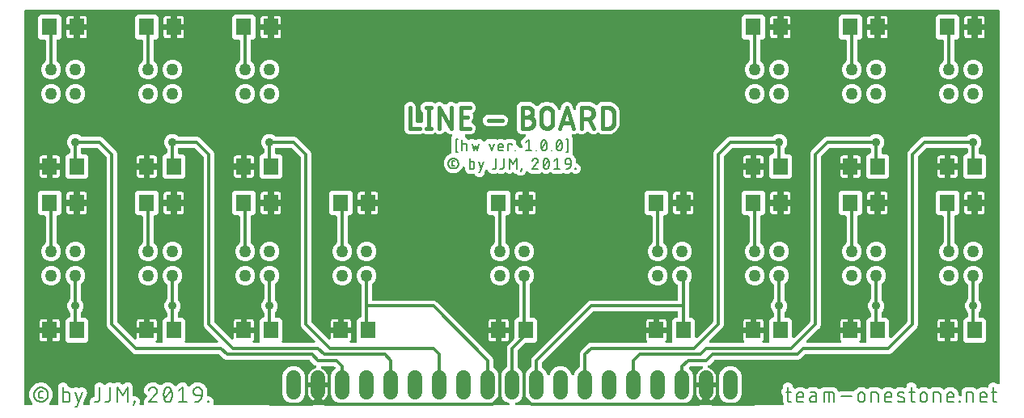
<source format=gbr>
G04 EAGLE Gerber RS-274X export*
G75*
%MOMM*%
%FSLAX34Y34*%
%LPD*%
%INTop Copper*%
%IPPOS*%
%AMOC8*
5,1,8,0,0,1.08239X$1,22.5*%
G01*
%ADD10C,0.203200*%
%ADD11C,0.381000*%
%ADD12C,0.152400*%
%ADD13C,1.270000*%
%ADD14R,1.600000X1.803000*%
%ADD15C,1.524000*%
%ADD16C,0.304800*%
%ADD17C,0.906400*%

G36*
X17416Y10162D02*
X17416Y10162D01*
X17427Y10161D01*
X17590Y10182D01*
X17751Y10201D01*
X17762Y10204D01*
X17773Y10206D01*
X17925Y10263D01*
X18079Y10318D01*
X18089Y10324D01*
X18099Y10328D01*
X18235Y10419D01*
X18372Y10507D01*
X18380Y10515D01*
X18389Y10521D01*
X18501Y10641D01*
X18614Y10758D01*
X18620Y10767D01*
X18628Y10776D01*
X18709Y10917D01*
X18793Y11057D01*
X18797Y11068D01*
X18802Y11077D01*
X18850Y11234D01*
X18899Y11389D01*
X18900Y11400D01*
X18904Y11411D01*
X18914Y11575D01*
X18927Y11736D01*
X18926Y11747D01*
X18926Y11759D01*
X18900Y11920D01*
X18876Y12081D01*
X18872Y12091D01*
X18870Y12102D01*
X18807Y12253D01*
X18747Y12405D01*
X18741Y12414D01*
X18736Y12424D01*
X18641Y12557D01*
X18548Y12691D01*
X18540Y12698D01*
X18533Y12708D01*
X18355Y12875D01*
X17464Y13585D01*
X14985Y18733D01*
X14985Y22903D01*
X14985Y22904D01*
X14985Y24447D01*
X17464Y29595D01*
X21932Y33158D01*
X27503Y34429D01*
X33073Y33158D01*
X37541Y29595D01*
X40020Y24447D01*
X40020Y22904D01*
X40020Y22903D01*
X40020Y18733D01*
X37541Y13585D01*
X36650Y12875D01*
X36642Y12867D01*
X36633Y12861D01*
X36520Y12744D01*
X36404Y12628D01*
X36399Y12618D01*
X36391Y12610D01*
X36307Y12470D01*
X36221Y12331D01*
X36218Y12321D01*
X36212Y12311D01*
X36162Y12155D01*
X36110Y12001D01*
X36109Y11990D01*
X36106Y11979D01*
X36093Y11817D01*
X36077Y11654D01*
X36079Y11643D01*
X36078Y11632D01*
X36102Y11470D01*
X36124Y11309D01*
X36128Y11298D01*
X36129Y11287D01*
X36190Y11136D01*
X36248Y10983D01*
X36254Y10974D01*
X36258Y10963D01*
X36351Y10830D01*
X36442Y10694D01*
X36451Y10686D01*
X36457Y10677D01*
X36578Y10568D01*
X36698Y10457D01*
X36707Y10451D01*
X36716Y10444D01*
X36859Y10365D01*
X37000Y10284D01*
X37011Y10281D01*
X37021Y10275D01*
X37178Y10231D01*
X37334Y10184D01*
X37345Y10183D01*
X37356Y10180D01*
X37600Y10161D01*
X44358Y10161D01*
X44507Y10178D01*
X44657Y10190D01*
X44680Y10198D01*
X44704Y10201D01*
X44846Y10251D01*
X44989Y10298D01*
X45009Y10310D01*
X45032Y10318D01*
X45159Y10400D01*
X45287Y10477D01*
X45305Y10494D01*
X45325Y10507D01*
X45429Y10615D01*
X45537Y10720D01*
X45550Y10740D01*
X45567Y10758D01*
X45644Y10887D01*
X45726Y11013D01*
X45734Y11036D01*
X45746Y11057D01*
X45792Y11200D01*
X45842Y11342D01*
X45845Y11366D01*
X45852Y11389D01*
X45864Y11538D01*
X45881Y11688D01*
X45878Y11712D01*
X45880Y11736D01*
X45858Y11885D01*
X45840Y12034D01*
X45831Y12062D01*
X45828Y12081D01*
X45811Y12125D01*
X45765Y12267D01*
X45583Y12705D01*
X45583Y30475D01*
X46357Y32342D01*
X47786Y33771D01*
X49654Y34545D01*
X51675Y34545D01*
X53542Y33771D01*
X54971Y32342D01*
X55844Y30236D01*
X55881Y30169D01*
X55909Y30098D01*
X55965Y30017D01*
X56013Y29931D01*
X56065Y29874D01*
X56108Y29812D01*
X56181Y29746D01*
X56247Y29673D01*
X56310Y29629D01*
X56367Y29578D01*
X56453Y29531D01*
X56534Y29475D01*
X56605Y29447D01*
X56672Y29410D01*
X56767Y29383D01*
X56858Y29347D01*
X56934Y29336D01*
X57007Y29315D01*
X57079Y29309D01*
X58927Y28243D01*
X59038Y28194D01*
X59147Y28138D01*
X59198Y28125D01*
X59246Y28104D01*
X59366Y28082D01*
X59484Y28052D01*
X59537Y28051D01*
X59589Y28042D01*
X59711Y28048D01*
X59833Y28046D01*
X59885Y28057D01*
X59937Y28059D01*
X60054Y28093D01*
X60174Y28118D01*
X60222Y28141D01*
X60272Y28155D01*
X60379Y28214D01*
X60489Y28266D01*
X60543Y28306D01*
X60577Y28325D01*
X60611Y28356D01*
X60686Y28411D01*
X61037Y28715D01*
X62954Y29354D01*
X64970Y29211D01*
X66420Y28486D01*
X66477Y28465D01*
X66530Y28437D01*
X66640Y28406D01*
X66748Y28367D01*
X66808Y28360D01*
X66865Y28344D01*
X66980Y28339D01*
X67094Y28325D01*
X67154Y28332D01*
X67214Y28329D01*
X67326Y28351D01*
X67440Y28363D01*
X67497Y28383D01*
X67556Y28394D01*
X67745Y28470D01*
X67769Y28479D01*
X67774Y28482D01*
X67783Y28486D01*
X69233Y29211D01*
X71249Y29354D01*
X73167Y28715D01*
X74694Y27391D01*
X75598Y25583D01*
X75741Y23567D01*
X72185Y12899D01*
X72171Y12832D01*
X72147Y12767D01*
X72122Y12598D01*
X72113Y12558D01*
X72113Y12545D01*
X72111Y12525D01*
X72097Y12340D01*
X72096Y12337D01*
X72081Y12311D01*
X72037Y12174D01*
X71987Y12038D01*
X71984Y12008D01*
X71975Y11979D01*
X71963Y11835D01*
X71946Y11692D01*
X71949Y11662D01*
X71947Y11632D01*
X71968Y11489D01*
X71984Y11345D01*
X71994Y11317D01*
X71998Y11287D01*
X72052Y11153D01*
X72100Y11017D01*
X72116Y10991D01*
X72127Y10963D01*
X72210Y10845D01*
X72287Y10723D01*
X72309Y10702D01*
X72326Y10677D01*
X72433Y10580D01*
X72537Y10479D01*
X72562Y10464D01*
X72585Y10444D01*
X72712Y10374D01*
X72835Y10299D01*
X72863Y10290D01*
X72890Y10275D01*
X73029Y10236D01*
X73166Y10191D01*
X73196Y10189D01*
X73225Y10180D01*
X73469Y10161D01*
X77180Y10161D01*
X77329Y10178D01*
X77479Y10190D01*
X77502Y10198D01*
X77526Y10201D01*
X77668Y10251D01*
X77811Y10298D01*
X77831Y10310D01*
X77854Y10318D01*
X77981Y10400D01*
X78109Y10477D01*
X78127Y10494D01*
X78147Y10507D01*
X78251Y10615D01*
X78359Y10720D01*
X78372Y10740D01*
X78389Y10758D01*
X78466Y10887D01*
X78547Y11013D01*
X78556Y11036D01*
X78568Y11057D01*
X78614Y11200D01*
X78664Y11342D01*
X78667Y11366D01*
X78674Y11389D01*
X78686Y11538D01*
X78703Y11688D01*
X78700Y11712D01*
X78702Y11736D01*
X78680Y11885D01*
X78662Y12034D01*
X78653Y12062D01*
X78650Y12081D01*
X78633Y12125D01*
X78587Y12267D01*
X78405Y12705D01*
X78405Y14727D01*
X79179Y16594D01*
X80608Y18023D01*
X82714Y18896D01*
X82781Y18933D01*
X82852Y18961D01*
X82933Y19017D01*
X83019Y19065D01*
X83076Y19116D01*
X83138Y19160D01*
X83204Y19233D01*
X83277Y19299D01*
X83321Y19362D01*
X83372Y19419D01*
X83419Y19505D01*
X83475Y19586D01*
X83503Y19657D01*
X83540Y19724D01*
X83567Y19819D01*
X83603Y19910D01*
X83614Y19986D01*
X83635Y20059D01*
X83647Y20208D01*
X83654Y20255D01*
X83652Y20274D01*
X83655Y20303D01*
X83655Y30475D01*
X84428Y32342D01*
X85857Y33771D01*
X87725Y34545D01*
X89746Y34545D01*
X91613Y33771D01*
X93129Y32255D01*
X93150Y32239D01*
X93167Y32219D01*
X93286Y32131D01*
X93402Y32039D01*
X93426Y32028D01*
X93447Y32012D01*
X93583Y31953D01*
X93717Y31890D01*
X93743Y31884D01*
X93767Y31874D01*
X93913Y31848D01*
X94058Y31816D01*
X94084Y31817D01*
X94110Y31812D01*
X94259Y31820D01*
X94407Y31822D01*
X94432Y31829D01*
X94458Y31830D01*
X94601Y31871D01*
X94745Y31907D01*
X94768Y31919D01*
X94793Y31927D01*
X94923Y31999D01*
X95054Y32067D01*
X95074Y32084D01*
X95097Y32097D01*
X95284Y32255D01*
X96799Y33771D01*
X98667Y34545D01*
X100688Y34545D01*
X102555Y33771D01*
X102614Y33713D01*
X102634Y33697D01*
X102651Y33677D01*
X102771Y33588D01*
X102887Y33496D01*
X102910Y33485D01*
X102931Y33470D01*
X103068Y33411D01*
X103202Y33348D01*
X103227Y33342D01*
X103251Y33332D01*
X103398Y33305D01*
X103542Y33274D01*
X103569Y33275D01*
X103595Y33270D01*
X103743Y33278D01*
X103891Y33280D01*
X103916Y33287D01*
X103943Y33288D01*
X104085Y33329D01*
X104229Y33365D01*
X104252Y33377D01*
X104277Y33384D01*
X104407Y33457D01*
X104539Y33525D01*
X104559Y33542D01*
X104582Y33555D01*
X104768Y33713D01*
X104826Y33771D01*
X105308Y33971D01*
X105335Y33986D01*
X105509Y34072D01*
X105956Y34341D01*
X106152Y34370D01*
X106214Y34386D01*
X106278Y34394D01*
X106455Y34451D01*
X106489Y34460D01*
X106497Y34465D01*
X106511Y34469D01*
X106693Y34545D01*
X107215Y34545D01*
X107246Y34548D01*
X107440Y34561D01*
X107956Y34638D01*
X108147Y34590D01*
X108211Y34582D01*
X108273Y34564D01*
X108459Y34549D01*
X108493Y34545D01*
X108503Y34546D01*
X108517Y34545D01*
X108715Y34545D01*
X109197Y34345D01*
X109227Y34336D01*
X109410Y34274D01*
X109917Y34148D01*
X110075Y34030D01*
X110131Y33998D01*
X110182Y33958D01*
X110347Y33874D01*
X110377Y33856D01*
X110387Y33853D01*
X110399Y33847D01*
X110582Y33771D01*
X110951Y33402D01*
X110975Y33383D01*
X111121Y33255D01*
X111541Y32945D01*
X111642Y32775D01*
X111673Y32736D01*
X111688Y32706D01*
X111699Y32693D01*
X111713Y32668D01*
X111833Y32526D01*
X111855Y32499D01*
X111862Y32493D01*
X111871Y32482D01*
X111876Y32477D01*
X111897Y32461D01*
X111914Y32441D01*
X112034Y32352D01*
X112036Y32350D01*
X112124Y32278D01*
X112132Y32274D01*
X112149Y32260D01*
X112173Y32249D01*
X112194Y32234D01*
X112330Y32175D01*
X112419Y32133D01*
X112437Y32124D01*
X112438Y32124D01*
X112464Y32111D01*
X112490Y32106D01*
X112514Y32096D01*
X112660Y32069D01*
X112805Y32038D01*
X112831Y32039D01*
X112857Y32034D01*
X113006Y32042D01*
X113153Y32044D01*
X113179Y32050D01*
X113205Y32052D01*
X113347Y32093D01*
X113491Y32129D01*
X113515Y32141D01*
X113540Y32148D01*
X113563Y32161D01*
X113567Y32162D01*
X113606Y32185D01*
X113669Y32221D01*
X113801Y32289D01*
X113821Y32306D01*
X113844Y32318D01*
X113862Y32334D01*
X113868Y32337D01*
X113886Y32354D01*
X114030Y32477D01*
X114035Y32482D01*
X114050Y32500D01*
X114067Y32515D01*
X114090Y32546D01*
X114122Y32576D01*
X114230Y32728D01*
X114252Y32755D01*
X114256Y32763D01*
X114264Y32775D01*
X114366Y32945D01*
X114785Y33255D01*
X114808Y33276D01*
X114956Y33402D01*
X115325Y33771D01*
X115507Y33847D01*
X115563Y33878D01*
X115624Y33901D01*
X115781Y33999D01*
X115812Y34016D01*
X115819Y34023D01*
X115831Y34030D01*
X115990Y34148D01*
X116496Y34274D01*
X116525Y34285D01*
X116710Y34345D01*
X117192Y34545D01*
X117390Y34545D01*
X117454Y34552D01*
X117518Y34550D01*
X117702Y34581D01*
X117736Y34585D01*
X117745Y34588D01*
X117759Y34590D01*
X117951Y34638D01*
X118467Y34561D01*
X118498Y34560D01*
X118691Y34545D01*
X119213Y34545D01*
X119396Y34469D01*
X119458Y34451D01*
X119516Y34425D01*
X119698Y34383D01*
X119731Y34373D01*
X119740Y34373D01*
X119755Y34370D01*
X119950Y34341D01*
X120398Y34072D01*
X120425Y34060D01*
X120598Y33971D01*
X121081Y33771D01*
X121220Y33632D01*
X121271Y33591D01*
X121315Y33545D01*
X121466Y33436D01*
X121493Y33415D01*
X121502Y33411D01*
X121514Y33402D01*
X121683Y33301D01*
X121994Y32881D01*
X122015Y32859D01*
X122141Y32711D01*
X122510Y32342D01*
X122585Y32159D01*
X122617Y32103D01*
X122639Y32043D01*
X122738Y31885D01*
X122755Y31855D01*
X122761Y31848D01*
X122769Y31835D01*
X122887Y31677D01*
X123013Y31170D01*
X123024Y31141D01*
X123084Y30957D01*
X123283Y30475D01*
X123283Y30277D01*
X123291Y30213D01*
X123289Y30149D01*
X123319Y29965D01*
X123323Y29931D01*
X123326Y29922D01*
X123329Y29908D01*
X123377Y29716D01*
X123300Y29200D01*
X123299Y29169D01*
X123283Y28975D01*
X123283Y21195D01*
X123286Y21169D01*
X123284Y21143D01*
X123306Y20996D01*
X123323Y20849D01*
X123332Y20824D01*
X123336Y20798D01*
X123391Y20660D01*
X123441Y20521D01*
X123455Y20498D01*
X123465Y20474D01*
X123549Y20353D01*
X123630Y20228D01*
X123649Y20209D01*
X123664Y20188D01*
X123773Y20089D01*
X123880Y19986D01*
X123903Y19972D01*
X123922Y19955D01*
X124052Y19883D01*
X124179Y19807D01*
X124204Y19799D01*
X124227Y19786D01*
X124370Y19746D01*
X124511Y19700D01*
X124538Y19698D01*
X124563Y19691D01*
X124807Y19672D01*
X126842Y19672D01*
X127462Y19415D01*
X127463Y19415D01*
X128709Y18898D01*
X130139Y17469D01*
X130912Y15602D01*
X130912Y13828D01*
X130915Y13807D01*
X130913Y13776D01*
X130946Y12812D01*
X130932Y12762D01*
X130931Y12750D01*
X130731Y12267D01*
X130689Y12122D01*
X130643Y11979D01*
X130642Y11955D01*
X130635Y11932D01*
X130628Y11782D01*
X130615Y11632D01*
X130619Y11608D01*
X130618Y11584D01*
X130645Y11436D01*
X130667Y11287D01*
X130676Y11265D01*
X130680Y11241D01*
X130740Y11103D01*
X130796Y10963D01*
X130810Y10943D01*
X130819Y10921D01*
X130909Y10800D01*
X130995Y10677D01*
X131013Y10661D01*
X131027Y10642D01*
X131142Y10544D01*
X131254Y10444D01*
X131275Y10432D01*
X131293Y10416D01*
X131427Y10348D01*
X131559Y10275D01*
X131582Y10269D01*
X131603Y10258D01*
X131749Y10221D01*
X131894Y10180D01*
X131923Y10178D01*
X131942Y10173D01*
X131989Y10173D01*
X132138Y10161D01*
X133983Y10161D01*
X134020Y10165D01*
X134058Y10163D01*
X134193Y10185D01*
X134329Y10201D01*
X134365Y10213D01*
X134402Y10220D01*
X134528Y10272D01*
X134657Y10318D01*
X134689Y10339D01*
X134724Y10353D01*
X134835Y10433D01*
X134950Y10507D01*
X134976Y10534D01*
X135007Y10556D01*
X135097Y10659D01*
X135192Y10758D01*
X135212Y10790D01*
X135237Y10819D01*
X135301Y10939D01*
X135371Y11057D01*
X135383Y11093D01*
X135400Y11126D01*
X135436Y11258D01*
X135477Y11389D01*
X135480Y11426D01*
X135490Y11463D01*
X135494Y11600D01*
X135505Y11736D01*
X135500Y11774D01*
X135501Y11811D01*
X135474Y11945D01*
X135454Y12081D01*
X135440Y12116D01*
X135432Y12153D01*
X135381Y12276D01*
X135360Y12384D01*
X135346Y12498D01*
X135323Y12572D01*
X135314Y12613D01*
X135296Y12652D01*
X135282Y12698D01*
X135282Y13449D01*
X135277Y13491D01*
X135277Y13572D01*
X135216Y14324D01*
X135226Y14374D01*
X135245Y14435D01*
X135247Y14457D01*
X135262Y14510D01*
X135268Y14587D01*
X135276Y14628D01*
X135275Y14672D01*
X135279Y14720D01*
X135566Y15413D01*
X135578Y15455D01*
X135609Y15529D01*
X135840Y16247D01*
X135883Y16311D01*
X135954Y16402D01*
X135989Y16470D01*
X136013Y16505D01*
X136028Y16546D01*
X136050Y16589D01*
X136581Y17119D01*
X136607Y17153D01*
X136664Y17210D01*
X138264Y19092D01*
X138347Y19216D01*
X138434Y19338D01*
X138444Y19361D01*
X138457Y19381D01*
X138510Y19522D01*
X138568Y19660D01*
X138572Y19684D01*
X138580Y19708D01*
X138600Y19856D01*
X138624Y20004D01*
X138623Y20029D01*
X138626Y20053D01*
X138611Y20202D01*
X138601Y20352D01*
X138594Y20375D01*
X138592Y20400D01*
X138544Y20542D01*
X138500Y20685D01*
X138488Y20707D01*
X138480Y20730D01*
X138400Y20857D01*
X138326Y20987D01*
X138309Y21005D01*
X138296Y21026D01*
X138190Y21132D01*
X138087Y21241D01*
X138067Y21255D01*
X138049Y21272D01*
X137997Y21304D01*
X136297Y22753D01*
X135378Y24554D01*
X135217Y26568D01*
X135529Y27530D01*
X136193Y29582D01*
X139078Y32789D01*
X143017Y34545D01*
X147590Y34545D01*
X151776Y32128D01*
X151788Y32108D01*
X151837Y32041D01*
X151878Y31969D01*
X151940Y31902D01*
X151995Y31828D01*
X152058Y31774D01*
X152114Y31714D01*
X152191Y31662D01*
X152261Y31602D01*
X152335Y31565D01*
X152403Y31518D01*
X152489Y31485D01*
X152571Y31443D01*
X152651Y31423D01*
X152729Y31394D01*
X152820Y31381D01*
X152909Y31359D01*
X152992Y31358D01*
X153074Y31346D01*
X153166Y31355D01*
X153258Y31354D01*
X153338Y31371D01*
X153421Y31379D01*
X153508Y31408D01*
X153598Y31428D01*
X153673Y31463D01*
X153751Y31489D01*
X153830Y31537D01*
X153913Y31577D01*
X153978Y31629D01*
X154048Y31672D01*
X154147Y31763D01*
X154186Y31794D01*
X154200Y31813D01*
X154228Y31838D01*
X155428Y33143D01*
X158623Y34545D01*
X162113Y34545D01*
X165308Y33143D01*
X167380Y30891D01*
X167492Y30794D01*
X167600Y30694D01*
X167623Y30681D01*
X167643Y30663D01*
X167774Y30594D01*
X167903Y30521D01*
X167929Y30514D01*
X167952Y30501D01*
X168095Y30464D01*
X168237Y30422D01*
X168264Y30420D01*
X168289Y30414D01*
X168437Y30410D01*
X168585Y30401D01*
X168611Y30406D01*
X168638Y30405D01*
X168783Y30435D01*
X168928Y30460D01*
X168953Y30471D01*
X168979Y30476D01*
X169114Y30538D01*
X169250Y30596D01*
X169276Y30614D01*
X169295Y30623D01*
X169333Y30653D01*
X169452Y30733D01*
X172540Y33203D01*
X172575Y33239D01*
X172665Y33315D01*
X173121Y33771D01*
X173189Y33799D01*
X173270Y33844D01*
X173355Y33880D01*
X173450Y33944D01*
X173493Y33968D01*
X173516Y33989D01*
X173557Y34017D01*
X173615Y34063D01*
X174234Y34242D01*
X174280Y34261D01*
X174393Y34298D01*
X174989Y34545D01*
X175062Y34545D01*
X175154Y34555D01*
X175246Y34556D01*
X175359Y34579D01*
X175408Y34585D01*
X175437Y34595D01*
X175486Y34605D01*
X175556Y34625D01*
X176197Y34554D01*
X176247Y34554D01*
X176365Y34545D01*
X177010Y34545D01*
X177077Y34517D01*
X177166Y34491D01*
X177252Y34457D01*
X177364Y34435D01*
X177412Y34421D01*
X177443Y34420D01*
X177492Y34410D01*
X177565Y34402D01*
X178130Y34091D01*
X178176Y34072D01*
X178282Y34018D01*
X178877Y33771D01*
X178929Y33720D01*
X179001Y33662D01*
X179067Y33597D01*
X179163Y33534D01*
X179202Y33503D01*
X179230Y33490D01*
X179271Y33462D01*
X179335Y33427D01*
X179738Y32923D01*
X179774Y32888D01*
X179851Y32798D01*
X180306Y32342D01*
X180334Y32275D01*
X180379Y32194D01*
X180415Y32108D01*
X180480Y32014D01*
X180504Y31970D01*
X180524Y31947D01*
X180552Y31906D01*
X180598Y31849D01*
X180777Y31229D01*
X180797Y31183D01*
X180833Y31070D01*
X181043Y30563D01*
X181044Y30563D01*
X181044Y30562D01*
X181135Y30399D01*
X181213Y30259D01*
X181213Y30258D01*
X181326Y30133D01*
X181447Y30001D01*
X181447Y30000D01*
X181448Y30000D01*
X181581Y29908D01*
X181733Y29802D01*
X181734Y29802D01*
X181735Y29802D01*
X181889Y29741D01*
X182058Y29675D01*
X182058Y29674D01*
X182059Y29674D01*
X182222Y29650D01*
X182402Y29624D01*
X182403Y29624D01*
X182404Y29624D01*
X182563Y29637D01*
X182750Y29653D01*
X182751Y29653D01*
X182908Y29704D01*
X183081Y29760D01*
X183082Y29760D01*
X183083Y29760D01*
X183231Y29849D01*
X183380Y29939D01*
X183380Y29940D01*
X183381Y29940D01*
X183508Y30064D01*
X183630Y30182D01*
X183630Y30183D01*
X183631Y30183D01*
X183770Y30385D01*
X184709Y32011D01*
X189097Y34545D01*
X194164Y34545D01*
X198552Y32011D01*
X201086Y27623D01*
X201086Y21195D01*
X201089Y21169D01*
X201087Y21143D01*
X201109Y20996D01*
X201126Y20849D01*
X201134Y20824D01*
X201138Y20798D01*
X201193Y20660D01*
X201243Y20521D01*
X201257Y20498D01*
X201267Y20474D01*
X201352Y20353D01*
X201432Y20228D01*
X201451Y20209D01*
X201466Y20188D01*
X201576Y20089D01*
X201683Y19986D01*
X201705Y19972D01*
X201725Y19955D01*
X201855Y19883D01*
X201982Y19807D01*
X202007Y19799D01*
X202030Y19786D01*
X202173Y19746D01*
X202314Y19700D01*
X202340Y19698D01*
X202365Y19691D01*
X202609Y19672D01*
X204020Y19672D01*
X204641Y19415D01*
X205888Y18898D01*
X207317Y17469D01*
X208091Y15602D01*
X208091Y12705D01*
X207909Y12267D01*
X207868Y12122D01*
X207822Y11979D01*
X207820Y11955D01*
X207813Y11932D01*
X207806Y11782D01*
X207794Y11632D01*
X207797Y11608D01*
X207796Y11584D01*
X207823Y11436D01*
X207846Y11287D01*
X207854Y11265D01*
X207859Y11241D01*
X207919Y11103D01*
X207974Y10963D01*
X207988Y10943D01*
X207998Y10921D01*
X208088Y10800D01*
X208173Y10677D01*
X208191Y10661D01*
X208206Y10642D01*
X208320Y10544D01*
X208432Y10444D01*
X208453Y10432D01*
X208472Y10416D01*
X208605Y10348D01*
X208737Y10275D01*
X208760Y10269D01*
X208782Y10258D01*
X208928Y10221D01*
X209072Y10180D01*
X209102Y10178D01*
X209120Y10173D01*
X209167Y10173D01*
X209316Y10161D01*
X287633Y10161D01*
X287683Y10166D01*
X287734Y10164D01*
X287856Y10186D01*
X287979Y10201D01*
X288027Y10218D01*
X288076Y10227D01*
X288191Y10276D01*
X288308Y10318D01*
X288350Y10345D01*
X288396Y10365D01*
X288496Y10440D01*
X288600Y10507D01*
X288635Y10543D01*
X288676Y10573D01*
X288756Y10668D01*
X288843Y10758D01*
X288868Y10801D01*
X288901Y10839D01*
X288958Y10950D01*
X289021Y11057D01*
X289037Y11105D01*
X289060Y11150D01*
X289090Y11270D01*
X289128Y11389D01*
X289132Y11439D01*
X289144Y11488D01*
X289146Y11612D01*
X289156Y11736D01*
X289148Y11786D01*
X289149Y11836D01*
X289122Y11958D01*
X289104Y12081D01*
X289085Y12128D01*
X289075Y12177D01*
X289021Y12289D01*
X288975Y12405D01*
X288946Y12446D01*
X288925Y12492D01*
X288847Y12589D01*
X288776Y12691D01*
X288739Y12725D01*
X288707Y12764D01*
X288610Y12841D01*
X288517Y12924D01*
X288473Y12949D01*
X288434Y12980D01*
X288216Y13091D01*
X285481Y14224D01*
X282194Y17511D01*
X280415Y21806D01*
X280415Y41694D01*
X282194Y45989D01*
X285481Y49276D01*
X289776Y51055D01*
X294424Y51055D01*
X298719Y49276D01*
X302006Y45989D01*
X303785Y41694D01*
X303785Y21806D01*
X302006Y17511D01*
X298719Y14224D01*
X295984Y13091D01*
X295940Y13067D01*
X295892Y13050D01*
X295788Y12982D01*
X295679Y12922D01*
X295642Y12888D01*
X295600Y12861D01*
X295513Y12771D01*
X295421Y12688D01*
X295392Y12646D01*
X295357Y12610D01*
X295294Y12503D01*
X295223Y12401D01*
X295204Y12354D01*
X295179Y12311D01*
X295141Y12193D01*
X295095Y12077D01*
X295088Y12027D01*
X295072Y11979D01*
X295062Y11855D01*
X295044Y11732D01*
X295048Y11682D01*
X295044Y11632D01*
X295063Y11509D01*
X295073Y11385D01*
X295089Y11337D01*
X295096Y11287D01*
X295142Y11172D01*
X295180Y11053D01*
X295206Y11010D01*
X295225Y10963D01*
X295296Y10861D01*
X295360Y10755D01*
X295395Y10718D01*
X295424Y10677D01*
X295516Y10594D01*
X295603Y10505D01*
X295645Y10477D01*
X295683Y10444D01*
X295791Y10384D01*
X295896Y10316D01*
X295943Y10299D01*
X295988Y10275D01*
X296107Y10241D01*
X296224Y10200D01*
X296274Y10194D01*
X296323Y10180D01*
X296567Y10161D01*
X338433Y10161D01*
X338483Y10166D01*
X338534Y10164D01*
X338656Y10186D01*
X338779Y10201D01*
X338827Y10218D01*
X338876Y10227D01*
X338991Y10276D01*
X339108Y10318D01*
X339150Y10345D01*
X339196Y10365D01*
X339296Y10440D01*
X339400Y10507D01*
X339435Y10543D01*
X339476Y10573D01*
X339556Y10668D01*
X339643Y10758D01*
X339668Y10801D01*
X339701Y10839D01*
X339758Y10950D01*
X339821Y11057D01*
X339837Y11105D01*
X339860Y11150D01*
X339890Y11270D01*
X339928Y11389D01*
X339932Y11439D01*
X339944Y11488D01*
X339946Y11612D01*
X339956Y11736D01*
X339948Y11786D01*
X339949Y11836D01*
X339922Y11958D01*
X339904Y12081D01*
X339885Y12128D01*
X339875Y12177D01*
X339821Y12289D01*
X339775Y12405D01*
X339746Y12446D01*
X339725Y12492D01*
X339647Y12589D01*
X339576Y12691D01*
X339539Y12725D01*
X339507Y12764D01*
X339410Y12841D01*
X339317Y12924D01*
X339273Y12949D01*
X339234Y12980D01*
X339016Y13091D01*
X336281Y14224D01*
X332994Y17511D01*
X331215Y21806D01*
X331215Y41694D01*
X332994Y45989D01*
X335324Y48318D01*
X335340Y48339D01*
X335360Y48356D01*
X335448Y48475D01*
X335540Y48591D01*
X335552Y48615D01*
X335567Y48636D01*
X335626Y48772D01*
X335689Y48907D01*
X335695Y48932D01*
X335705Y48956D01*
X335732Y49103D01*
X335763Y49247D01*
X335762Y49273D01*
X335767Y49299D01*
X335759Y49448D01*
X335757Y49596D01*
X335750Y49621D01*
X335749Y49647D01*
X335708Y49790D01*
X335672Y49934D01*
X335660Y49957D01*
X335652Y49982D01*
X335580Y50111D01*
X335512Y50244D01*
X335495Y50264D01*
X335482Y50286D01*
X335324Y50473D01*
X334681Y51115D01*
X334582Y51194D01*
X334488Y51278D01*
X334446Y51302D01*
X334408Y51332D01*
X334294Y51386D01*
X334183Y51447D01*
X334137Y51460D01*
X334093Y51481D01*
X333970Y51507D01*
X333848Y51542D01*
X333787Y51547D01*
X333752Y51554D01*
X333704Y51553D01*
X333604Y51561D01*
X322299Y51561D01*
X322135Y51542D01*
X321972Y51526D01*
X321962Y51523D01*
X321953Y51521D01*
X321797Y51466D01*
X321642Y51412D01*
X321634Y51407D01*
X321625Y51404D01*
X321486Y51314D01*
X321347Y51227D01*
X321340Y51220D01*
X321332Y51215D01*
X321217Y51096D01*
X321102Y50979D01*
X321096Y50971D01*
X321090Y50964D01*
X321005Y50823D01*
X320919Y50683D01*
X320916Y50673D01*
X320911Y50665D01*
X320861Y50509D01*
X320808Y50352D01*
X320808Y50342D01*
X320805Y50333D01*
X320792Y50170D01*
X320776Y50005D01*
X320777Y49995D01*
X320777Y49986D01*
X320801Y49823D01*
X320823Y49660D01*
X320827Y49651D01*
X320828Y49641D01*
X320889Y49487D01*
X320948Y49334D01*
X320953Y49326D01*
X320957Y49317D01*
X321051Y49183D01*
X321143Y49046D01*
X321151Y49039D01*
X321156Y49031D01*
X321277Y48922D01*
X321399Y48809D01*
X321409Y48803D01*
X321415Y48798D01*
X321441Y48783D01*
X321607Y48681D01*
X322825Y48060D01*
X324119Y47120D01*
X325250Y45989D01*
X326190Y44695D01*
X326916Y43270D01*
X327411Y41749D01*
X327661Y40170D01*
X327661Y34289D01*
X318516Y34289D01*
X318490Y34286D01*
X318464Y34288D01*
X318317Y34266D01*
X318170Y34249D01*
X318145Y34241D01*
X318119Y34237D01*
X317982Y34182D01*
X317842Y34132D01*
X317820Y34118D01*
X317795Y34108D01*
X317674Y34023D01*
X317549Y33943D01*
X317531Y33924D01*
X317509Y33909D01*
X317495Y33893D01*
X317410Y33975D01*
X317387Y33989D01*
X317368Y34006D01*
X317238Y34078D01*
X317111Y34154D01*
X317086Y34162D01*
X317063Y34175D01*
X316920Y34215D01*
X316779Y34260D01*
X316753Y34262D01*
X316728Y34270D01*
X316484Y34289D01*
X307339Y34289D01*
X307339Y40170D01*
X307589Y41749D01*
X308084Y43270D01*
X308810Y44695D01*
X309750Y45989D01*
X310881Y47120D01*
X312175Y48060D01*
X313600Y48786D01*
X314990Y49238D01*
X315135Y49304D01*
X315282Y49368D01*
X315294Y49377D01*
X315307Y49383D01*
X315434Y49481D01*
X315562Y49576D01*
X315571Y49587D01*
X315583Y49596D01*
X315683Y49720D01*
X315787Y49842D01*
X315793Y49855D01*
X315803Y49866D01*
X315873Y50010D01*
X315946Y50152D01*
X315949Y50166D01*
X315955Y50180D01*
X315991Y50335D01*
X316030Y50491D01*
X316030Y50505D01*
X316033Y50519D01*
X316032Y50679D01*
X316035Y50839D01*
X316032Y50853D01*
X316032Y50868D01*
X315995Y51024D01*
X315960Y51180D01*
X315954Y51193D01*
X315951Y51207D01*
X315879Y51350D01*
X315811Y51494D01*
X315802Y51506D01*
X315795Y51519D01*
X315693Y51642D01*
X315593Y51767D01*
X315582Y51776D01*
X315573Y51787D01*
X315445Y51884D01*
X315320Y51983D01*
X315304Y51990D01*
X315295Y51998D01*
X315260Y52013D01*
X315102Y52094D01*
X314334Y52412D01*
X309281Y57465D01*
X309182Y57544D01*
X309088Y57628D01*
X309046Y57652D01*
X309008Y57682D01*
X308894Y57736D01*
X308783Y57797D01*
X308737Y57810D01*
X308693Y57831D01*
X308570Y57857D01*
X308448Y57892D01*
X308387Y57897D01*
X308352Y57904D01*
X308304Y57903D01*
X308204Y57911D01*
X221138Y57911D01*
X219084Y58762D01*
X214031Y63815D01*
X213932Y63894D01*
X213838Y63978D01*
X213796Y64002D01*
X213758Y64032D01*
X213644Y64086D01*
X213533Y64147D01*
X213487Y64160D01*
X213443Y64181D01*
X213320Y64207D01*
X213198Y64242D01*
X213137Y64247D01*
X213102Y64254D01*
X213054Y64253D01*
X212954Y64261D01*
X125888Y64261D01*
X123834Y65112D01*
X96862Y92084D01*
X96011Y94138D01*
X96011Y270104D01*
X95997Y270230D01*
X95990Y270356D01*
X95977Y270402D01*
X95971Y270450D01*
X95929Y270569D01*
X95894Y270691D01*
X95870Y270733D01*
X95854Y270778D01*
X95785Y270885D01*
X95724Y270995D01*
X95684Y271041D01*
X95665Y271071D01*
X95630Y271105D01*
X95565Y271181D01*
X87031Y279715D01*
X86932Y279794D01*
X86838Y279878D01*
X86796Y279902D01*
X86758Y279932D01*
X86644Y279986D01*
X86533Y280047D01*
X86487Y280060D01*
X86443Y280081D01*
X86320Y280107D01*
X86198Y280142D01*
X86137Y280147D01*
X86102Y280154D01*
X86054Y280153D01*
X85954Y280161D01*
X70700Y280161D01*
X70574Y280147D01*
X70448Y280140D01*
X70402Y280127D01*
X70354Y280121D01*
X70235Y280079D01*
X70113Y280044D01*
X70071Y280020D01*
X70026Y280004D01*
X69919Y279935D01*
X69809Y279874D01*
X69763Y279834D01*
X69733Y279815D01*
X69699Y279780D01*
X69623Y279715D01*
X69535Y279627D01*
X69456Y279528D01*
X69372Y279434D01*
X69348Y279392D01*
X69318Y279354D01*
X69264Y279240D01*
X69203Y279129D01*
X69190Y279083D01*
X69169Y279039D01*
X69143Y278916D01*
X69108Y278794D01*
X69103Y278733D01*
X69096Y278698D01*
X69097Y278650D01*
X69089Y278550D01*
X69089Y274953D01*
X69092Y274927D01*
X69090Y274901D01*
X69112Y274754D01*
X69129Y274607D01*
X69137Y274582D01*
X69141Y274556D01*
X69196Y274418D01*
X69246Y274279D01*
X69260Y274257D01*
X69270Y274232D01*
X69355Y274111D01*
X69435Y273986D01*
X69454Y273968D01*
X69469Y273946D01*
X69579Y273847D01*
X69686Y273744D01*
X69708Y273730D01*
X69728Y273713D01*
X69858Y273641D01*
X69985Y273565D01*
X70010Y273557D01*
X70033Y273544D01*
X70176Y273504D01*
X70317Y273459D01*
X70343Y273457D01*
X70368Y273449D01*
X70612Y273430D01*
X74704Y273430D01*
X77085Y271049D01*
X77085Y249651D01*
X74704Y247270D01*
X55336Y247270D01*
X52955Y249651D01*
X52955Y271049D01*
X55336Y273430D01*
X56388Y273430D01*
X56414Y273433D01*
X56440Y273431D01*
X56587Y273453D01*
X56734Y273470D01*
X56759Y273478D01*
X56785Y273482D01*
X56923Y273537D01*
X57062Y273587D01*
X57084Y273601D01*
X57109Y273611D01*
X57230Y273696D01*
X57355Y273776D01*
X57373Y273795D01*
X57395Y273810D01*
X57494Y273920D01*
X57597Y274027D01*
X57611Y274049D01*
X57628Y274069D01*
X57700Y274199D01*
X57776Y274326D01*
X57784Y274351D01*
X57797Y274374D01*
X57837Y274517D01*
X57882Y274658D01*
X57884Y274684D01*
X57892Y274709D01*
X57911Y274953D01*
X57911Y278550D01*
X57897Y278676D01*
X57890Y278802D01*
X57877Y278848D01*
X57871Y278896D01*
X57829Y279015D01*
X57794Y279137D01*
X57770Y279179D01*
X57754Y279224D01*
X57685Y279331D01*
X57624Y279441D01*
X57584Y279487D01*
X57565Y279517D01*
X57530Y279551D01*
X57465Y279627D01*
X56212Y280880D01*
X54903Y284040D01*
X54903Y287460D01*
X56212Y290620D01*
X58630Y293038D01*
X61790Y294347D01*
X65210Y294347D01*
X68370Y293038D01*
X69623Y291785D01*
X69722Y291706D01*
X69816Y291622D01*
X69858Y291598D01*
X69896Y291568D01*
X70010Y291514D01*
X70121Y291453D01*
X70167Y291440D01*
X70211Y291419D01*
X70334Y291393D01*
X70456Y291358D01*
X70517Y291353D01*
X70552Y291346D01*
X70600Y291347D01*
X70700Y291339D01*
X90012Y291339D01*
X92066Y290488D01*
X104551Y278002D01*
X104552Y278002D01*
X106338Y276216D01*
X107189Y274162D01*
X107189Y98196D01*
X107203Y98070D01*
X107210Y97944D01*
X107223Y97898D01*
X107229Y97850D01*
X107271Y97731D01*
X107306Y97609D01*
X107330Y97567D01*
X107346Y97522D01*
X107415Y97415D01*
X107476Y97305D01*
X107516Y97259D01*
X107535Y97229D01*
X107570Y97195D01*
X107635Y97119D01*
X125039Y79715D01*
X125117Y79652D01*
X125190Y79583D01*
X125254Y79544D01*
X125312Y79498D01*
X125403Y79455D01*
X125489Y79404D01*
X125560Y79381D01*
X125627Y79349D01*
X125725Y79328D01*
X125821Y79297D01*
X125895Y79291D01*
X125968Y79276D01*
X126068Y79278D01*
X126168Y79269D01*
X126242Y79281D01*
X126316Y79282D01*
X126413Y79306D01*
X126513Y79321D01*
X126582Y79349D01*
X126654Y79367D01*
X126744Y79413D01*
X126837Y79450D01*
X126898Y79492D01*
X126964Y79526D01*
X127041Y79592D01*
X127123Y79649D01*
X127173Y79704D01*
X127229Y79752D01*
X127289Y79833D01*
X127356Y79908D01*
X127392Y79973D01*
X127437Y80033D01*
X127476Y80125D01*
X127525Y80213D01*
X127545Y80284D01*
X127575Y80353D01*
X127592Y80451D01*
X127620Y80548D01*
X127628Y80648D01*
X127636Y80696D01*
X127634Y80731D01*
X127639Y80792D01*
X127639Y85853D01*
X136656Y85853D01*
X136682Y85856D01*
X136708Y85854D01*
X136855Y85876D01*
X137002Y85893D01*
X137027Y85901D01*
X137053Y85905D01*
X137191Y85960D01*
X137330Y86010D01*
X137352Y86024D01*
X137377Y86034D01*
X137498Y86119D01*
X137623Y86199D01*
X137641Y86218D01*
X137663Y86233D01*
X137762Y86343D01*
X137865Y86450D01*
X137879Y86472D01*
X137896Y86492D01*
X137968Y86622D01*
X138044Y86749D01*
X138052Y86774D01*
X138065Y86797D01*
X138105Y86940D01*
X138150Y87081D01*
X138152Y87107D01*
X138160Y87132D01*
X138179Y87376D01*
X138179Y88901D01*
X138181Y88901D01*
X138181Y87376D01*
X138184Y87350D01*
X138182Y87324D01*
X138204Y87177D01*
X138221Y87030D01*
X138230Y87005D01*
X138233Y86979D01*
X138288Y86841D01*
X138338Y86702D01*
X138352Y86680D01*
X138362Y86655D01*
X138447Y86534D01*
X138527Y86409D01*
X138546Y86391D01*
X138561Y86369D01*
X138671Y86270D01*
X138778Y86167D01*
X138800Y86153D01*
X138820Y86136D01*
X138950Y86064D01*
X139077Y85988D01*
X139102Y85980D01*
X139125Y85967D01*
X139268Y85927D01*
X139409Y85882D01*
X139435Y85880D01*
X139460Y85872D01*
X139704Y85853D01*
X148721Y85853D01*
X148721Y79550D01*
X148548Y78904D01*
X148213Y78325D01*
X147927Y78039D01*
X147865Y77961D01*
X147795Y77888D01*
X147757Y77824D01*
X147711Y77766D01*
X147668Y77675D01*
X147616Y77589D01*
X147593Y77518D01*
X147562Y77451D01*
X147541Y77353D01*
X147510Y77257D01*
X147504Y77183D01*
X147488Y77110D01*
X147490Y77010D01*
X147482Y76910D01*
X147493Y76836D01*
X147494Y76762D01*
X147519Y76664D01*
X147534Y76565D01*
X147561Y76496D01*
X147579Y76424D01*
X147625Y76335D01*
X147662Y76241D01*
X147705Y76180D01*
X147739Y76114D01*
X147804Y76038D01*
X147861Y75955D01*
X147916Y75905D01*
X147965Y75849D01*
X148046Y75789D01*
X148120Y75722D01*
X148185Y75686D01*
X148245Y75641D01*
X148337Y75602D01*
X148425Y75553D01*
X148497Y75533D01*
X148565Y75503D01*
X148664Y75486D01*
X148761Y75458D01*
X148861Y75450D01*
X148908Y75442D01*
X148944Y75444D01*
X149004Y75439D01*
X153640Y75439D01*
X153740Y75450D01*
X153841Y75452D01*
X153913Y75470D01*
X153987Y75479D01*
X154081Y75512D01*
X154179Y75537D01*
X154245Y75571D01*
X154315Y75596D01*
X154399Y75651D01*
X154488Y75697D01*
X154545Y75745D01*
X154608Y75785D01*
X154677Y75857D01*
X154754Y75922D01*
X154798Y75982D01*
X154850Y76036D01*
X154901Y76122D01*
X154961Y76203D01*
X154990Y76271D01*
X155029Y76335D01*
X155059Y76430D01*
X155099Y76523D01*
X155112Y76596D01*
X155135Y76667D01*
X155143Y76767D01*
X155161Y76866D01*
X155157Y76940D01*
X155163Y77014D01*
X155148Y77113D01*
X155143Y77214D01*
X155122Y77285D01*
X155111Y77359D01*
X155074Y77452D01*
X155046Y77549D01*
X155010Y77614D01*
X154982Y77683D01*
X154925Y77765D01*
X154876Y77853D01*
X154811Y77929D01*
X154783Y77969D01*
X154757Y77993D01*
X154717Y78039D01*
X154555Y78201D01*
X154555Y99599D01*
X156936Y101980D01*
X157988Y101980D01*
X158014Y101983D01*
X158040Y101981D01*
X158187Y102003D01*
X158334Y102020D01*
X158359Y102028D01*
X158385Y102032D01*
X158523Y102087D01*
X158662Y102137D01*
X158684Y102151D01*
X158709Y102161D01*
X158830Y102246D01*
X158955Y102326D01*
X158973Y102345D01*
X158995Y102360D01*
X159094Y102470D01*
X159197Y102577D01*
X159211Y102599D01*
X159228Y102619D01*
X159300Y102749D01*
X159376Y102876D01*
X159384Y102901D01*
X159397Y102924D01*
X159437Y103067D01*
X159482Y103208D01*
X159484Y103234D01*
X159492Y103259D01*
X159511Y103503D01*
X159511Y107100D01*
X159497Y107226D01*
X159490Y107352D01*
X159477Y107398D01*
X159471Y107446D01*
X159429Y107565D01*
X159394Y107687D01*
X159370Y107729D01*
X159354Y107774D01*
X159285Y107881D01*
X159224Y107991D01*
X159184Y108037D01*
X159165Y108067D01*
X159130Y108101D01*
X159065Y108177D01*
X157812Y109430D01*
X156503Y112590D01*
X156503Y116010D01*
X157812Y119170D01*
X159065Y120423D01*
X159143Y120522D01*
X159228Y120616D01*
X159252Y120658D01*
X159282Y120696D01*
X159336Y120810D01*
X159397Y120921D01*
X159410Y120967D01*
X159431Y121011D01*
X159457Y121134D01*
X159492Y121256D01*
X159497Y121317D01*
X159504Y121352D01*
X159503Y121400D01*
X159511Y121500D01*
X159511Y136279D01*
X159497Y136405D01*
X159490Y136531D01*
X159477Y136577D01*
X159471Y136625D01*
X159429Y136744D01*
X159394Y136866D01*
X159370Y136908D01*
X159354Y136953D01*
X159285Y137060D01*
X159224Y137170D01*
X159184Y137216D01*
X159165Y137246D01*
X159130Y137280D01*
X159065Y137356D01*
X156271Y140150D01*
X154685Y143978D01*
X154685Y148122D01*
X156271Y151950D01*
X159200Y154879D01*
X163028Y156465D01*
X167172Y156465D01*
X171000Y154879D01*
X173929Y151950D01*
X175515Y148122D01*
X175515Y143978D01*
X173929Y140150D01*
X171135Y137356D01*
X171056Y137257D01*
X170972Y137163D01*
X170948Y137121D01*
X170918Y137083D01*
X170864Y136969D01*
X170803Y136858D01*
X170790Y136812D01*
X170769Y136768D01*
X170743Y136645D01*
X170708Y136523D01*
X170703Y136462D01*
X170696Y136427D01*
X170697Y136379D01*
X170689Y136279D01*
X170689Y121500D01*
X170703Y121374D01*
X170710Y121248D01*
X170723Y121202D01*
X170729Y121154D01*
X170771Y121035D01*
X170806Y120913D01*
X170830Y120871D01*
X170846Y120826D01*
X170915Y120719D01*
X170976Y120609D01*
X171016Y120563D01*
X171035Y120533D01*
X171070Y120499D01*
X171135Y120423D01*
X172388Y119170D01*
X173697Y116010D01*
X173697Y112590D01*
X172388Y109430D01*
X171135Y108177D01*
X171056Y108078D01*
X170972Y107984D01*
X170948Y107942D01*
X170918Y107904D01*
X170864Y107790D01*
X170803Y107679D01*
X170790Y107633D01*
X170769Y107589D01*
X170743Y107466D01*
X170708Y107344D01*
X170703Y107283D01*
X170696Y107248D01*
X170697Y107200D01*
X170689Y107100D01*
X170689Y103503D01*
X170692Y103477D01*
X170690Y103451D01*
X170712Y103304D01*
X170729Y103157D01*
X170737Y103132D01*
X170741Y103106D01*
X170796Y102968D01*
X170846Y102829D01*
X170860Y102807D01*
X170870Y102782D01*
X170955Y102661D01*
X171035Y102536D01*
X171054Y102518D01*
X171069Y102496D01*
X171179Y102397D01*
X171286Y102294D01*
X171308Y102280D01*
X171328Y102263D01*
X171458Y102191D01*
X171585Y102115D01*
X171610Y102107D01*
X171633Y102094D01*
X171776Y102054D01*
X171917Y102009D01*
X171943Y102007D01*
X171968Y101999D01*
X172212Y101980D01*
X176304Y101980D01*
X178685Y99599D01*
X178685Y78201D01*
X178523Y78039D01*
X178460Y77961D01*
X178390Y77888D01*
X178352Y77824D01*
X178306Y77766D01*
X178263Y77675D01*
X178211Y77589D01*
X178189Y77518D01*
X178157Y77451D01*
X178136Y77353D01*
X178105Y77257D01*
X178099Y77183D01*
X178084Y77110D01*
X178085Y77010D01*
X178077Y76910D01*
X178088Y76836D01*
X178090Y76762D01*
X178114Y76665D01*
X178129Y76565D01*
X178156Y76496D01*
X178175Y76424D01*
X178221Y76335D01*
X178258Y76241D01*
X178300Y76180D01*
X178334Y76114D01*
X178399Y76037D01*
X178457Y75955D01*
X178512Y75905D01*
X178560Y75849D01*
X178641Y75789D01*
X178715Y75722D01*
X178781Y75686D01*
X178840Y75641D01*
X178932Y75602D01*
X179020Y75553D01*
X179092Y75533D01*
X179160Y75503D01*
X179259Y75486D01*
X179356Y75458D01*
X179456Y75450D01*
X179503Y75442D01*
X179539Y75444D01*
X179600Y75439D01*
X211430Y75439D01*
X211530Y75450D01*
X211630Y75452D01*
X211702Y75470D01*
X211776Y75479D01*
X211871Y75512D01*
X211968Y75537D01*
X212034Y75571D01*
X212104Y75596D01*
X212189Y75651D01*
X212278Y75697D01*
X212335Y75745D01*
X212397Y75785D01*
X212467Y75857D01*
X212544Y75922D01*
X212588Y75982D01*
X212639Y76036D01*
X212691Y76122D01*
X212751Y76203D01*
X212780Y76271D01*
X212818Y76335D01*
X212849Y76431D01*
X212889Y76523D01*
X212902Y76596D01*
X212925Y76667D01*
X212933Y76767D01*
X212950Y76866D01*
X212947Y76940D01*
X212953Y77014D01*
X212938Y77114D01*
X212932Y77214D01*
X212912Y77285D01*
X212901Y77359D01*
X212864Y77452D01*
X212836Y77549D01*
X212800Y77614D01*
X212772Y77683D01*
X212715Y77765D01*
X212666Y77853D01*
X212601Y77929D01*
X212573Y77969D01*
X212547Y77993D01*
X212507Y78039D01*
X200248Y90298D01*
X198462Y92084D01*
X197611Y94138D01*
X197611Y270104D01*
X197597Y270230D01*
X197590Y270356D01*
X197577Y270402D01*
X197571Y270450D01*
X197529Y270569D01*
X197494Y270691D01*
X197470Y270733D01*
X197454Y270778D01*
X197385Y270885D01*
X197324Y270995D01*
X197284Y271041D01*
X197265Y271071D01*
X197230Y271105D01*
X197165Y271181D01*
X188631Y279715D01*
X188532Y279794D01*
X188438Y279878D01*
X188396Y279902D01*
X188358Y279932D01*
X188244Y279986D01*
X188133Y280047D01*
X188087Y280060D01*
X188043Y280081D01*
X187920Y280107D01*
X187798Y280142D01*
X187737Y280147D01*
X187702Y280154D01*
X187654Y280153D01*
X187554Y280161D01*
X172300Y280161D01*
X172174Y280147D01*
X172048Y280140D01*
X172002Y280127D01*
X171954Y280121D01*
X171835Y280079D01*
X171713Y280044D01*
X171671Y280020D01*
X171626Y280004D01*
X171519Y279935D01*
X171409Y279874D01*
X171363Y279834D01*
X171333Y279815D01*
X171299Y279780D01*
X171223Y279715D01*
X171135Y279627D01*
X171056Y279528D01*
X170972Y279434D01*
X170948Y279392D01*
X170918Y279354D01*
X170864Y279240D01*
X170803Y279129D01*
X170790Y279083D01*
X170769Y279039D01*
X170743Y278916D01*
X170708Y278794D01*
X170703Y278733D01*
X170696Y278698D01*
X170697Y278650D01*
X170689Y278550D01*
X170689Y274953D01*
X170692Y274927D01*
X170690Y274901D01*
X170712Y274754D01*
X170729Y274607D01*
X170737Y274582D01*
X170741Y274556D01*
X170796Y274418D01*
X170846Y274279D01*
X170860Y274257D01*
X170870Y274232D01*
X170955Y274111D01*
X171035Y273986D01*
X171054Y273968D01*
X171069Y273946D01*
X171179Y273847D01*
X171286Y273744D01*
X171308Y273730D01*
X171328Y273713D01*
X171458Y273641D01*
X171585Y273565D01*
X171610Y273557D01*
X171633Y273544D01*
X171776Y273504D01*
X171917Y273459D01*
X171943Y273457D01*
X171968Y273449D01*
X172212Y273430D01*
X176304Y273430D01*
X178685Y271049D01*
X178685Y249651D01*
X176304Y247270D01*
X156936Y247270D01*
X154555Y249651D01*
X154555Y271049D01*
X156936Y273430D01*
X157988Y273430D01*
X158014Y273433D01*
X158040Y273431D01*
X158187Y273453D01*
X158334Y273470D01*
X158359Y273478D01*
X158385Y273482D01*
X158523Y273537D01*
X158662Y273587D01*
X158684Y273601D01*
X158709Y273611D01*
X158830Y273696D01*
X158955Y273776D01*
X158973Y273795D01*
X158995Y273810D01*
X159094Y273920D01*
X159197Y274027D01*
X159211Y274049D01*
X159228Y274069D01*
X159300Y274199D01*
X159376Y274326D01*
X159384Y274351D01*
X159397Y274374D01*
X159437Y274517D01*
X159482Y274658D01*
X159484Y274684D01*
X159492Y274709D01*
X159511Y274953D01*
X159511Y278550D01*
X159497Y278676D01*
X159490Y278802D01*
X159477Y278848D01*
X159471Y278896D01*
X159429Y279015D01*
X159394Y279137D01*
X159370Y279179D01*
X159354Y279224D01*
X159285Y279331D01*
X159224Y279441D01*
X159184Y279487D01*
X159165Y279517D01*
X159130Y279551D01*
X159065Y279627D01*
X157812Y280880D01*
X156503Y284040D01*
X156503Y287460D01*
X157812Y290620D01*
X160230Y293038D01*
X163390Y294347D01*
X166810Y294347D01*
X169970Y293038D01*
X171223Y291785D01*
X171322Y291706D01*
X171416Y291622D01*
X171458Y291598D01*
X171496Y291568D01*
X171610Y291514D01*
X171721Y291453D01*
X171767Y291440D01*
X171811Y291419D01*
X171934Y291393D01*
X172056Y291358D01*
X172117Y291353D01*
X172152Y291346D01*
X172200Y291347D01*
X172300Y291339D01*
X191612Y291339D01*
X193666Y290488D01*
X207938Y276216D01*
X208789Y274162D01*
X208789Y98196D01*
X208803Y98070D01*
X208810Y97944D01*
X208823Y97898D01*
X208829Y97850D01*
X208871Y97731D01*
X208906Y97609D01*
X208930Y97567D01*
X208946Y97522D01*
X209015Y97415D01*
X209076Y97305D01*
X209116Y97259D01*
X209135Y97229D01*
X209170Y97195D01*
X209235Y97119D01*
X226639Y79715D01*
X226717Y79652D01*
X226790Y79583D01*
X226854Y79544D01*
X226912Y79498D01*
X227003Y79455D01*
X227089Y79404D01*
X227160Y79381D01*
X227227Y79349D01*
X227325Y79328D01*
X227421Y79297D01*
X227495Y79291D01*
X227568Y79276D01*
X227668Y79278D01*
X227768Y79269D01*
X227842Y79281D01*
X227916Y79282D01*
X228013Y79306D01*
X228113Y79321D01*
X228182Y79349D01*
X228254Y79367D01*
X228344Y79413D01*
X228437Y79450D01*
X228498Y79492D01*
X228564Y79526D01*
X228641Y79592D01*
X228723Y79649D01*
X228773Y79704D01*
X228829Y79752D01*
X228889Y79833D01*
X228956Y79908D01*
X228992Y79973D01*
X229037Y80033D01*
X229076Y80125D01*
X229125Y80213D01*
X229145Y80284D01*
X229175Y80353D01*
X229192Y80451D01*
X229220Y80548D01*
X229228Y80648D01*
X229236Y80696D01*
X229234Y80731D01*
X229239Y80792D01*
X229239Y85853D01*
X238256Y85853D01*
X238282Y85856D01*
X238308Y85854D01*
X238455Y85876D01*
X238602Y85893D01*
X238627Y85901D01*
X238653Y85905D01*
X238791Y85960D01*
X238930Y86010D01*
X238952Y86024D01*
X238977Y86034D01*
X239098Y86119D01*
X239223Y86199D01*
X239241Y86218D01*
X239263Y86233D01*
X239362Y86343D01*
X239465Y86450D01*
X239479Y86472D01*
X239496Y86492D01*
X239568Y86622D01*
X239644Y86749D01*
X239652Y86774D01*
X239665Y86797D01*
X239705Y86940D01*
X239750Y87081D01*
X239752Y87107D01*
X239760Y87132D01*
X239779Y87376D01*
X239779Y88901D01*
X239781Y88901D01*
X239781Y87376D01*
X239784Y87350D01*
X239782Y87324D01*
X239804Y87177D01*
X239821Y87030D01*
X239830Y87005D01*
X239833Y86979D01*
X239888Y86841D01*
X239938Y86702D01*
X239952Y86680D01*
X239962Y86655D01*
X240047Y86534D01*
X240127Y86409D01*
X240146Y86391D01*
X240161Y86369D01*
X240271Y86270D01*
X240378Y86167D01*
X240400Y86153D01*
X240420Y86136D01*
X240550Y86064D01*
X240677Y85988D01*
X240702Y85980D01*
X240725Y85967D01*
X240868Y85927D01*
X241009Y85882D01*
X241035Y85880D01*
X241060Y85872D01*
X241304Y85853D01*
X250321Y85853D01*
X250321Y79550D01*
X250148Y78904D01*
X249813Y78325D01*
X249527Y78039D01*
X249465Y77961D01*
X249395Y77888D01*
X249357Y77824D01*
X249311Y77766D01*
X249268Y77675D01*
X249216Y77589D01*
X249193Y77518D01*
X249162Y77451D01*
X249141Y77353D01*
X249110Y77257D01*
X249104Y77183D01*
X249088Y77110D01*
X249090Y77010D01*
X249082Y76910D01*
X249093Y76836D01*
X249094Y76762D01*
X249119Y76664D01*
X249134Y76565D01*
X249161Y76496D01*
X249179Y76424D01*
X249225Y76335D01*
X249262Y76241D01*
X249305Y76180D01*
X249339Y76114D01*
X249404Y76038D01*
X249461Y75955D01*
X249516Y75905D01*
X249565Y75849D01*
X249646Y75789D01*
X249720Y75722D01*
X249785Y75686D01*
X249845Y75641D01*
X249937Y75602D01*
X250025Y75553D01*
X250097Y75533D01*
X250165Y75503D01*
X250264Y75486D01*
X250361Y75458D01*
X250461Y75450D01*
X250508Y75442D01*
X250544Y75444D01*
X250604Y75439D01*
X255240Y75439D01*
X255340Y75450D01*
X255441Y75452D01*
X255513Y75470D01*
X255587Y75479D01*
X255681Y75512D01*
X255779Y75537D01*
X255845Y75571D01*
X255915Y75596D01*
X255999Y75651D01*
X256088Y75697D01*
X256145Y75745D01*
X256208Y75785D01*
X256277Y75857D01*
X256354Y75922D01*
X256398Y75982D01*
X256450Y76036D01*
X256501Y76122D01*
X256561Y76203D01*
X256590Y76271D01*
X256629Y76335D01*
X256659Y76430D01*
X256699Y76523D01*
X256712Y76596D01*
X256735Y76667D01*
X256743Y76767D01*
X256761Y76866D01*
X256757Y76940D01*
X256763Y77014D01*
X256748Y77113D01*
X256743Y77214D01*
X256722Y77285D01*
X256711Y77359D01*
X256674Y77452D01*
X256646Y77549D01*
X256610Y77614D01*
X256582Y77683D01*
X256525Y77765D01*
X256476Y77853D01*
X256411Y77929D01*
X256383Y77969D01*
X256357Y77993D01*
X256317Y78039D01*
X256155Y78201D01*
X256155Y99599D01*
X258536Y101980D01*
X259588Y101980D01*
X259614Y101983D01*
X259640Y101981D01*
X259787Y102003D01*
X259934Y102020D01*
X259959Y102028D01*
X259985Y102032D01*
X260123Y102087D01*
X260262Y102137D01*
X260284Y102151D01*
X260309Y102161D01*
X260430Y102246D01*
X260555Y102326D01*
X260573Y102345D01*
X260595Y102360D01*
X260694Y102470D01*
X260797Y102577D01*
X260811Y102599D01*
X260828Y102619D01*
X260900Y102749D01*
X260976Y102876D01*
X260984Y102901D01*
X260997Y102924D01*
X261037Y103067D01*
X261082Y103208D01*
X261084Y103234D01*
X261092Y103259D01*
X261111Y103503D01*
X261111Y107100D01*
X261097Y107226D01*
X261090Y107352D01*
X261077Y107398D01*
X261071Y107446D01*
X261029Y107565D01*
X260994Y107687D01*
X260970Y107729D01*
X260954Y107774D01*
X260885Y107881D01*
X260824Y107991D01*
X260784Y108037D01*
X260765Y108067D01*
X260730Y108101D01*
X260665Y108177D01*
X259412Y109430D01*
X258103Y112590D01*
X258103Y116010D01*
X259412Y119170D01*
X260665Y120423D01*
X260743Y120522D01*
X260828Y120616D01*
X260852Y120658D01*
X260882Y120696D01*
X260936Y120810D01*
X260997Y120921D01*
X261010Y120967D01*
X261031Y121011D01*
X261057Y121134D01*
X261092Y121256D01*
X261097Y121317D01*
X261104Y121352D01*
X261103Y121400D01*
X261111Y121500D01*
X261111Y136279D01*
X261097Y136405D01*
X261090Y136531D01*
X261077Y136577D01*
X261071Y136625D01*
X261029Y136744D01*
X260994Y136866D01*
X260970Y136908D01*
X260954Y136953D01*
X260885Y137060D01*
X260824Y137170D01*
X260784Y137216D01*
X260765Y137246D01*
X260730Y137280D01*
X260665Y137356D01*
X257871Y140150D01*
X256285Y143978D01*
X256285Y148122D01*
X257871Y151950D01*
X260800Y154879D01*
X264628Y156465D01*
X268772Y156465D01*
X272600Y154879D01*
X275529Y151950D01*
X277115Y148122D01*
X277115Y143978D01*
X275529Y140150D01*
X272735Y137356D01*
X272656Y137257D01*
X272572Y137163D01*
X272548Y137121D01*
X272518Y137083D01*
X272464Y136969D01*
X272403Y136858D01*
X272390Y136812D01*
X272369Y136768D01*
X272343Y136645D01*
X272308Y136523D01*
X272303Y136462D01*
X272296Y136427D01*
X272297Y136379D01*
X272289Y136279D01*
X272289Y121500D01*
X272303Y121374D01*
X272310Y121248D01*
X272323Y121202D01*
X272329Y121154D01*
X272371Y121035D01*
X272406Y120913D01*
X272430Y120871D01*
X272446Y120826D01*
X272515Y120719D01*
X272576Y120609D01*
X272616Y120563D01*
X272635Y120533D01*
X272670Y120499D01*
X272735Y120423D01*
X273988Y119170D01*
X275297Y116010D01*
X275297Y112590D01*
X273988Y109430D01*
X272735Y108177D01*
X272656Y108078D01*
X272572Y107984D01*
X272548Y107942D01*
X272518Y107904D01*
X272464Y107790D01*
X272403Y107679D01*
X272390Y107633D01*
X272369Y107589D01*
X272343Y107466D01*
X272308Y107344D01*
X272303Y107283D01*
X272296Y107248D01*
X272297Y107200D01*
X272289Y107100D01*
X272289Y103503D01*
X272292Y103477D01*
X272290Y103451D01*
X272312Y103304D01*
X272329Y103157D01*
X272337Y103132D01*
X272341Y103106D01*
X272396Y102968D01*
X272446Y102829D01*
X272460Y102807D01*
X272470Y102782D01*
X272555Y102661D01*
X272635Y102536D01*
X272654Y102518D01*
X272669Y102496D01*
X272779Y102397D01*
X272886Y102294D01*
X272908Y102280D01*
X272928Y102263D01*
X273058Y102191D01*
X273185Y102115D01*
X273210Y102107D01*
X273233Y102094D01*
X273376Y102054D01*
X273517Y102009D01*
X273543Y102007D01*
X273568Y101999D01*
X273812Y101980D01*
X277904Y101980D01*
X280285Y99599D01*
X280285Y78201D01*
X280123Y78039D01*
X280060Y77961D01*
X279990Y77888D01*
X279952Y77824D01*
X279906Y77766D01*
X279863Y77675D01*
X279811Y77589D01*
X279789Y77518D01*
X279757Y77451D01*
X279736Y77353D01*
X279705Y77257D01*
X279699Y77183D01*
X279684Y77110D01*
X279685Y77010D01*
X279677Y76910D01*
X279688Y76836D01*
X279690Y76762D01*
X279714Y76665D01*
X279729Y76565D01*
X279756Y76496D01*
X279775Y76424D01*
X279821Y76335D01*
X279858Y76241D01*
X279900Y76180D01*
X279934Y76114D01*
X279999Y76037D01*
X280057Y75955D01*
X280112Y75905D01*
X280160Y75849D01*
X280241Y75789D01*
X280315Y75722D01*
X280381Y75686D01*
X280440Y75641D01*
X280532Y75602D01*
X280620Y75553D01*
X280692Y75533D01*
X280760Y75503D01*
X280859Y75486D01*
X280956Y75458D01*
X281056Y75450D01*
X281103Y75442D01*
X281139Y75444D01*
X281200Y75439D01*
X313030Y75439D01*
X313130Y75450D01*
X313230Y75452D01*
X313302Y75470D01*
X313376Y75479D01*
X313471Y75512D01*
X313568Y75537D01*
X313634Y75571D01*
X313704Y75596D01*
X313789Y75651D01*
X313878Y75697D01*
X313935Y75745D01*
X313997Y75785D01*
X314067Y75857D01*
X314144Y75922D01*
X314188Y75982D01*
X314239Y76036D01*
X314291Y76122D01*
X314351Y76203D01*
X314380Y76271D01*
X314418Y76335D01*
X314449Y76431D01*
X314489Y76523D01*
X314502Y76596D01*
X314525Y76667D01*
X314533Y76767D01*
X314550Y76866D01*
X314547Y76940D01*
X314553Y77014D01*
X314538Y77114D01*
X314532Y77214D01*
X314512Y77285D01*
X314501Y77359D01*
X314464Y77452D01*
X314436Y77549D01*
X314400Y77614D01*
X314372Y77683D01*
X314315Y77765D01*
X314266Y77853D01*
X314201Y77929D01*
X314173Y77969D01*
X314147Y77993D01*
X314107Y78039D01*
X300062Y92084D01*
X299211Y94138D01*
X299211Y270104D01*
X299197Y270230D01*
X299190Y270356D01*
X299177Y270402D01*
X299171Y270450D01*
X299129Y270569D01*
X299094Y270691D01*
X299070Y270733D01*
X299054Y270778D01*
X298985Y270885D01*
X298924Y270995D01*
X298884Y271041D01*
X298865Y271071D01*
X298830Y271105D01*
X298765Y271181D01*
X290231Y279715D01*
X290132Y279794D01*
X290038Y279878D01*
X289996Y279902D01*
X289958Y279932D01*
X289844Y279986D01*
X289733Y280047D01*
X289687Y280060D01*
X289643Y280081D01*
X289520Y280107D01*
X289398Y280142D01*
X289337Y280147D01*
X289302Y280154D01*
X289254Y280153D01*
X289154Y280161D01*
X273900Y280161D01*
X273774Y280147D01*
X273648Y280140D01*
X273602Y280127D01*
X273554Y280121D01*
X273435Y280079D01*
X273313Y280044D01*
X273271Y280020D01*
X273226Y280004D01*
X273119Y279935D01*
X273009Y279874D01*
X272963Y279834D01*
X272933Y279815D01*
X272899Y279780D01*
X272823Y279715D01*
X272735Y279627D01*
X272656Y279528D01*
X272572Y279434D01*
X272548Y279392D01*
X272518Y279354D01*
X272464Y279240D01*
X272403Y279129D01*
X272390Y279083D01*
X272369Y279039D01*
X272343Y278916D01*
X272308Y278794D01*
X272303Y278733D01*
X272296Y278698D01*
X272297Y278650D01*
X272289Y278550D01*
X272289Y274953D01*
X272292Y274927D01*
X272290Y274901D01*
X272312Y274754D01*
X272329Y274607D01*
X272337Y274582D01*
X272341Y274556D01*
X272396Y274418D01*
X272446Y274279D01*
X272460Y274257D01*
X272470Y274232D01*
X272555Y274111D01*
X272635Y273986D01*
X272654Y273968D01*
X272669Y273946D01*
X272779Y273847D01*
X272886Y273744D01*
X272908Y273730D01*
X272928Y273713D01*
X273058Y273641D01*
X273185Y273565D01*
X273210Y273557D01*
X273233Y273544D01*
X273376Y273504D01*
X273517Y273459D01*
X273543Y273457D01*
X273568Y273449D01*
X273812Y273430D01*
X277904Y273430D01*
X280285Y271049D01*
X280285Y249651D01*
X277904Y247270D01*
X258536Y247270D01*
X256155Y249651D01*
X256155Y271049D01*
X258536Y273430D01*
X259588Y273430D01*
X259614Y273433D01*
X259640Y273431D01*
X259787Y273453D01*
X259934Y273470D01*
X259959Y273478D01*
X259985Y273482D01*
X260123Y273537D01*
X260262Y273587D01*
X260284Y273601D01*
X260309Y273611D01*
X260430Y273696D01*
X260555Y273776D01*
X260573Y273795D01*
X260595Y273810D01*
X260694Y273920D01*
X260797Y274027D01*
X260811Y274049D01*
X260828Y274069D01*
X260900Y274199D01*
X260976Y274326D01*
X260984Y274351D01*
X260997Y274374D01*
X261037Y274517D01*
X261082Y274658D01*
X261084Y274684D01*
X261092Y274709D01*
X261111Y274953D01*
X261111Y278550D01*
X261097Y278676D01*
X261090Y278802D01*
X261077Y278848D01*
X261071Y278896D01*
X261029Y279015D01*
X260994Y279137D01*
X260970Y279179D01*
X260954Y279224D01*
X260885Y279331D01*
X260824Y279441D01*
X260784Y279487D01*
X260765Y279517D01*
X260730Y279551D01*
X260665Y279627D01*
X259412Y280880D01*
X258103Y284040D01*
X258103Y287460D01*
X259412Y290620D01*
X261830Y293038D01*
X264990Y294347D01*
X268410Y294347D01*
X271570Y293038D01*
X272823Y291785D01*
X272922Y291706D01*
X273016Y291622D01*
X273058Y291598D01*
X273096Y291568D01*
X273210Y291514D01*
X273321Y291453D01*
X273367Y291440D01*
X273411Y291419D01*
X273534Y291393D01*
X273656Y291358D01*
X273717Y291353D01*
X273752Y291346D01*
X273800Y291347D01*
X273900Y291339D01*
X293212Y291339D01*
X295266Y290488D01*
X307751Y278002D01*
X307752Y278002D01*
X309538Y276216D01*
X310389Y274162D01*
X310389Y98196D01*
X310403Y98070D01*
X310410Y97944D01*
X310423Y97898D01*
X310429Y97850D01*
X310471Y97731D01*
X310506Y97609D01*
X310530Y97567D01*
X310546Y97522D01*
X310615Y97415D01*
X310676Y97305D01*
X310716Y97259D01*
X310735Y97229D01*
X310770Y97195D01*
X310835Y97119D01*
X328239Y79715D01*
X328317Y79652D01*
X328390Y79583D01*
X328454Y79544D01*
X328512Y79498D01*
X328603Y79455D01*
X328689Y79404D01*
X328760Y79381D01*
X328827Y79349D01*
X328925Y79328D01*
X329021Y79297D01*
X329095Y79291D01*
X329168Y79276D01*
X329268Y79278D01*
X329368Y79269D01*
X329442Y79281D01*
X329516Y79282D01*
X329613Y79306D01*
X329713Y79321D01*
X329782Y79349D01*
X329854Y79367D01*
X329944Y79413D01*
X330037Y79450D01*
X330098Y79492D01*
X330164Y79526D01*
X330241Y79592D01*
X330323Y79649D01*
X330373Y79704D01*
X330429Y79752D01*
X330489Y79833D01*
X330556Y79908D01*
X330592Y79973D01*
X330637Y80033D01*
X330676Y80125D01*
X330725Y80213D01*
X330745Y80284D01*
X330775Y80353D01*
X330792Y80451D01*
X330820Y80548D01*
X330828Y80648D01*
X330836Y80696D01*
X330834Y80731D01*
X330839Y80792D01*
X330839Y85853D01*
X339856Y85853D01*
X339882Y85856D01*
X339908Y85854D01*
X340055Y85876D01*
X340202Y85893D01*
X340227Y85901D01*
X340253Y85905D01*
X340391Y85960D01*
X340530Y86010D01*
X340552Y86024D01*
X340577Y86034D01*
X340698Y86119D01*
X340823Y86199D01*
X340841Y86218D01*
X340863Y86233D01*
X340962Y86343D01*
X341065Y86450D01*
X341079Y86472D01*
X341096Y86492D01*
X341168Y86622D01*
X341244Y86749D01*
X341252Y86774D01*
X341265Y86797D01*
X341305Y86940D01*
X341350Y87081D01*
X341352Y87107D01*
X341360Y87132D01*
X341379Y87376D01*
X341379Y88901D01*
X341381Y88901D01*
X341381Y87376D01*
X341384Y87350D01*
X341382Y87324D01*
X341404Y87177D01*
X341421Y87030D01*
X341430Y87005D01*
X341433Y86979D01*
X341488Y86841D01*
X341538Y86702D01*
X341552Y86680D01*
X341562Y86655D01*
X341647Y86534D01*
X341727Y86409D01*
X341746Y86391D01*
X341761Y86369D01*
X341871Y86270D01*
X341978Y86167D01*
X342000Y86153D01*
X342020Y86136D01*
X342150Y86064D01*
X342277Y85988D01*
X342302Y85980D01*
X342325Y85967D01*
X342468Y85927D01*
X342609Y85882D01*
X342635Y85880D01*
X342660Y85872D01*
X342904Y85853D01*
X351921Y85853D01*
X351921Y79550D01*
X351748Y78904D01*
X351413Y78325D01*
X351127Y78039D01*
X351065Y77961D01*
X350995Y77888D01*
X350957Y77824D01*
X350911Y77766D01*
X350868Y77675D01*
X350816Y77589D01*
X350793Y77518D01*
X350762Y77451D01*
X350741Y77353D01*
X350710Y77257D01*
X350704Y77183D01*
X350688Y77110D01*
X350690Y77010D01*
X350682Y76910D01*
X350693Y76836D01*
X350694Y76762D01*
X350719Y76664D01*
X350734Y76565D01*
X350761Y76496D01*
X350779Y76424D01*
X350825Y76335D01*
X350862Y76241D01*
X350905Y76180D01*
X350939Y76114D01*
X351004Y76038D01*
X351061Y75955D01*
X351116Y75905D01*
X351165Y75849D01*
X351246Y75789D01*
X351320Y75722D01*
X351385Y75686D01*
X351445Y75641D01*
X351537Y75602D01*
X351625Y75553D01*
X351697Y75533D01*
X351765Y75503D01*
X351864Y75486D01*
X351961Y75458D01*
X352061Y75450D01*
X352108Y75442D01*
X352144Y75444D01*
X352204Y75439D01*
X356840Y75439D01*
X356940Y75450D01*
X357041Y75452D01*
X357113Y75470D01*
X357187Y75479D01*
X357281Y75512D01*
X357379Y75537D01*
X357445Y75571D01*
X357515Y75596D01*
X357599Y75651D01*
X357688Y75697D01*
X357745Y75745D01*
X357808Y75785D01*
X357877Y75857D01*
X357954Y75922D01*
X357998Y75982D01*
X358050Y76036D01*
X358101Y76122D01*
X358161Y76203D01*
X358190Y76271D01*
X358229Y76335D01*
X358259Y76430D01*
X358299Y76523D01*
X358312Y76596D01*
X358335Y76667D01*
X358343Y76767D01*
X358361Y76866D01*
X358357Y76940D01*
X358363Y77014D01*
X358348Y77113D01*
X358343Y77214D01*
X358322Y77285D01*
X358311Y77359D01*
X358274Y77452D01*
X358246Y77549D01*
X358210Y77614D01*
X358182Y77683D01*
X358125Y77765D01*
X358076Y77853D01*
X358011Y77929D01*
X357983Y77969D01*
X357957Y77993D01*
X357917Y78039D01*
X357755Y78201D01*
X357755Y99599D01*
X360136Y101980D01*
X361188Y101980D01*
X361214Y101983D01*
X361240Y101981D01*
X361387Y102003D01*
X361534Y102020D01*
X361559Y102028D01*
X361585Y102032D01*
X361723Y102087D01*
X361862Y102137D01*
X361884Y102151D01*
X361909Y102161D01*
X362030Y102246D01*
X362155Y102326D01*
X362173Y102345D01*
X362195Y102360D01*
X362294Y102470D01*
X362397Y102577D01*
X362411Y102599D01*
X362428Y102619D01*
X362500Y102749D01*
X362576Y102876D01*
X362584Y102901D01*
X362597Y102924D01*
X362637Y103067D01*
X362682Y103208D01*
X362684Y103234D01*
X362692Y103259D01*
X362711Y103503D01*
X362711Y136279D01*
X362697Y136405D01*
X362690Y136531D01*
X362677Y136577D01*
X362671Y136625D01*
X362629Y136744D01*
X362594Y136866D01*
X362570Y136908D01*
X362554Y136953D01*
X362485Y137060D01*
X362424Y137170D01*
X362384Y137216D01*
X362365Y137246D01*
X362330Y137280D01*
X362265Y137356D01*
X359471Y140150D01*
X357885Y143978D01*
X357885Y148122D01*
X359471Y151950D01*
X362400Y154879D01*
X366228Y156465D01*
X370372Y156465D01*
X374200Y154879D01*
X377129Y151950D01*
X378715Y148122D01*
X378715Y143978D01*
X377129Y140150D01*
X374335Y137356D01*
X374256Y137257D01*
X374172Y137163D01*
X374148Y137121D01*
X374118Y137083D01*
X374064Y136969D01*
X374003Y136858D01*
X373990Y136812D01*
X373969Y136768D01*
X373943Y136645D01*
X373908Y136523D01*
X373903Y136462D01*
X373896Y136427D01*
X373897Y136379D01*
X373889Y136279D01*
X373889Y121412D01*
X373892Y121386D01*
X373890Y121360D01*
X373912Y121213D01*
X373929Y121066D01*
X373937Y121041D01*
X373941Y121015D01*
X373996Y120877D01*
X374046Y120738D01*
X374060Y120716D01*
X374070Y120691D01*
X374155Y120570D01*
X374235Y120445D01*
X374254Y120427D01*
X374269Y120405D01*
X374379Y120306D01*
X374486Y120203D01*
X374508Y120189D01*
X374528Y120172D01*
X374658Y120100D01*
X374785Y120024D01*
X374810Y120016D01*
X374833Y120003D01*
X374976Y119963D01*
X375117Y119918D01*
X375143Y119916D01*
X375168Y119908D01*
X375412Y119889D01*
X439262Y119889D01*
X441316Y119038D01*
X500038Y60316D01*
X500889Y58262D01*
X500889Y50720D01*
X500897Y50644D01*
X500896Y50568D01*
X500917Y50472D01*
X500929Y50374D01*
X500954Y50302D01*
X500971Y50227D01*
X501013Y50139D01*
X501046Y50046D01*
X501088Y49982D01*
X501120Y49913D01*
X501182Y49836D01*
X501235Y49753D01*
X501290Y49700D01*
X501338Y49640D01*
X501415Y49579D01*
X501486Y49511D01*
X501551Y49472D01*
X501611Y49424D01*
X501744Y49356D01*
X501785Y49332D01*
X501803Y49326D01*
X501829Y49313D01*
X501919Y49276D01*
X505206Y45989D01*
X506593Y42641D01*
X506641Y42553D01*
X506681Y42461D01*
X506726Y42401D01*
X506762Y42336D01*
X506829Y42262D01*
X506889Y42181D01*
X506946Y42133D01*
X506996Y42078D01*
X507079Y42021D01*
X507155Y41956D01*
X507222Y41922D01*
X507283Y41880D01*
X507376Y41843D01*
X507466Y41797D01*
X507538Y41779D01*
X507607Y41752D01*
X507707Y41737D01*
X507804Y41713D01*
X507878Y41712D01*
X507952Y41701D01*
X508052Y41709D01*
X508152Y41708D01*
X508225Y41724D01*
X508299Y41730D01*
X508395Y41761D01*
X508493Y41782D01*
X508560Y41814D01*
X508631Y41837D01*
X508717Y41889D01*
X508808Y41932D01*
X508866Y41978D01*
X508929Y42017D01*
X509002Y42087D01*
X509080Y42149D01*
X509126Y42208D01*
X509179Y42260D01*
X509234Y42344D01*
X509296Y42423D01*
X509342Y42512D01*
X509368Y42553D01*
X509380Y42587D01*
X509407Y42641D01*
X510794Y45989D01*
X514081Y49276D01*
X514171Y49313D01*
X514238Y49350D01*
X514309Y49378D01*
X514389Y49435D01*
X514475Y49482D01*
X514532Y49534D01*
X514595Y49577D01*
X514661Y49650D01*
X514734Y49716D01*
X514777Y49779D01*
X514828Y49836D01*
X514876Y49922D01*
X514932Y50003D01*
X514960Y50074D01*
X514997Y50141D01*
X515024Y50236D01*
X515060Y50327D01*
X515071Y50403D01*
X515092Y50477D01*
X515104Y50625D01*
X515111Y50672D01*
X515109Y50691D01*
X515111Y50720D01*
X515111Y70962D01*
X515962Y73016D01*
X522409Y79463D01*
X522488Y79562D01*
X522572Y79656D01*
X522596Y79698D01*
X522626Y79736D01*
X522680Y79850D01*
X522741Y79961D01*
X522754Y80007D01*
X522775Y80051D01*
X522801Y80174D01*
X522836Y80296D01*
X522841Y80357D01*
X522848Y80392D01*
X522847Y80440D01*
X522855Y80540D01*
X522855Y99599D01*
X525236Y101980D01*
X526288Y101980D01*
X526314Y101983D01*
X526340Y101981D01*
X526487Y102003D01*
X526634Y102020D01*
X526659Y102028D01*
X526685Y102032D01*
X526823Y102087D01*
X526962Y102137D01*
X526984Y102151D01*
X527009Y102161D01*
X527130Y102246D01*
X527255Y102326D01*
X527273Y102345D01*
X527295Y102360D01*
X527394Y102470D01*
X527497Y102577D01*
X527511Y102599D01*
X527528Y102619D01*
X527600Y102749D01*
X527676Y102876D01*
X527684Y102901D01*
X527697Y102924D01*
X527737Y103067D01*
X527782Y103208D01*
X527784Y103234D01*
X527792Y103259D01*
X527811Y103503D01*
X527811Y136279D01*
X527797Y136405D01*
X527790Y136531D01*
X527777Y136577D01*
X527771Y136625D01*
X527729Y136744D01*
X527694Y136866D01*
X527670Y136908D01*
X527654Y136953D01*
X527585Y137060D01*
X527524Y137170D01*
X527484Y137216D01*
X527465Y137246D01*
X527430Y137280D01*
X527365Y137356D01*
X524571Y140150D01*
X522985Y143978D01*
X522985Y148122D01*
X524571Y151950D01*
X527500Y154879D01*
X531328Y156465D01*
X535472Y156465D01*
X539300Y154879D01*
X542229Y151950D01*
X543815Y148122D01*
X543815Y143978D01*
X542229Y140150D01*
X539435Y137356D01*
X539356Y137257D01*
X539272Y137163D01*
X539248Y137121D01*
X539218Y137083D01*
X539164Y136969D01*
X539103Y136858D01*
X539090Y136812D01*
X539069Y136768D01*
X539043Y136645D01*
X539008Y136523D01*
X539003Y136462D01*
X538996Y136427D01*
X538997Y136379D01*
X538989Y136279D01*
X538989Y103503D01*
X538992Y103477D01*
X538990Y103451D01*
X539012Y103304D01*
X539029Y103157D01*
X539037Y103132D01*
X539041Y103106D01*
X539096Y102968D01*
X539146Y102829D01*
X539160Y102807D01*
X539170Y102782D01*
X539255Y102661D01*
X539335Y102536D01*
X539354Y102518D01*
X539369Y102496D01*
X539479Y102397D01*
X539586Y102294D01*
X539608Y102280D01*
X539628Y102263D01*
X539758Y102191D01*
X539885Y102115D01*
X539910Y102107D01*
X539933Y102094D01*
X540076Y102054D01*
X540217Y102009D01*
X540243Y102007D01*
X540268Y101999D01*
X540512Y101980D01*
X544604Y101980D01*
X546985Y99599D01*
X546985Y78201D01*
X544604Y75820D01*
X535205Y75820D01*
X535079Y75806D01*
X534953Y75799D01*
X534907Y75786D01*
X534859Y75780D01*
X534740Y75738D01*
X534618Y75703D01*
X534576Y75679D01*
X534531Y75663D01*
X534424Y75594D01*
X534314Y75533D01*
X534268Y75493D01*
X534238Y75474D01*
X534204Y75439D01*
X534128Y75374D01*
X526735Y67981D01*
X526656Y67882D01*
X526572Y67788D01*
X526548Y67746D01*
X526518Y67708D01*
X526464Y67594D01*
X526403Y67483D01*
X526390Y67437D01*
X526369Y67393D01*
X526343Y67270D01*
X526308Y67148D01*
X526303Y67087D01*
X526296Y67052D01*
X526297Y67004D01*
X526289Y66904D01*
X526289Y50720D01*
X526297Y50644D01*
X526296Y50568D01*
X526317Y50472D01*
X526329Y50374D01*
X526354Y50302D01*
X526371Y50227D01*
X526413Y50139D01*
X526446Y50046D01*
X526488Y49982D01*
X526520Y49913D01*
X526582Y49836D01*
X526635Y49753D01*
X526690Y49700D01*
X526738Y49640D01*
X526815Y49579D01*
X526886Y49511D01*
X526951Y49472D01*
X527011Y49424D01*
X527144Y49356D01*
X527185Y49332D01*
X527203Y49326D01*
X527229Y49313D01*
X527319Y49276D01*
X530606Y45989D01*
X531993Y42641D01*
X532041Y42553D01*
X532081Y42461D01*
X532126Y42401D01*
X532162Y42336D01*
X532229Y42262D01*
X532289Y42181D01*
X532346Y42133D01*
X532396Y42078D01*
X532479Y42021D01*
X532555Y41956D01*
X532622Y41922D01*
X532683Y41880D01*
X532776Y41843D01*
X532866Y41797D01*
X532938Y41779D01*
X533007Y41752D01*
X533107Y41737D01*
X533204Y41713D01*
X533278Y41712D01*
X533352Y41701D01*
X533452Y41709D01*
X533552Y41708D01*
X533625Y41724D01*
X533699Y41730D01*
X533795Y41761D01*
X533893Y41782D01*
X533960Y41814D01*
X534031Y41837D01*
X534117Y41889D01*
X534208Y41932D01*
X534266Y41978D01*
X534329Y42017D01*
X534402Y42087D01*
X534480Y42149D01*
X534526Y42208D01*
X534579Y42260D01*
X534634Y42344D01*
X534696Y42423D01*
X534742Y42512D01*
X534768Y42553D01*
X534780Y42587D01*
X534807Y42641D01*
X536194Y45989D01*
X539481Y49276D01*
X539571Y49313D01*
X539638Y49350D01*
X539709Y49378D01*
X539789Y49435D01*
X539875Y49482D01*
X539932Y49534D01*
X539995Y49577D01*
X540061Y49650D01*
X540134Y49716D01*
X540177Y49779D01*
X540228Y49836D01*
X540276Y49922D01*
X540332Y50003D01*
X540360Y50074D01*
X540397Y50141D01*
X540424Y50236D01*
X540460Y50327D01*
X540471Y50403D01*
X540492Y50477D01*
X540504Y50625D01*
X540511Y50672D01*
X540509Y50691D01*
X540511Y50720D01*
X540511Y58262D01*
X541362Y60316D01*
X600084Y119038D01*
X602138Y119889D01*
X692908Y119889D01*
X692934Y119892D01*
X692960Y119890D01*
X693107Y119912D01*
X693254Y119929D01*
X693279Y119937D01*
X693305Y119941D01*
X693443Y119996D01*
X693582Y120046D01*
X693604Y120060D01*
X693629Y120070D01*
X693750Y120155D01*
X693875Y120235D01*
X693893Y120254D01*
X693915Y120269D01*
X694014Y120379D01*
X694117Y120486D01*
X694131Y120508D01*
X694148Y120528D01*
X694220Y120658D01*
X694296Y120785D01*
X694304Y120810D01*
X694317Y120833D01*
X694357Y120976D01*
X694402Y121117D01*
X694404Y121143D01*
X694412Y121168D01*
X694431Y121412D01*
X694431Y135445D01*
X694423Y135521D01*
X694424Y135597D01*
X694403Y135693D01*
X694391Y135791D01*
X694366Y135863D01*
X694349Y135938D01*
X694307Y136026D01*
X694274Y136119D01*
X694232Y136183D01*
X694200Y136252D01*
X694138Y136329D01*
X694085Y136412D01*
X694030Y136465D01*
X693982Y136525D01*
X693905Y136586D01*
X693834Y136654D01*
X693769Y136693D01*
X693709Y136741D01*
X693576Y136809D01*
X693535Y136833D01*
X693517Y136839D01*
X693491Y136852D01*
X692600Y137221D01*
X689671Y140150D01*
X688085Y143978D01*
X688085Y148122D01*
X689671Y151950D01*
X692600Y154879D01*
X696428Y156465D01*
X700572Y156465D01*
X704400Y154879D01*
X707329Y151950D01*
X708915Y148122D01*
X708915Y143978D01*
X707329Y140151D01*
X706055Y138876D01*
X705976Y138777D01*
X705892Y138683D01*
X705868Y138641D01*
X705838Y138603D01*
X705784Y138489D01*
X705723Y138378D01*
X705710Y138332D01*
X705689Y138288D01*
X705663Y138165D01*
X705628Y138043D01*
X705623Y137982D01*
X705616Y137947D01*
X705617Y137899D01*
X705609Y137799D01*
X705609Y103503D01*
X705612Y103477D01*
X705610Y103451D01*
X705632Y103304D01*
X705649Y103157D01*
X705657Y103132D01*
X705661Y103106D01*
X705716Y102968D01*
X705766Y102829D01*
X705780Y102807D01*
X705790Y102782D01*
X705875Y102661D01*
X705955Y102536D01*
X705974Y102518D01*
X705989Y102496D01*
X706099Y102397D01*
X706206Y102294D01*
X706228Y102280D01*
X706248Y102263D01*
X706378Y102191D01*
X706505Y102115D01*
X706530Y102107D01*
X706553Y102094D01*
X706696Y102054D01*
X706837Y102009D01*
X706863Y102007D01*
X706888Y101999D01*
X707132Y101980D01*
X709704Y101980D01*
X712085Y99599D01*
X712085Y82316D01*
X712096Y82216D01*
X712098Y82116D01*
X712116Y82044D01*
X712125Y81970D01*
X712158Y81875D01*
X712183Y81778D01*
X712217Y81712D01*
X712242Y81642D01*
X712297Y81557D01*
X712343Y81468D01*
X712391Y81411D01*
X712431Y81349D01*
X712503Y81279D01*
X712568Y81202D01*
X712628Y81158D01*
X712682Y81107D01*
X712768Y81055D01*
X712849Y80995D01*
X712917Y80966D01*
X712981Y80928D01*
X713077Y80897D01*
X713169Y80857D01*
X713242Y80844D01*
X713313Y80821D01*
X713413Y80813D01*
X713512Y80796D01*
X713586Y80799D01*
X713660Y80793D01*
X713760Y80808D01*
X713860Y80814D01*
X713931Y80834D01*
X714005Y80845D01*
X714098Y80882D01*
X714195Y80910D01*
X714260Y80946D01*
X714329Y80974D01*
X714411Y81031D01*
X714499Y81080D01*
X714575Y81145D01*
X714615Y81173D01*
X714639Y81199D01*
X714685Y81239D01*
X730565Y97119D01*
X730644Y97218D01*
X730728Y97312D01*
X730752Y97354D01*
X730782Y97392D01*
X730836Y97506D01*
X730897Y97617D01*
X730910Y97663D01*
X730931Y97707D01*
X730957Y97830D01*
X730992Y97952D01*
X730997Y98013D01*
X731004Y98048D01*
X731003Y98096D01*
X731011Y98196D01*
X731011Y274162D01*
X731862Y276216D01*
X746134Y290488D01*
X748188Y291339D01*
X792900Y291339D01*
X793026Y291353D01*
X793152Y291360D01*
X793198Y291373D01*
X793246Y291379D01*
X793365Y291421D01*
X793487Y291456D01*
X793529Y291480D01*
X793575Y291496D01*
X793681Y291565D01*
X793791Y291626D01*
X793837Y291666D01*
X793867Y291685D01*
X793901Y291720D01*
X793977Y291785D01*
X795230Y293038D01*
X798390Y294347D01*
X801810Y294347D01*
X804970Y293038D01*
X807388Y290620D01*
X808697Y287460D01*
X808697Y284040D01*
X807388Y280880D01*
X806135Y279627D01*
X806056Y279528D01*
X805972Y279434D01*
X805948Y279392D01*
X805918Y279354D01*
X805864Y279240D01*
X805803Y279129D01*
X805790Y279083D01*
X805769Y279039D01*
X805743Y278916D01*
X805708Y278794D01*
X805703Y278733D01*
X805696Y278699D01*
X805697Y278650D01*
X805689Y278550D01*
X805689Y274953D01*
X805692Y274927D01*
X805690Y274901D01*
X805712Y274754D01*
X805729Y274607D01*
X805737Y274582D01*
X805741Y274556D01*
X805796Y274418D01*
X805846Y274279D01*
X805860Y274257D01*
X805870Y274232D01*
X805955Y274111D01*
X806035Y273986D01*
X806054Y273968D01*
X806069Y273946D01*
X806179Y273847D01*
X806286Y273744D01*
X806308Y273730D01*
X806328Y273713D01*
X806458Y273641D01*
X806585Y273565D01*
X806610Y273557D01*
X806633Y273544D01*
X806776Y273504D01*
X806917Y273459D01*
X806943Y273457D01*
X806968Y273449D01*
X807212Y273430D01*
X811304Y273430D01*
X813685Y271049D01*
X813685Y249651D01*
X811304Y247270D01*
X791936Y247270D01*
X789555Y249651D01*
X789555Y271049D01*
X791936Y273430D01*
X792988Y273430D01*
X793014Y273433D01*
X793040Y273431D01*
X793187Y273453D01*
X793334Y273470D01*
X793359Y273478D01*
X793385Y273482D01*
X793523Y273537D01*
X793662Y273587D01*
X793684Y273601D01*
X793709Y273611D01*
X793830Y273696D01*
X793955Y273776D01*
X793973Y273795D01*
X793995Y273810D01*
X794094Y273920D01*
X794197Y274027D01*
X794211Y274049D01*
X794228Y274069D01*
X794300Y274199D01*
X794376Y274326D01*
X794384Y274351D01*
X794397Y274374D01*
X794437Y274517D01*
X794482Y274658D01*
X794484Y274684D01*
X794492Y274709D01*
X794511Y274953D01*
X794511Y278550D01*
X794497Y278676D01*
X794490Y278802D01*
X794477Y278848D01*
X794471Y278896D01*
X794429Y279015D01*
X794394Y279137D01*
X794370Y279179D01*
X794354Y279225D01*
X794285Y279331D01*
X794224Y279441D01*
X794184Y279487D01*
X794165Y279517D01*
X794130Y279551D01*
X794065Y279627D01*
X793977Y279715D01*
X793878Y279794D01*
X793784Y279878D01*
X793742Y279902D01*
X793704Y279932D01*
X793590Y279986D01*
X793479Y280047D01*
X793433Y280060D01*
X793389Y280081D01*
X793266Y280107D01*
X793144Y280142D01*
X793083Y280147D01*
X793048Y280154D01*
X793000Y280153D01*
X792900Y280161D01*
X752246Y280161D01*
X752120Y280147D01*
X751994Y280140D01*
X751948Y280127D01*
X751900Y280121D01*
X751781Y280079D01*
X751659Y280044D01*
X751617Y280020D01*
X751572Y280004D01*
X751465Y279935D01*
X751355Y279874D01*
X751309Y279834D01*
X751279Y279815D01*
X751245Y279780D01*
X751169Y279715D01*
X742635Y271181D01*
X742556Y271082D01*
X742472Y270988D01*
X742448Y270946D01*
X742418Y270908D01*
X742364Y270794D01*
X742303Y270683D01*
X742290Y270637D01*
X742269Y270593D01*
X742243Y270470D01*
X742208Y270348D01*
X742203Y270287D01*
X742196Y270252D01*
X742197Y270204D01*
X742189Y270104D01*
X742189Y94138D01*
X741338Y92084D01*
X727293Y78039D01*
X727230Y77961D01*
X727161Y77888D01*
X727122Y77824D01*
X727076Y77766D01*
X727033Y77675D01*
X726982Y77589D01*
X726959Y77518D01*
X726927Y77451D01*
X726906Y77353D01*
X726875Y77257D01*
X726869Y77183D01*
X726854Y77110D01*
X726856Y77010D01*
X726847Y76910D01*
X726859Y76836D01*
X726860Y76762D01*
X726884Y76665D01*
X726899Y76565D01*
X726927Y76496D01*
X726945Y76424D01*
X726991Y76334D01*
X727028Y76241D01*
X727070Y76180D01*
X727104Y76114D01*
X727170Y76037D01*
X727227Y75955D01*
X727282Y75905D01*
X727330Y75849D01*
X727411Y75789D01*
X727486Y75722D01*
X727551Y75686D01*
X727611Y75641D01*
X727703Y75602D01*
X727791Y75553D01*
X727862Y75533D01*
X727931Y75503D01*
X728029Y75486D01*
X728126Y75458D01*
X728226Y75450D01*
X728274Y75442D01*
X728309Y75444D01*
X728370Y75439D01*
X762356Y75439D01*
X762455Y75450D01*
X762556Y75452D01*
X762628Y75470D01*
X762702Y75479D01*
X762797Y75512D01*
X762894Y75537D01*
X762960Y75571D01*
X763030Y75596D01*
X763114Y75651D01*
X763204Y75697D01*
X763260Y75745D01*
X763323Y75785D01*
X763393Y75857D01*
X763469Y75922D01*
X763513Y75982D01*
X763565Y76036D01*
X763617Y76122D01*
X763676Y76203D01*
X763706Y76271D01*
X763744Y76335D01*
X763774Y76430D01*
X763814Y76523D01*
X763827Y76596D01*
X763850Y76667D01*
X763858Y76767D01*
X763876Y76866D01*
X763872Y76940D01*
X763878Y77014D01*
X763863Y77113D01*
X763858Y77214D01*
X763837Y77285D01*
X763826Y77359D01*
X763789Y77452D01*
X763761Y77549D01*
X763725Y77614D01*
X763698Y77683D01*
X763640Y77765D01*
X763591Y77853D01*
X763526Y77929D01*
X763499Y77969D01*
X763472Y77993D01*
X763433Y78039D01*
X763147Y78325D01*
X762812Y78904D01*
X762639Y79550D01*
X762639Y85853D01*
X771656Y85853D01*
X771682Y85856D01*
X771708Y85854D01*
X771855Y85876D01*
X772002Y85893D01*
X772027Y85901D01*
X772053Y85905D01*
X772191Y85960D01*
X772330Y86010D01*
X772352Y86024D01*
X772377Y86034D01*
X772498Y86119D01*
X772623Y86199D01*
X772641Y86218D01*
X772663Y86233D01*
X772762Y86343D01*
X772865Y86450D01*
X772879Y86472D01*
X772896Y86492D01*
X772968Y86622D01*
X773044Y86749D01*
X773052Y86774D01*
X773065Y86797D01*
X773105Y86940D01*
X773150Y87081D01*
X773152Y87107D01*
X773160Y87132D01*
X773179Y87376D01*
X773179Y88901D01*
X773181Y88901D01*
X773181Y87376D01*
X773184Y87350D01*
X773182Y87324D01*
X773204Y87177D01*
X773221Y87030D01*
X773230Y87005D01*
X773233Y86979D01*
X773288Y86841D01*
X773338Y86702D01*
X773352Y86680D01*
X773362Y86655D01*
X773447Y86534D01*
X773527Y86409D01*
X773546Y86391D01*
X773561Y86369D01*
X773671Y86270D01*
X773778Y86167D01*
X773800Y86153D01*
X773820Y86136D01*
X773950Y86064D01*
X774077Y85988D01*
X774102Y85980D01*
X774125Y85967D01*
X774268Y85927D01*
X774409Y85882D01*
X774435Y85880D01*
X774460Y85872D01*
X774704Y85853D01*
X783721Y85853D01*
X783721Y79550D01*
X783548Y78904D01*
X783213Y78325D01*
X782927Y78039D01*
X782865Y77961D01*
X782795Y77888D01*
X782757Y77824D01*
X782711Y77766D01*
X782668Y77675D01*
X782616Y77589D01*
X782593Y77518D01*
X782562Y77451D01*
X782541Y77353D01*
X782510Y77257D01*
X782504Y77183D01*
X782488Y77110D01*
X782490Y77010D01*
X782482Y76910D01*
X782493Y76836D01*
X782494Y76762D01*
X782519Y76664D01*
X782534Y76565D01*
X782561Y76496D01*
X782579Y76424D01*
X782625Y76335D01*
X782662Y76241D01*
X782705Y76180D01*
X782739Y76114D01*
X782804Y76038D01*
X782861Y75955D01*
X782916Y75905D01*
X782965Y75849D01*
X783046Y75789D01*
X783120Y75722D01*
X783185Y75686D01*
X783245Y75641D01*
X783337Y75602D01*
X783425Y75553D01*
X783497Y75533D01*
X783565Y75503D01*
X783664Y75486D01*
X783761Y75458D01*
X783861Y75450D01*
X783908Y75442D01*
X783944Y75444D01*
X784004Y75439D01*
X788640Y75439D01*
X788740Y75450D01*
X788841Y75452D01*
X788913Y75470D01*
X788987Y75479D01*
X789081Y75512D01*
X789179Y75537D01*
X789245Y75571D01*
X789315Y75596D01*
X789399Y75651D01*
X789488Y75697D01*
X789545Y75745D01*
X789608Y75785D01*
X789677Y75857D01*
X789754Y75922D01*
X789798Y75982D01*
X789850Y76036D01*
X789901Y76122D01*
X789961Y76203D01*
X789990Y76271D01*
X790029Y76335D01*
X790059Y76430D01*
X790099Y76523D01*
X790112Y76596D01*
X790135Y76667D01*
X790143Y76767D01*
X790161Y76866D01*
X790157Y76940D01*
X790163Y77014D01*
X790148Y77113D01*
X790143Y77214D01*
X790122Y77285D01*
X790111Y77359D01*
X790074Y77452D01*
X790046Y77549D01*
X790010Y77614D01*
X789982Y77683D01*
X789925Y77765D01*
X789876Y77853D01*
X789811Y77929D01*
X789783Y77969D01*
X789757Y77993D01*
X789717Y78039D01*
X789555Y78201D01*
X789555Y99599D01*
X791936Y101980D01*
X792988Y101980D01*
X793014Y101983D01*
X793040Y101981D01*
X793187Y102003D01*
X793334Y102020D01*
X793359Y102028D01*
X793385Y102032D01*
X793523Y102087D01*
X793662Y102137D01*
X793684Y102151D01*
X793709Y102161D01*
X793830Y102246D01*
X793955Y102326D01*
X793973Y102345D01*
X793995Y102360D01*
X794094Y102470D01*
X794197Y102577D01*
X794211Y102599D01*
X794228Y102619D01*
X794300Y102749D01*
X794376Y102876D01*
X794384Y102901D01*
X794397Y102924D01*
X794437Y103067D01*
X794482Y103208D01*
X794484Y103234D01*
X794492Y103259D01*
X794511Y103503D01*
X794511Y107100D01*
X794497Y107226D01*
X794490Y107352D01*
X794477Y107398D01*
X794471Y107446D01*
X794429Y107565D01*
X794394Y107687D01*
X794370Y107729D01*
X794354Y107774D01*
X794285Y107881D01*
X794224Y107991D01*
X794184Y108037D01*
X794165Y108067D01*
X794130Y108101D01*
X794065Y108177D01*
X792812Y109430D01*
X791503Y112590D01*
X791503Y116010D01*
X792812Y119170D01*
X794065Y120423D01*
X794143Y120522D01*
X794228Y120616D01*
X794252Y120658D01*
X794282Y120696D01*
X794336Y120810D01*
X794397Y120921D01*
X794410Y120967D01*
X794431Y121011D01*
X794457Y121134D01*
X794492Y121256D01*
X794497Y121317D01*
X794504Y121352D01*
X794503Y121400D01*
X794511Y121500D01*
X794511Y136279D01*
X794497Y136405D01*
X794490Y136531D01*
X794477Y136577D01*
X794471Y136625D01*
X794429Y136744D01*
X794394Y136866D01*
X794370Y136908D01*
X794354Y136953D01*
X794285Y137060D01*
X794224Y137170D01*
X794184Y137216D01*
X794165Y137246D01*
X794130Y137280D01*
X794065Y137356D01*
X791271Y140150D01*
X789685Y143978D01*
X789685Y148122D01*
X791271Y151950D01*
X794200Y154879D01*
X798028Y156465D01*
X802172Y156465D01*
X806000Y154879D01*
X808929Y151950D01*
X810515Y148122D01*
X810515Y143978D01*
X808929Y140150D01*
X806135Y137356D01*
X806056Y137257D01*
X805972Y137163D01*
X805948Y137121D01*
X805918Y137083D01*
X805864Y136969D01*
X805803Y136858D01*
X805790Y136812D01*
X805769Y136768D01*
X805743Y136645D01*
X805708Y136523D01*
X805703Y136462D01*
X805696Y136427D01*
X805697Y136379D01*
X805689Y136279D01*
X805689Y121500D01*
X805703Y121374D01*
X805710Y121248D01*
X805723Y121202D01*
X805729Y121154D01*
X805771Y121035D01*
X805806Y120913D01*
X805830Y120871D01*
X805846Y120826D01*
X805915Y120719D01*
X805976Y120609D01*
X806016Y120563D01*
X806035Y120533D01*
X806070Y120499D01*
X806135Y120423D01*
X807388Y119170D01*
X808697Y116010D01*
X808697Y112590D01*
X807388Y109430D01*
X806135Y108177D01*
X806056Y108078D01*
X805972Y107984D01*
X805948Y107942D01*
X805918Y107904D01*
X805864Y107790D01*
X805803Y107679D01*
X805790Y107633D01*
X805769Y107589D01*
X805743Y107466D01*
X805708Y107344D01*
X805703Y107283D01*
X805696Y107248D01*
X805697Y107200D01*
X805689Y107100D01*
X805689Y103503D01*
X805692Y103477D01*
X805690Y103451D01*
X805712Y103304D01*
X805729Y103157D01*
X805737Y103132D01*
X805741Y103106D01*
X805796Y102968D01*
X805846Y102829D01*
X805860Y102807D01*
X805870Y102782D01*
X805955Y102661D01*
X806035Y102536D01*
X806054Y102518D01*
X806069Y102496D01*
X806179Y102397D01*
X806286Y102294D01*
X806308Y102280D01*
X806328Y102263D01*
X806458Y102191D01*
X806585Y102115D01*
X806610Y102107D01*
X806633Y102094D01*
X806776Y102054D01*
X806917Y102009D01*
X806943Y102007D01*
X806968Y101999D01*
X807212Y101980D01*
X811304Y101980D01*
X813685Y99599D01*
X813685Y82316D01*
X813696Y82216D01*
X813698Y82116D01*
X813716Y82044D01*
X813725Y81970D01*
X813758Y81875D01*
X813783Y81778D01*
X813817Y81712D01*
X813842Y81642D01*
X813897Y81557D01*
X813943Y81468D01*
X813991Y81411D01*
X814031Y81349D01*
X814103Y81279D01*
X814168Y81202D01*
X814228Y81158D01*
X814282Y81107D01*
X814368Y81055D01*
X814449Y80995D01*
X814517Y80966D01*
X814581Y80928D01*
X814677Y80897D01*
X814769Y80857D01*
X814842Y80844D01*
X814913Y80821D01*
X815013Y80813D01*
X815112Y80796D01*
X815186Y80799D01*
X815260Y80793D01*
X815360Y80808D01*
X815460Y80814D01*
X815531Y80834D01*
X815605Y80845D01*
X815698Y80882D01*
X815795Y80910D01*
X815860Y80946D01*
X815929Y80974D01*
X816011Y81031D01*
X816099Y81080D01*
X816175Y81145D01*
X816215Y81173D01*
X816239Y81199D01*
X816285Y81239D01*
X832165Y97119D01*
X832244Y97218D01*
X832328Y97312D01*
X832352Y97354D01*
X832382Y97392D01*
X832436Y97506D01*
X832497Y97617D01*
X832510Y97663D01*
X832531Y97707D01*
X832557Y97830D01*
X832592Y97952D01*
X832597Y98013D01*
X832604Y98048D01*
X832603Y98096D01*
X832611Y98196D01*
X832611Y274162D01*
X833462Y276216D01*
X847734Y290488D01*
X849788Y291339D01*
X894500Y291339D01*
X894626Y291353D01*
X894752Y291360D01*
X894798Y291373D01*
X894846Y291379D01*
X894965Y291421D01*
X895087Y291456D01*
X895129Y291480D01*
X895175Y291496D01*
X895281Y291565D01*
X895391Y291626D01*
X895437Y291666D01*
X895467Y291685D01*
X895501Y291720D01*
X895577Y291785D01*
X896830Y293038D01*
X899990Y294347D01*
X903410Y294347D01*
X906570Y293038D01*
X908988Y290620D01*
X910297Y287460D01*
X910297Y284040D01*
X908988Y280880D01*
X907735Y279627D01*
X907656Y279528D01*
X907572Y279434D01*
X907548Y279392D01*
X907518Y279354D01*
X907464Y279240D01*
X907403Y279129D01*
X907390Y279083D01*
X907369Y279039D01*
X907343Y278916D01*
X907308Y278794D01*
X907303Y278733D01*
X907296Y278699D01*
X907297Y278650D01*
X907289Y278550D01*
X907289Y274953D01*
X907292Y274927D01*
X907290Y274901D01*
X907312Y274754D01*
X907329Y274607D01*
X907337Y274582D01*
X907341Y274556D01*
X907396Y274418D01*
X907446Y274279D01*
X907460Y274257D01*
X907470Y274232D01*
X907555Y274111D01*
X907635Y273986D01*
X907654Y273968D01*
X907669Y273946D01*
X907779Y273847D01*
X907886Y273744D01*
X907908Y273730D01*
X907928Y273713D01*
X908058Y273641D01*
X908185Y273565D01*
X908210Y273557D01*
X908233Y273544D01*
X908376Y273504D01*
X908517Y273459D01*
X908543Y273457D01*
X908568Y273449D01*
X908812Y273430D01*
X912904Y273430D01*
X915285Y271049D01*
X915285Y249651D01*
X912904Y247270D01*
X893536Y247270D01*
X891155Y249651D01*
X891155Y271049D01*
X893536Y273430D01*
X894588Y273430D01*
X894614Y273433D01*
X894640Y273431D01*
X894787Y273453D01*
X894934Y273470D01*
X894959Y273478D01*
X894985Y273482D01*
X895123Y273537D01*
X895262Y273587D01*
X895284Y273601D01*
X895309Y273611D01*
X895430Y273696D01*
X895555Y273776D01*
X895573Y273795D01*
X895595Y273810D01*
X895694Y273920D01*
X895797Y274027D01*
X895811Y274049D01*
X895828Y274069D01*
X895900Y274199D01*
X895976Y274326D01*
X895984Y274351D01*
X895997Y274374D01*
X896037Y274517D01*
X896082Y274658D01*
X896084Y274684D01*
X896092Y274709D01*
X896111Y274953D01*
X896111Y278550D01*
X896097Y278676D01*
X896090Y278802D01*
X896077Y278848D01*
X896071Y278896D01*
X896029Y279015D01*
X895994Y279137D01*
X895970Y279179D01*
X895954Y279225D01*
X895885Y279331D01*
X895824Y279441D01*
X895784Y279487D01*
X895765Y279517D01*
X895730Y279551D01*
X895665Y279627D01*
X895577Y279715D01*
X895478Y279794D01*
X895384Y279878D01*
X895342Y279902D01*
X895304Y279932D01*
X895190Y279986D01*
X895079Y280047D01*
X895033Y280060D01*
X894989Y280081D01*
X894866Y280107D01*
X894744Y280142D01*
X894683Y280147D01*
X894648Y280154D01*
X894600Y280153D01*
X894500Y280161D01*
X853846Y280161D01*
X853720Y280147D01*
X853594Y280140D01*
X853548Y280127D01*
X853500Y280121D01*
X853381Y280079D01*
X853259Y280044D01*
X853217Y280020D01*
X853172Y280004D01*
X853065Y279935D01*
X852955Y279874D01*
X852909Y279834D01*
X852879Y279815D01*
X852845Y279780D01*
X852769Y279715D01*
X844235Y271181D01*
X844156Y271082D01*
X844072Y270988D01*
X844048Y270946D01*
X844018Y270908D01*
X843964Y270794D01*
X843903Y270683D01*
X843890Y270637D01*
X843869Y270593D01*
X843843Y270470D01*
X843808Y270348D01*
X843803Y270287D01*
X843796Y270252D01*
X843797Y270204D01*
X843789Y270104D01*
X843789Y94138D01*
X842938Y92084D01*
X841152Y90298D01*
X828893Y78039D01*
X828830Y77961D01*
X828761Y77888D01*
X828722Y77824D01*
X828676Y77766D01*
X828633Y77675D01*
X828582Y77589D01*
X828559Y77518D01*
X828527Y77451D01*
X828506Y77353D01*
X828475Y77257D01*
X828469Y77183D01*
X828454Y77110D01*
X828456Y77010D01*
X828447Y76910D01*
X828459Y76836D01*
X828460Y76762D01*
X828484Y76665D01*
X828499Y76565D01*
X828527Y76496D01*
X828545Y76424D01*
X828591Y76334D01*
X828628Y76241D01*
X828670Y76180D01*
X828704Y76114D01*
X828770Y76037D01*
X828827Y75955D01*
X828882Y75905D01*
X828930Y75849D01*
X829011Y75789D01*
X829086Y75722D01*
X829151Y75686D01*
X829211Y75641D01*
X829303Y75602D01*
X829391Y75553D01*
X829462Y75533D01*
X829531Y75503D01*
X829629Y75486D01*
X829726Y75458D01*
X829826Y75450D01*
X829874Y75442D01*
X829909Y75444D01*
X829970Y75439D01*
X863956Y75439D01*
X864055Y75450D01*
X864156Y75452D01*
X864228Y75470D01*
X864302Y75479D01*
X864397Y75512D01*
X864494Y75537D01*
X864560Y75571D01*
X864630Y75596D01*
X864714Y75651D01*
X864804Y75697D01*
X864860Y75745D01*
X864923Y75785D01*
X864993Y75857D01*
X865069Y75922D01*
X865113Y75982D01*
X865165Y76036D01*
X865217Y76122D01*
X865276Y76203D01*
X865306Y76271D01*
X865344Y76335D01*
X865374Y76430D01*
X865414Y76523D01*
X865427Y76596D01*
X865450Y76667D01*
X865458Y76767D01*
X865476Y76866D01*
X865472Y76940D01*
X865478Y77014D01*
X865463Y77113D01*
X865458Y77214D01*
X865437Y77285D01*
X865426Y77359D01*
X865389Y77452D01*
X865361Y77549D01*
X865325Y77614D01*
X865298Y77683D01*
X865240Y77765D01*
X865191Y77853D01*
X865126Y77929D01*
X865099Y77969D01*
X865072Y77993D01*
X865033Y78039D01*
X864747Y78325D01*
X864412Y78904D01*
X864239Y79550D01*
X864239Y85853D01*
X873256Y85853D01*
X873282Y85856D01*
X873308Y85854D01*
X873455Y85876D01*
X873602Y85893D01*
X873627Y85901D01*
X873653Y85905D01*
X873791Y85960D01*
X873930Y86010D01*
X873952Y86024D01*
X873977Y86034D01*
X874098Y86119D01*
X874223Y86199D01*
X874241Y86218D01*
X874263Y86233D01*
X874362Y86343D01*
X874465Y86450D01*
X874479Y86472D01*
X874496Y86492D01*
X874568Y86622D01*
X874644Y86749D01*
X874652Y86774D01*
X874665Y86797D01*
X874705Y86940D01*
X874750Y87081D01*
X874752Y87107D01*
X874760Y87132D01*
X874779Y87376D01*
X874779Y88901D01*
X874781Y88901D01*
X874781Y87376D01*
X874784Y87350D01*
X874782Y87324D01*
X874804Y87177D01*
X874821Y87030D01*
X874830Y87005D01*
X874833Y86979D01*
X874888Y86841D01*
X874938Y86702D01*
X874952Y86680D01*
X874962Y86655D01*
X875047Y86534D01*
X875127Y86409D01*
X875146Y86391D01*
X875161Y86369D01*
X875271Y86270D01*
X875378Y86167D01*
X875400Y86153D01*
X875420Y86136D01*
X875550Y86064D01*
X875677Y85988D01*
X875702Y85980D01*
X875725Y85967D01*
X875868Y85927D01*
X876009Y85882D01*
X876035Y85880D01*
X876060Y85872D01*
X876304Y85853D01*
X885321Y85853D01*
X885321Y79550D01*
X885148Y78904D01*
X884813Y78325D01*
X884527Y78039D01*
X884465Y77961D01*
X884395Y77888D01*
X884357Y77824D01*
X884311Y77766D01*
X884268Y77675D01*
X884216Y77589D01*
X884193Y77518D01*
X884162Y77451D01*
X884141Y77353D01*
X884110Y77257D01*
X884104Y77183D01*
X884088Y77110D01*
X884090Y77010D01*
X884082Y76910D01*
X884093Y76836D01*
X884094Y76762D01*
X884119Y76664D01*
X884134Y76565D01*
X884161Y76496D01*
X884179Y76424D01*
X884225Y76335D01*
X884262Y76241D01*
X884305Y76180D01*
X884339Y76114D01*
X884404Y76038D01*
X884461Y75955D01*
X884516Y75905D01*
X884565Y75849D01*
X884646Y75789D01*
X884720Y75722D01*
X884785Y75686D01*
X884845Y75641D01*
X884937Y75602D01*
X885025Y75553D01*
X885097Y75533D01*
X885165Y75503D01*
X885264Y75486D01*
X885361Y75458D01*
X885461Y75450D01*
X885508Y75442D01*
X885544Y75444D01*
X885604Y75439D01*
X890240Y75439D01*
X890340Y75450D01*
X890441Y75452D01*
X890513Y75470D01*
X890587Y75479D01*
X890681Y75512D01*
X890779Y75537D01*
X890845Y75571D01*
X890915Y75596D01*
X890999Y75651D01*
X891088Y75697D01*
X891145Y75745D01*
X891208Y75785D01*
X891277Y75857D01*
X891354Y75922D01*
X891398Y75982D01*
X891450Y76036D01*
X891501Y76122D01*
X891561Y76203D01*
X891590Y76271D01*
X891629Y76335D01*
X891659Y76430D01*
X891699Y76523D01*
X891712Y76596D01*
X891735Y76667D01*
X891743Y76767D01*
X891761Y76866D01*
X891757Y76940D01*
X891763Y77014D01*
X891748Y77113D01*
X891743Y77214D01*
X891722Y77285D01*
X891711Y77359D01*
X891674Y77452D01*
X891646Y77549D01*
X891610Y77614D01*
X891582Y77683D01*
X891525Y77765D01*
X891476Y77853D01*
X891411Y77929D01*
X891383Y77969D01*
X891357Y77993D01*
X891317Y78039D01*
X891155Y78201D01*
X891155Y99599D01*
X893536Y101980D01*
X894588Y101980D01*
X894614Y101983D01*
X894640Y101981D01*
X894787Y102003D01*
X894934Y102020D01*
X894959Y102028D01*
X894985Y102032D01*
X895123Y102087D01*
X895262Y102137D01*
X895284Y102151D01*
X895309Y102161D01*
X895430Y102246D01*
X895555Y102326D01*
X895573Y102345D01*
X895595Y102360D01*
X895694Y102470D01*
X895797Y102577D01*
X895811Y102599D01*
X895828Y102619D01*
X895900Y102749D01*
X895976Y102876D01*
X895984Y102901D01*
X895997Y102924D01*
X896037Y103067D01*
X896082Y103208D01*
X896084Y103234D01*
X896092Y103259D01*
X896111Y103503D01*
X896111Y107100D01*
X896097Y107226D01*
X896090Y107352D01*
X896077Y107398D01*
X896071Y107446D01*
X896029Y107565D01*
X895994Y107687D01*
X895970Y107729D01*
X895954Y107774D01*
X895885Y107881D01*
X895824Y107991D01*
X895784Y108037D01*
X895765Y108067D01*
X895730Y108101D01*
X895665Y108177D01*
X894412Y109430D01*
X893103Y112590D01*
X893103Y116010D01*
X894412Y119170D01*
X895665Y120423D01*
X895743Y120522D01*
X895828Y120616D01*
X895852Y120658D01*
X895882Y120696D01*
X895936Y120810D01*
X895997Y120921D01*
X896010Y120967D01*
X896031Y121011D01*
X896057Y121134D01*
X896092Y121256D01*
X896097Y121317D01*
X896104Y121352D01*
X896103Y121400D01*
X896111Y121500D01*
X896111Y136279D01*
X896097Y136405D01*
X896090Y136531D01*
X896077Y136577D01*
X896071Y136625D01*
X896029Y136744D01*
X895994Y136866D01*
X895970Y136908D01*
X895954Y136953D01*
X895885Y137060D01*
X895824Y137170D01*
X895784Y137216D01*
X895765Y137246D01*
X895730Y137280D01*
X895665Y137356D01*
X892871Y140150D01*
X891285Y143978D01*
X891285Y148122D01*
X892871Y151950D01*
X895800Y154879D01*
X899628Y156465D01*
X903772Y156465D01*
X907600Y154879D01*
X910529Y151950D01*
X912115Y148122D01*
X912115Y143978D01*
X910529Y140150D01*
X907735Y137356D01*
X907656Y137257D01*
X907572Y137163D01*
X907548Y137121D01*
X907518Y137083D01*
X907464Y136969D01*
X907403Y136858D01*
X907390Y136812D01*
X907369Y136768D01*
X907343Y136645D01*
X907308Y136523D01*
X907303Y136462D01*
X907296Y136427D01*
X907297Y136379D01*
X907289Y136279D01*
X907289Y121500D01*
X907303Y121374D01*
X907310Y121248D01*
X907323Y121202D01*
X907329Y121154D01*
X907371Y121035D01*
X907406Y120913D01*
X907430Y120871D01*
X907446Y120826D01*
X907515Y120719D01*
X907576Y120609D01*
X907616Y120563D01*
X907635Y120533D01*
X907670Y120499D01*
X907735Y120423D01*
X908988Y119170D01*
X910297Y116010D01*
X910297Y112590D01*
X908988Y109430D01*
X907735Y108177D01*
X907656Y108078D01*
X907572Y107984D01*
X907548Y107942D01*
X907518Y107904D01*
X907464Y107790D01*
X907403Y107679D01*
X907390Y107633D01*
X907369Y107589D01*
X907343Y107466D01*
X907308Y107344D01*
X907303Y107283D01*
X907296Y107248D01*
X907297Y107200D01*
X907289Y107100D01*
X907289Y103503D01*
X907292Y103477D01*
X907290Y103451D01*
X907312Y103304D01*
X907329Y103157D01*
X907337Y103132D01*
X907341Y103106D01*
X907396Y102968D01*
X907446Y102829D01*
X907460Y102807D01*
X907470Y102782D01*
X907555Y102661D01*
X907635Y102536D01*
X907654Y102518D01*
X907669Y102496D01*
X907779Y102397D01*
X907886Y102294D01*
X907908Y102280D01*
X907928Y102263D01*
X908058Y102191D01*
X908185Y102115D01*
X908210Y102107D01*
X908233Y102094D01*
X908376Y102054D01*
X908517Y102009D01*
X908543Y102007D01*
X908568Y101999D01*
X908812Y101980D01*
X912904Y101980D01*
X915285Y99599D01*
X915285Y82316D01*
X915296Y82216D01*
X915298Y82116D01*
X915316Y82044D01*
X915325Y81970D01*
X915358Y81875D01*
X915383Y81778D01*
X915417Y81712D01*
X915442Y81642D01*
X915497Y81557D01*
X915543Y81468D01*
X915591Y81411D01*
X915631Y81349D01*
X915703Y81279D01*
X915768Y81202D01*
X915828Y81158D01*
X915882Y81107D01*
X915968Y81055D01*
X916049Y80995D01*
X916117Y80966D01*
X916181Y80928D01*
X916277Y80897D01*
X916369Y80857D01*
X916442Y80844D01*
X916513Y80821D01*
X916613Y80813D01*
X916712Y80796D01*
X916786Y80799D01*
X916860Y80793D01*
X916960Y80808D01*
X917060Y80814D01*
X917131Y80834D01*
X917205Y80845D01*
X917298Y80882D01*
X917395Y80910D01*
X917460Y80946D01*
X917529Y80974D01*
X917611Y81031D01*
X917699Y81080D01*
X917775Y81145D01*
X917815Y81173D01*
X917839Y81199D01*
X917885Y81239D01*
X933765Y97119D01*
X933844Y97218D01*
X933928Y97312D01*
X933952Y97354D01*
X933982Y97392D01*
X934036Y97506D01*
X934097Y97617D01*
X934110Y97663D01*
X934131Y97707D01*
X934157Y97830D01*
X934192Y97952D01*
X934197Y98013D01*
X934204Y98048D01*
X934203Y98096D01*
X934211Y98196D01*
X934211Y274162D01*
X935062Y276216D01*
X936848Y278002D01*
X936849Y278002D01*
X949334Y290488D01*
X951388Y291339D01*
X996100Y291339D01*
X996226Y291353D01*
X996352Y291360D01*
X996398Y291373D01*
X996446Y291379D01*
X996565Y291421D01*
X996687Y291456D01*
X996729Y291480D01*
X996774Y291496D01*
X996881Y291565D01*
X996991Y291626D01*
X997037Y291666D01*
X997067Y291685D01*
X997101Y291720D01*
X997177Y291785D01*
X998430Y293038D01*
X1001590Y294347D01*
X1005010Y294347D01*
X1008170Y293038D01*
X1010588Y290620D01*
X1011897Y287460D01*
X1011897Y284040D01*
X1010588Y280880D01*
X1009335Y279627D01*
X1009256Y279528D01*
X1009172Y279434D01*
X1009148Y279392D01*
X1009118Y279354D01*
X1009064Y279240D01*
X1009003Y279129D01*
X1008990Y279083D01*
X1008969Y279039D01*
X1008943Y278916D01*
X1008908Y278794D01*
X1008903Y278733D01*
X1008896Y278698D01*
X1008897Y278650D01*
X1008889Y278550D01*
X1008889Y274953D01*
X1008892Y274927D01*
X1008890Y274901D01*
X1008912Y274754D01*
X1008929Y274607D01*
X1008937Y274582D01*
X1008941Y274556D01*
X1008996Y274418D01*
X1009046Y274279D01*
X1009060Y274257D01*
X1009070Y274232D01*
X1009155Y274111D01*
X1009235Y273986D01*
X1009254Y273968D01*
X1009269Y273946D01*
X1009379Y273847D01*
X1009486Y273744D01*
X1009508Y273730D01*
X1009528Y273713D01*
X1009658Y273641D01*
X1009785Y273565D01*
X1009810Y273557D01*
X1009833Y273544D01*
X1009976Y273504D01*
X1010117Y273459D01*
X1010143Y273457D01*
X1010168Y273449D01*
X1010412Y273430D01*
X1014504Y273430D01*
X1016885Y271049D01*
X1016885Y249651D01*
X1014504Y247270D01*
X995136Y247270D01*
X992755Y249651D01*
X992755Y271049D01*
X995136Y273430D01*
X996188Y273430D01*
X996214Y273433D01*
X996240Y273431D01*
X996387Y273453D01*
X996534Y273470D01*
X996559Y273478D01*
X996585Y273482D01*
X996723Y273537D01*
X996862Y273587D01*
X996884Y273601D01*
X996909Y273611D01*
X997030Y273696D01*
X997155Y273776D01*
X997173Y273795D01*
X997195Y273810D01*
X997294Y273920D01*
X997397Y274027D01*
X997411Y274049D01*
X997428Y274069D01*
X997500Y274199D01*
X997576Y274326D01*
X997584Y274351D01*
X997597Y274374D01*
X997637Y274517D01*
X997682Y274658D01*
X997684Y274684D01*
X997692Y274709D01*
X997711Y274953D01*
X997711Y278550D01*
X997697Y278676D01*
X997690Y278802D01*
X997677Y278848D01*
X997671Y278896D01*
X997629Y279015D01*
X997594Y279137D01*
X997570Y279179D01*
X997554Y279224D01*
X997485Y279331D01*
X997424Y279441D01*
X997384Y279487D01*
X997365Y279517D01*
X997330Y279551D01*
X997265Y279627D01*
X997177Y279715D01*
X997078Y279794D01*
X996984Y279878D01*
X996942Y279902D01*
X996904Y279932D01*
X996790Y279986D01*
X996679Y280047D01*
X996633Y280060D01*
X996589Y280081D01*
X996466Y280107D01*
X996344Y280142D01*
X996283Y280147D01*
X996248Y280154D01*
X996200Y280153D01*
X996100Y280161D01*
X955446Y280161D01*
X955320Y280147D01*
X955194Y280140D01*
X955148Y280127D01*
X955100Y280121D01*
X954981Y280079D01*
X954859Y280044D01*
X954817Y280020D01*
X954772Y280004D01*
X954665Y279935D01*
X954555Y279874D01*
X954509Y279834D01*
X954479Y279815D01*
X954445Y279780D01*
X954369Y279715D01*
X945835Y271181D01*
X945756Y271082D01*
X945672Y270988D01*
X945648Y270946D01*
X945618Y270908D01*
X945564Y270794D01*
X945503Y270683D01*
X945490Y270637D01*
X945469Y270593D01*
X945443Y270470D01*
X945408Y270348D01*
X945403Y270287D01*
X945396Y270252D01*
X945397Y270204D01*
X945389Y270104D01*
X945389Y94138D01*
X944538Y92084D01*
X917566Y65112D01*
X915512Y64261D01*
X828446Y64261D01*
X828320Y64247D01*
X828194Y64240D01*
X828148Y64227D01*
X828100Y64221D01*
X827981Y64179D01*
X827859Y64144D01*
X827817Y64120D01*
X827772Y64104D01*
X827665Y64035D01*
X827555Y63974D01*
X827509Y63934D01*
X827479Y63915D01*
X827445Y63880D01*
X827369Y63815D01*
X822316Y58762D01*
X820262Y57911D01*
X733196Y57911D01*
X733070Y57897D01*
X732944Y57890D01*
X732898Y57877D01*
X732850Y57871D01*
X732731Y57829D01*
X732609Y57794D01*
X732567Y57770D01*
X732522Y57754D01*
X732415Y57685D01*
X732305Y57624D01*
X732259Y57584D01*
X732229Y57565D01*
X732195Y57530D01*
X732119Y57465D01*
X727066Y52412D01*
X726298Y52094D01*
X726157Y52016D01*
X726017Y51941D01*
X726006Y51932D01*
X725993Y51925D01*
X725875Y51817D01*
X725754Y51712D01*
X725746Y51700D01*
X725735Y51691D01*
X725645Y51560D01*
X725551Y51429D01*
X725545Y51416D01*
X725537Y51404D01*
X725478Y51256D01*
X725417Y51107D01*
X725414Y51093D01*
X725409Y51080D01*
X725386Y50922D01*
X725359Y50764D01*
X725360Y50749D01*
X725358Y50735D01*
X725372Y50576D01*
X725382Y50416D01*
X725386Y50402D01*
X725387Y50388D01*
X725436Y50236D01*
X725483Y50082D01*
X725490Y50070D01*
X725494Y50056D01*
X725577Y49919D01*
X725657Y49780D01*
X725666Y49770D01*
X725674Y49757D01*
X725786Y49642D01*
X725895Y49526D01*
X725907Y49518D01*
X725917Y49507D01*
X726052Y49421D01*
X726184Y49332D01*
X726200Y49325D01*
X726210Y49319D01*
X726246Y49306D01*
X726410Y49238D01*
X727800Y48786D01*
X729225Y48060D01*
X730519Y47120D01*
X731650Y45989D01*
X732590Y44695D01*
X733316Y43270D01*
X733811Y41749D01*
X734061Y40170D01*
X734061Y34289D01*
X724916Y34289D01*
X724890Y34286D01*
X724864Y34288D01*
X724717Y34266D01*
X724570Y34249D01*
X724545Y34241D01*
X724519Y34237D01*
X724382Y34182D01*
X724242Y34132D01*
X724220Y34118D01*
X724195Y34108D01*
X724074Y34023D01*
X723949Y33943D01*
X723931Y33924D01*
X723909Y33909D01*
X723895Y33893D01*
X723810Y33975D01*
X723787Y33989D01*
X723768Y34006D01*
X723638Y34078D01*
X723511Y34154D01*
X723486Y34162D01*
X723463Y34175D01*
X723320Y34215D01*
X723179Y34260D01*
X723153Y34262D01*
X723128Y34270D01*
X722884Y34289D01*
X713739Y34289D01*
X713739Y40170D01*
X713989Y41749D01*
X714484Y43270D01*
X715210Y44695D01*
X716150Y45989D01*
X717281Y47120D01*
X718575Y48060D01*
X719793Y48681D01*
X719929Y48771D01*
X720068Y48861D01*
X720075Y48868D01*
X720083Y48873D01*
X720196Y48993D01*
X720310Y49112D01*
X720315Y49120D01*
X720322Y49127D01*
X720405Y49270D01*
X720489Y49411D01*
X720492Y49420D01*
X720497Y49428D01*
X720546Y49588D01*
X720595Y49743D01*
X720596Y49752D01*
X720599Y49762D01*
X720610Y49927D01*
X720623Y50090D01*
X720622Y50100D01*
X720623Y50109D01*
X720596Y50271D01*
X720572Y50435D01*
X720568Y50444D01*
X720566Y50453D01*
X720504Y50605D01*
X720443Y50759D01*
X720437Y50767D01*
X720434Y50776D01*
X720338Y50910D01*
X720244Y51045D01*
X720237Y51051D01*
X720231Y51059D01*
X720107Y51168D01*
X719985Y51278D01*
X719977Y51283D01*
X719969Y51289D01*
X719824Y51367D01*
X719680Y51447D01*
X719671Y51449D01*
X719662Y51454D01*
X719504Y51497D01*
X719345Y51542D01*
X719333Y51543D01*
X719326Y51545D01*
X719296Y51546D01*
X719101Y51561D01*
X707796Y51561D01*
X707671Y51547D01*
X707544Y51540D01*
X707498Y51527D01*
X707450Y51521D01*
X707331Y51479D01*
X707209Y51444D01*
X707167Y51420D01*
X707122Y51404D01*
X707015Y51335D01*
X706905Y51274D01*
X706859Y51234D01*
X706829Y51215D01*
X706795Y51180D01*
X706719Y51115D01*
X706076Y50473D01*
X706060Y50452D01*
X706040Y50435D01*
X705952Y50316D01*
X705860Y50200D01*
X705848Y50176D01*
X705833Y50155D01*
X705774Y50019D01*
X705711Y49885D01*
X705705Y49859D01*
X705695Y49835D01*
X705669Y49689D01*
X705637Y49544D01*
X705638Y49518D01*
X705633Y49492D01*
X705641Y49343D01*
X705643Y49195D01*
X705650Y49170D01*
X705651Y49144D01*
X705692Y49001D01*
X705728Y48857D01*
X705740Y48834D01*
X705748Y48809D01*
X705820Y48680D01*
X705888Y48548D01*
X705905Y48528D01*
X705918Y48505D01*
X706076Y48318D01*
X708406Y45989D01*
X710185Y41694D01*
X710185Y21806D01*
X708406Y17511D01*
X705119Y14224D01*
X702384Y13091D01*
X702340Y13067D01*
X702292Y13050D01*
X702188Y12982D01*
X702079Y12922D01*
X702042Y12888D01*
X702000Y12861D01*
X701913Y12771D01*
X701821Y12688D01*
X701792Y12646D01*
X701757Y12610D01*
X701694Y12503D01*
X701623Y12401D01*
X701604Y12354D01*
X701579Y12311D01*
X701541Y12193D01*
X701495Y12077D01*
X701488Y12027D01*
X701472Y11979D01*
X701462Y11855D01*
X701444Y11732D01*
X701448Y11682D01*
X701444Y11632D01*
X701463Y11509D01*
X701473Y11385D01*
X701489Y11337D01*
X701496Y11287D01*
X701542Y11172D01*
X701580Y11053D01*
X701606Y11010D01*
X701625Y10963D01*
X701696Y10861D01*
X701760Y10755D01*
X701795Y10718D01*
X701824Y10677D01*
X701916Y10594D01*
X702003Y10505D01*
X702045Y10477D01*
X702083Y10444D01*
X702191Y10384D01*
X702296Y10316D01*
X702343Y10299D01*
X702388Y10275D01*
X702507Y10241D01*
X702624Y10200D01*
X702674Y10194D01*
X702723Y10180D01*
X702967Y10161D01*
X744833Y10161D01*
X744883Y10166D01*
X744934Y10164D01*
X745056Y10186D01*
X745179Y10201D01*
X745227Y10218D01*
X745276Y10227D01*
X745391Y10276D01*
X745508Y10318D01*
X745550Y10345D01*
X745596Y10365D01*
X745696Y10440D01*
X745800Y10507D01*
X745835Y10543D01*
X745876Y10573D01*
X745956Y10668D01*
X746043Y10758D01*
X746068Y10801D01*
X746101Y10839D01*
X746158Y10950D01*
X746221Y11057D01*
X746237Y11105D01*
X746260Y11150D01*
X746290Y11270D01*
X746328Y11389D01*
X746332Y11439D01*
X746344Y11488D01*
X746346Y11612D01*
X746356Y11736D01*
X746348Y11786D01*
X746349Y11836D01*
X746322Y11958D01*
X746304Y12081D01*
X746285Y12128D01*
X746275Y12177D01*
X746221Y12289D01*
X746175Y12405D01*
X746146Y12446D01*
X746125Y12492D01*
X746047Y12589D01*
X745976Y12691D01*
X745939Y12725D01*
X745907Y12764D01*
X745810Y12841D01*
X745717Y12924D01*
X745673Y12949D01*
X745634Y12980D01*
X745416Y13091D01*
X742681Y14224D01*
X739394Y17511D01*
X737615Y21806D01*
X737615Y41694D01*
X739394Y45989D01*
X742681Y49276D01*
X746976Y51055D01*
X751624Y51055D01*
X755919Y49276D01*
X759206Y45989D01*
X760985Y41694D01*
X760985Y21806D01*
X759206Y17511D01*
X755919Y14224D01*
X753184Y13091D01*
X753140Y13067D01*
X753092Y13050D01*
X752988Y12982D01*
X752879Y12922D01*
X752842Y12888D01*
X752800Y12861D01*
X752713Y12771D01*
X752621Y12688D01*
X752592Y12646D01*
X752557Y12610D01*
X752494Y12503D01*
X752423Y12401D01*
X752404Y12354D01*
X752379Y12311D01*
X752341Y12193D01*
X752295Y12077D01*
X752288Y12027D01*
X752272Y11979D01*
X752262Y11855D01*
X752244Y11732D01*
X752248Y11682D01*
X752244Y11632D01*
X752263Y11509D01*
X752273Y11385D01*
X752289Y11337D01*
X752296Y11287D01*
X752342Y11172D01*
X752380Y11053D01*
X752406Y11010D01*
X752425Y10963D01*
X752496Y10861D01*
X752560Y10755D01*
X752595Y10718D01*
X752624Y10677D01*
X752716Y10594D01*
X752803Y10505D01*
X752845Y10477D01*
X752883Y10444D01*
X752991Y10384D01*
X753096Y10316D01*
X753143Y10299D01*
X753188Y10275D01*
X753307Y10241D01*
X753424Y10200D01*
X753474Y10194D01*
X753523Y10180D01*
X753767Y10161D01*
X803873Y10161D01*
X803948Y10169D01*
X804024Y10168D01*
X804121Y10189D01*
X804219Y10201D01*
X804290Y10226D01*
X804364Y10242D01*
X804454Y10285D01*
X804547Y10318D01*
X804611Y10359D01*
X804679Y10392D01*
X804757Y10453D01*
X804840Y10507D01*
X804892Y10562D01*
X804952Y10609D01*
X805013Y10687D01*
X805082Y10758D01*
X805121Y10823D01*
X805168Y10882D01*
X805210Y10972D01*
X805261Y11057D01*
X805284Y11129D01*
X805316Y11198D01*
X805337Y11294D01*
X805367Y11389D01*
X805373Y11464D01*
X805389Y11538D01*
X805387Y11638D01*
X805395Y11736D01*
X805384Y11811D01*
X805382Y11887D01*
X805358Y11983D01*
X805343Y12081D01*
X805315Y12151D01*
X805297Y12225D01*
X805232Y12361D01*
X805215Y12405D01*
X805204Y12420D01*
X805192Y12446D01*
X804135Y14276D01*
X804135Y19729D01*
X804121Y19855D01*
X804114Y19981D01*
X804101Y20028D01*
X804095Y20076D01*
X804053Y20195D01*
X804018Y20316D01*
X803994Y20358D01*
X803978Y20404D01*
X803909Y20510D01*
X803847Y20620D01*
X803808Y20667D01*
X803789Y20697D01*
X803754Y20730D01*
X803689Y20807D01*
X803159Y21337D01*
X802385Y23204D01*
X802385Y25225D01*
X803159Y27093D01*
X803689Y27623D01*
X803767Y27722D01*
X803852Y27816D01*
X803875Y27858D01*
X803905Y27896D01*
X803959Y28010D01*
X804021Y28121D01*
X804034Y28167D01*
X804054Y28211D01*
X804081Y28334D01*
X804115Y28456D01*
X804120Y28517D01*
X804128Y28552D01*
X804127Y28600D01*
X804135Y28700D01*
X804135Y30475D01*
X804909Y32342D01*
X806338Y33771D01*
X808205Y34545D01*
X810226Y34545D01*
X812094Y33771D01*
X813523Y32342D01*
X814296Y30475D01*
X814296Y30077D01*
X814305Y30001D01*
X814304Y29925D01*
X814325Y29828D01*
X814336Y29731D01*
X814362Y29659D01*
X814378Y29584D01*
X814421Y29495D01*
X814454Y29403D01*
X814495Y29338D01*
X814528Y29269D01*
X814590Y29192D01*
X814643Y29110D01*
X814698Y29057D01*
X814746Y28997D01*
X814823Y28936D01*
X814894Y28868D01*
X814959Y28828D01*
X815019Y28781D01*
X815152Y28713D01*
X815193Y28689D01*
X815211Y28683D01*
X815237Y28670D01*
X815593Y28522D01*
X815858Y28257D01*
X815859Y28256D01*
X815860Y28255D01*
X816004Y28141D01*
X816131Y28040D01*
X816133Y28040D01*
X816134Y28039D01*
X816290Y27965D01*
X816446Y27891D01*
X816448Y27891D01*
X816449Y27890D01*
X816619Y27854D01*
X816787Y27818D01*
X816788Y27818D01*
X816790Y27818D01*
X816964Y27821D01*
X817136Y27824D01*
X817137Y27824D01*
X817138Y27824D01*
X817305Y27866D01*
X817474Y27909D01*
X817475Y27909D01*
X817476Y27910D01*
X817697Y28015D01*
X819915Y29295D01*
X824513Y29295D01*
X827578Y27526D01*
X827579Y27525D01*
X827580Y27525D01*
X827738Y27457D01*
X827898Y27387D01*
X827899Y27387D01*
X827900Y27387D01*
X828070Y27356D01*
X828241Y27325D01*
X828242Y27325D01*
X828243Y27325D01*
X828415Y27334D01*
X828589Y27342D01*
X828590Y27343D01*
X828592Y27343D01*
X828749Y27388D01*
X828924Y27438D01*
X828925Y27439D01*
X828926Y27439D01*
X829076Y27523D01*
X829228Y27608D01*
X829229Y27609D01*
X829231Y27610D01*
X829417Y27768D01*
X830171Y28522D01*
X832038Y29295D01*
X838613Y29295D01*
X841701Y27512D01*
X841702Y27512D01*
X841704Y27511D01*
X841864Y27442D01*
X842021Y27374D01*
X842022Y27373D01*
X842024Y27373D01*
X842194Y27342D01*
X842364Y27311D01*
X842365Y27312D01*
X842367Y27311D01*
X842538Y27320D01*
X842712Y27329D01*
X842713Y27329D01*
X842715Y27329D01*
X842873Y27375D01*
X843047Y27425D01*
X843048Y27425D01*
X843050Y27426D01*
X843196Y27508D01*
X843351Y27594D01*
X843352Y27595D01*
X843354Y27596D01*
X843540Y27754D01*
X844307Y28522D01*
X846175Y29295D01*
X857124Y29295D01*
X860700Y27231D01*
X861825Y25283D01*
X861885Y25202D01*
X861937Y25115D01*
X861988Y25062D01*
X862032Y25003D01*
X862109Y24938D01*
X862180Y24865D01*
X862242Y24825D01*
X862298Y24778D01*
X862388Y24732D01*
X862473Y24677D01*
X862543Y24652D01*
X862608Y24619D01*
X862706Y24594D01*
X862802Y24560D01*
X862875Y24552D01*
X862946Y24534D01*
X863047Y24533D01*
X863148Y24521D01*
X863221Y24530D01*
X863295Y24529D01*
X863394Y24550D01*
X863494Y24562D01*
X863588Y24593D01*
X863635Y24603D01*
X863668Y24618D01*
X863727Y24637D01*
X864411Y24921D01*
X876931Y24921D01*
X877224Y24800D01*
X877321Y24772D01*
X877415Y24735D01*
X877488Y24724D01*
X877559Y24704D01*
X877660Y24699D01*
X877760Y24685D01*
X877833Y24691D01*
X877907Y24687D01*
X878006Y24705D01*
X878107Y24714D01*
X878177Y24736D01*
X878250Y24750D01*
X878342Y24790D01*
X878439Y24821D01*
X878502Y24859D01*
X878569Y24889D01*
X878650Y24949D01*
X878737Y25001D01*
X878790Y25053D01*
X878849Y25096D01*
X878914Y25173D01*
X878987Y25244D01*
X879043Y25326D01*
X879074Y25362D01*
X879091Y25394D01*
X879126Y25445D01*
X880021Y26996D01*
X884003Y29295D01*
X888601Y29295D01*
X891498Y27623D01*
X891499Y27623D01*
X891500Y27622D01*
X891665Y27551D01*
X891817Y27485D01*
X891819Y27484D01*
X891820Y27484D01*
X891998Y27452D01*
X892160Y27422D01*
X892162Y27422D01*
X892163Y27422D01*
X892334Y27431D01*
X892508Y27440D01*
X892510Y27440D01*
X892511Y27440D01*
X892666Y27485D01*
X892843Y27536D01*
X892845Y27536D01*
X892846Y27537D01*
X892995Y27620D01*
X893148Y27705D01*
X893149Y27706D01*
X893150Y27707D01*
X893336Y27865D01*
X893993Y28522D01*
X895860Y29295D01*
X903310Y29295D01*
X906963Y27186D01*
X907101Y27126D01*
X907238Y27062D01*
X907261Y27057D01*
X907283Y27048D01*
X907431Y27021D01*
X907579Y26989D01*
X907603Y26990D01*
X907626Y26985D01*
X907777Y26993D01*
X907928Y26996D01*
X907950Y27002D01*
X907974Y27003D01*
X908119Y27044D01*
X908265Y27081D01*
X908291Y27094D01*
X908309Y27099D01*
X908350Y27121D01*
X908486Y27186D01*
X912140Y29295D01*
X916738Y29295D01*
X919971Y27429D01*
X920121Y27364D01*
X920271Y27296D01*
X920281Y27294D01*
X920291Y27290D01*
X920452Y27261D01*
X920613Y27229D01*
X920623Y27230D01*
X920634Y27228D01*
X920798Y27236D01*
X920961Y27242D01*
X920971Y27244D01*
X920982Y27245D01*
X921140Y27290D01*
X921298Y27333D01*
X921309Y27339D01*
X921317Y27341D01*
X921344Y27356D01*
X921517Y27442D01*
X924652Y29325D01*
X926746Y29295D01*
X928059Y29276D01*
X929858Y29250D01*
X931204Y28644D01*
X931369Y28592D01*
X931535Y28539D01*
X931536Y28539D01*
X931537Y28538D01*
X931714Y28524D01*
X931882Y28511D01*
X931883Y28511D01*
X931884Y28511D01*
X932054Y28537D01*
X932227Y28562D01*
X932228Y28563D01*
X932229Y28563D01*
X932396Y28630D01*
X932551Y28691D01*
X932551Y28692D01*
X932552Y28692D01*
X932697Y28793D01*
X932837Y28890D01*
X932837Y28891D01*
X932838Y28891D01*
X932954Y29020D01*
X933070Y29149D01*
X933071Y29150D01*
X933149Y29292D01*
X933239Y29454D01*
X933239Y29455D01*
X933239Y29456D01*
X933281Y29602D01*
X933333Y29789D01*
X933334Y29791D01*
X933334Y29795D01*
X933353Y30033D01*
X933353Y30475D01*
X934127Y32342D01*
X935556Y33771D01*
X937423Y34545D01*
X939444Y34545D01*
X941312Y33771D01*
X942741Y32342D01*
X943515Y30475D01*
X943515Y30077D01*
X943523Y30001D01*
X943522Y29925D01*
X943543Y29828D01*
X943554Y29731D01*
X943580Y29659D01*
X943596Y29584D01*
X943639Y29495D01*
X943672Y29403D01*
X943713Y29338D01*
X943746Y29269D01*
X943808Y29192D01*
X943861Y29110D01*
X943916Y29057D01*
X943964Y28997D01*
X944041Y28936D01*
X944112Y28868D01*
X944177Y28828D01*
X944237Y28781D01*
X944370Y28713D01*
X944411Y28689D01*
X944429Y28683D01*
X944455Y28670D01*
X944811Y28522D01*
X945076Y28257D01*
X945078Y28256D01*
X945078Y28255D01*
X945221Y28142D01*
X945349Y28040D01*
X945351Y28040D01*
X945352Y28039D01*
X945515Y27962D01*
X945665Y27891D01*
X945666Y27891D01*
X945667Y27890D01*
X945839Y27854D01*
X946005Y27818D01*
X946007Y27818D01*
X946008Y27818D01*
X946182Y27821D01*
X946354Y27824D01*
X946355Y27824D01*
X946356Y27824D01*
X946523Y27866D01*
X946692Y27909D01*
X946693Y27909D01*
X946694Y27910D01*
X946915Y28015D01*
X949133Y29295D01*
X953731Y29295D01*
X956628Y27623D01*
X956629Y27623D01*
X956630Y27622D01*
X956787Y27554D01*
X956947Y27485D01*
X956949Y27484D01*
X956950Y27484D01*
X957124Y27453D01*
X957290Y27422D01*
X957292Y27422D01*
X957293Y27422D01*
X957463Y27431D01*
X957638Y27440D01*
X957640Y27440D01*
X957641Y27440D01*
X957802Y27487D01*
X957974Y27536D01*
X957975Y27536D01*
X957976Y27537D01*
X958125Y27620D01*
X958278Y27705D01*
X958279Y27706D01*
X958280Y27707D01*
X958466Y27865D01*
X959123Y28522D01*
X960990Y29295D01*
X968440Y29295D01*
X972093Y27186D01*
X972231Y27126D01*
X972368Y27062D01*
X972391Y27057D01*
X972413Y27048D01*
X972561Y27021D01*
X972709Y26989D01*
X972733Y26990D01*
X972756Y26985D01*
X972907Y26993D01*
X973058Y26996D01*
X973080Y27002D01*
X973104Y27003D01*
X973249Y27044D01*
X973395Y27081D01*
X973421Y27094D01*
X973439Y27099D01*
X973480Y27121D01*
X973616Y27186D01*
X977270Y29295D01*
X981868Y29295D01*
X985850Y26996D01*
X988149Y23014D01*
X988149Y22029D01*
X988149Y22028D01*
X988149Y21195D01*
X988152Y21169D01*
X988150Y21143D01*
X988172Y20996D01*
X988189Y20849D01*
X988198Y20824D01*
X988202Y20798D01*
X988256Y20660D01*
X988306Y20521D01*
X988321Y20498D01*
X988330Y20474D01*
X988415Y20353D01*
X988495Y20228D01*
X988514Y20209D01*
X988529Y20188D01*
X988639Y20089D01*
X988746Y19986D01*
X988769Y19972D01*
X988788Y19955D01*
X988918Y19883D01*
X989045Y19807D01*
X989070Y19799D01*
X989093Y19786D01*
X989236Y19746D01*
X989377Y19700D01*
X989403Y19698D01*
X989428Y19691D01*
X989672Y19672D01*
X989786Y19672D01*
X989812Y19675D01*
X989838Y19673D01*
X989985Y19695D01*
X990132Y19711D01*
X990156Y19720D01*
X990182Y19724D01*
X990320Y19779D01*
X990460Y19829D01*
X990482Y19843D01*
X990506Y19853D01*
X990628Y19937D01*
X990753Y20018D01*
X990771Y20037D01*
X990793Y20052D01*
X990892Y20162D01*
X990995Y20269D01*
X991008Y20291D01*
X991026Y20311D01*
X991098Y20441D01*
X991174Y20568D01*
X991182Y20593D01*
X991194Y20616D01*
X991235Y20759D01*
X991280Y20900D01*
X991282Y20926D01*
X991289Y20951D01*
X991309Y21195D01*
X991309Y25225D01*
X992082Y27093D01*
X993512Y28522D01*
X995379Y29295D01*
X1002829Y29295D01*
X1006482Y27186D01*
X1006620Y27126D01*
X1006757Y27062D01*
X1006780Y27057D01*
X1006802Y27048D01*
X1006950Y27021D01*
X1007098Y26989D01*
X1007121Y26990D01*
X1007144Y26985D01*
X1007295Y26993D01*
X1007446Y26996D01*
X1007469Y27002D01*
X1007493Y27003D01*
X1007638Y27044D01*
X1007784Y27081D01*
X1007810Y27094D01*
X1007828Y27099D01*
X1007868Y27121D01*
X1008005Y27186D01*
X1011658Y29295D01*
X1016256Y29295D01*
X1017040Y28843D01*
X1017109Y28813D01*
X1017174Y28774D01*
X1017269Y28744D01*
X1017360Y28704D01*
X1017434Y28691D01*
X1017506Y28668D01*
X1017605Y28660D01*
X1017702Y28642D01*
X1017778Y28646D01*
X1017854Y28640D01*
X1017952Y28655D01*
X1018051Y28659D01*
X1018123Y28680D01*
X1018198Y28692D01*
X1018290Y28728D01*
X1018386Y28755D01*
X1018452Y28792D01*
X1018522Y28820D01*
X1018604Y28877D01*
X1018690Y28925D01*
X1018746Y28976D01*
X1018808Y29019D01*
X1018875Y29093D01*
X1018948Y29159D01*
X1018991Y29222D01*
X1019042Y29278D01*
X1019090Y29365D01*
X1019146Y29446D01*
X1019174Y29517D01*
X1019210Y29583D01*
X1019237Y29678D01*
X1019273Y29771D01*
X1019284Y29845D01*
X1019305Y29918D01*
X1019317Y30069D01*
X1019324Y30115D01*
X1019322Y30134D01*
X1019325Y30162D01*
X1019325Y30475D01*
X1020098Y32342D01*
X1021527Y33771D01*
X1023395Y34545D01*
X1025416Y34545D01*
X1027283Y33771D01*
X1028439Y32616D01*
X1028518Y32553D01*
X1028590Y32484D01*
X1028654Y32445D01*
X1028712Y32399D01*
X1028803Y32356D01*
X1028889Y32305D01*
X1028960Y32282D01*
X1029027Y32250D01*
X1029125Y32229D01*
X1029221Y32198D01*
X1029295Y32192D01*
X1029368Y32177D01*
X1029468Y32179D01*
X1029568Y32170D01*
X1029642Y32182D01*
X1029716Y32183D01*
X1029813Y32207D01*
X1029913Y32222D01*
X1029982Y32250D01*
X1030054Y32268D01*
X1030143Y32314D01*
X1030237Y32351D01*
X1030298Y32393D01*
X1030364Y32427D01*
X1030440Y32493D01*
X1030523Y32550D01*
X1030573Y32605D01*
X1030629Y32653D01*
X1030689Y32734D01*
X1030756Y32809D01*
X1030792Y32874D01*
X1030837Y32934D01*
X1030876Y33026D01*
X1030925Y33114D01*
X1030945Y33185D01*
X1030975Y33254D01*
X1030992Y33352D01*
X1031020Y33449D01*
X1031028Y33549D01*
X1031036Y33597D01*
X1031034Y33632D01*
X1031039Y33693D01*
X1031039Y423166D01*
X1031036Y423192D01*
X1031038Y423218D01*
X1031016Y423365D01*
X1030999Y423512D01*
X1030991Y423537D01*
X1030987Y423563D01*
X1030932Y423701D01*
X1030882Y423840D01*
X1030868Y423862D01*
X1030858Y423887D01*
X1030773Y424008D01*
X1030693Y424133D01*
X1030674Y424151D01*
X1030659Y424173D01*
X1030549Y424272D01*
X1030442Y424375D01*
X1030420Y424389D01*
X1030400Y424406D01*
X1030270Y424478D01*
X1030143Y424554D01*
X1030118Y424562D01*
X1030095Y424575D01*
X1029952Y424615D01*
X1029811Y424660D01*
X1029785Y424662D01*
X1029760Y424670D01*
X1029516Y424689D01*
X11684Y424689D01*
X11658Y424686D01*
X11632Y424688D01*
X11485Y424666D01*
X11338Y424649D01*
X11313Y424641D01*
X11287Y424637D01*
X11149Y424582D01*
X11010Y424532D01*
X10988Y424518D01*
X10963Y424508D01*
X10842Y424423D01*
X10717Y424343D01*
X10699Y424324D01*
X10677Y424309D01*
X10578Y424199D01*
X10475Y424092D01*
X10461Y424070D01*
X10444Y424050D01*
X10372Y423920D01*
X10296Y423793D01*
X10288Y423768D01*
X10275Y423745D01*
X10235Y423602D01*
X10190Y423461D01*
X10188Y423435D01*
X10180Y423410D01*
X10161Y423166D01*
X10161Y11684D01*
X10164Y11658D01*
X10162Y11632D01*
X10184Y11485D01*
X10201Y11338D01*
X10209Y11313D01*
X10213Y11287D01*
X10268Y11149D01*
X10318Y11010D01*
X10332Y10988D01*
X10342Y10963D01*
X10427Y10842D01*
X10507Y10717D01*
X10526Y10699D01*
X10541Y10677D01*
X10651Y10578D01*
X10758Y10475D01*
X10780Y10461D01*
X10800Y10444D01*
X10930Y10372D01*
X11057Y10296D01*
X11082Y10288D01*
X11105Y10275D01*
X11248Y10235D01*
X11389Y10190D01*
X11415Y10188D01*
X11440Y10180D01*
X11684Y10161D01*
X17405Y10161D01*
X17416Y10162D01*
G37*
%LPC*%
G36*
X486221Y249332D02*
X486221Y249332D01*
X486103Y249365D01*
X486037Y249371D01*
X486000Y249378D01*
X485953Y249377D01*
X485859Y249385D01*
X484688Y249385D01*
X482914Y250120D01*
X481556Y251478D01*
X481269Y252170D01*
X481232Y252237D01*
X481204Y252308D01*
X481148Y252388D01*
X481100Y252475D01*
X481049Y252531D01*
X481005Y252594D01*
X480932Y252660D01*
X480866Y252733D01*
X480803Y252776D01*
X480746Y252827D01*
X480660Y252875D01*
X480579Y252931D01*
X480508Y252959D01*
X480441Y252996D01*
X480346Y253023D01*
X480255Y253059D01*
X480179Y253070D01*
X480106Y253091D01*
X479957Y253103D01*
X479910Y253110D01*
X479891Y253108D01*
X479862Y253110D01*
X475237Y253110D01*
X473463Y253845D01*
X472105Y255203D01*
X471370Y256977D01*
X471370Y258753D01*
X471356Y258877D01*
X471349Y259002D01*
X471336Y259050D01*
X471330Y259099D01*
X471288Y259217D01*
X471254Y259337D01*
X471229Y259380D01*
X471213Y259427D01*
X471145Y259532D01*
X471084Y259641D01*
X471051Y259678D01*
X471024Y259720D01*
X470933Y259807D01*
X470850Y259899D01*
X470809Y259927D01*
X470773Y259962D01*
X470666Y260026D01*
X470563Y260097D01*
X470516Y260115D01*
X470474Y260141D01*
X470355Y260179D01*
X470238Y260225D01*
X470189Y260232D01*
X470142Y260247D01*
X470017Y260257D01*
X469894Y260275D01*
X469844Y260271D01*
X469795Y260275D01*
X469671Y260257D01*
X469546Y260246D01*
X469499Y260231D01*
X469450Y260223D01*
X469334Y260177D01*
X469215Y260139D01*
X469172Y260113D01*
X469126Y260095D01*
X469023Y260023D01*
X468916Y259959D01*
X468881Y259924D01*
X468840Y259896D01*
X468756Y259803D01*
X468666Y259716D01*
X468631Y259664D01*
X468606Y259637D01*
X468583Y259595D01*
X468528Y259514D01*
X466572Y256128D01*
X461883Y253421D01*
X456468Y253421D01*
X451779Y256128D01*
X449071Y260818D01*
X449071Y264788D01*
X449071Y266232D01*
X451779Y270922D01*
X456522Y273661D01*
X456644Y273751D01*
X456768Y273837D01*
X456783Y273854D01*
X456802Y273868D01*
X456900Y273984D01*
X457001Y274095D01*
X457013Y274116D01*
X457028Y274134D01*
X457097Y274268D01*
X457170Y274401D01*
X457176Y274423D01*
X457187Y274444D01*
X457223Y274590D01*
X457264Y274736D01*
X457267Y274764D01*
X457271Y274782D01*
X457272Y274829D01*
X457284Y274980D01*
X457284Y290365D01*
X458053Y292220D01*
X458070Y292281D01*
X458096Y292339D01*
X458118Y292448D01*
X458148Y292555D01*
X458151Y292618D01*
X458164Y292681D01*
X458160Y292792D01*
X458165Y292903D01*
X458154Y292966D01*
X458152Y293029D01*
X458123Y293136D01*
X458103Y293246D01*
X458077Y293304D01*
X458061Y293365D01*
X458008Y293464D01*
X457964Y293566D01*
X457926Y293617D01*
X457896Y293672D01*
X457822Y293756D01*
X457756Y293846D01*
X457708Y293887D01*
X457666Y293934D01*
X457575Y293999D01*
X457490Y294071D01*
X457434Y294100D01*
X457382Y294136D01*
X457279Y294179D01*
X457180Y294230D01*
X457118Y294245D01*
X457060Y294269D01*
X456950Y294287D01*
X456841Y294314D01*
X456778Y294315D01*
X456716Y294325D01*
X456526Y294318D01*
X456493Y294319D01*
X456484Y294317D01*
X456471Y294316D01*
X456230Y294289D01*
X456097Y294327D01*
X456009Y294341D01*
X455923Y294366D01*
X455803Y294375D01*
X455754Y294383D01*
X455725Y294382D01*
X455679Y294385D01*
X455541Y294385D01*
X454840Y294675D01*
X454792Y294689D01*
X454676Y294733D01*
X453947Y294941D01*
X453839Y295027D01*
X453762Y295074D01*
X453692Y295130D01*
X453585Y295185D01*
X453543Y295211D01*
X453516Y295220D01*
X453474Y295241D01*
X453347Y295294D01*
X452811Y295830D01*
X452771Y295861D01*
X452681Y295946D01*
X452087Y296418D01*
X452050Y296483D01*
X452013Y296535D01*
X451984Y296591D01*
X451912Y296676D01*
X451847Y296766D01*
X451800Y296808D01*
X451758Y296857D01*
X451669Y296923D01*
X451585Y296996D01*
X451529Y297026D01*
X451478Y297064D01*
X451376Y297108D01*
X451278Y297160D01*
X451217Y297177D01*
X451158Y297202D01*
X451049Y297221D01*
X450941Y297250D01*
X450878Y297252D01*
X450815Y297263D01*
X450704Y297258D01*
X450593Y297261D01*
X450531Y297249D01*
X450467Y297245D01*
X450360Y297215D01*
X450251Y297193D01*
X450193Y297167D01*
X450132Y297149D01*
X450035Y297095D01*
X449934Y297049D01*
X449883Y297010D01*
X449828Y296979D01*
X449684Y296857D01*
X449658Y296836D01*
X449652Y296829D01*
X449642Y296820D01*
X448116Y295294D01*
X445921Y294385D01*
X443547Y294385D01*
X441352Y295294D01*
X441310Y295337D01*
X441289Y295353D01*
X441272Y295373D01*
X441153Y295461D01*
X441037Y295553D01*
X441013Y295565D01*
X440992Y295580D01*
X440856Y295639D01*
X440721Y295702D01*
X440696Y295708D01*
X440672Y295718D01*
X440525Y295745D01*
X440381Y295776D01*
X440355Y295775D01*
X440329Y295780D01*
X440180Y295772D01*
X440032Y295770D01*
X440007Y295763D01*
X439981Y295762D01*
X439838Y295721D01*
X439694Y295685D01*
X439671Y295673D01*
X439646Y295665D01*
X439516Y295593D01*
X439385Y295525D01*
X439365Y295508D01*
X439342Y295495D01*
X439155Y295337D01*
X439113Y295294D01*
X436918Y294385D01*
X429746Y294385D01*
X427928Y295138D01*
X427807Y295173D01*
X427688Y295215D01*
X427640Y295221D01*
X427593Y295234D01*
X427467Y295240D01*
X427341Y295254D01*
X427293Y295248D01*
X427245Y295251D01*
X427121Y295228D01*
X426995Y295213D01*
X426937Y295195D01*
X426902Y295188D01*
X426858Y295169D01*
X426762Y295138D01*
X424945Y294385D01*
X412974Y294385D01*
X410780Y295294D01*
X409101Y296973D01*
X408192Y299168D01*
X408192Y323132D01*
X409101Y325327D01*
X410780Y327006D01*
X412974Y327915D01*
X415349Y327915D01*
X417543Y327006D01*
X419223Y325327D01*
X420132Y323132D01*
X420132Y307848D01*
X420135Y307822D01*
X420132Y307796D01*
X420154Y307649D01*
X420171Y307502D01*
X420180Y307477D01*
X420184Y307451D01*
X420239Y307313D01*
X420289Y307174D01*
X420303Y307152D01*
X420313Y307127D01*
X420397Y307006D01*
X420478Y306881D01*
X420497Y306863D01*
X420512Y306841D01*
X420622Y306742D01*
X420729Y306639D01*
X420751Y306625D01*
X420771Y306608D01*
X420900Y306536D01*
X421028Y306460D01*
X421053Y306452D01*
X421076Y306439D01*
X421219Y306399D01*
X421360Y306354D01*
X421386Y306352D01*
X421411Y306344D01*
X421655Y306325D01*
X424945Y306325D01*
X425256Y306196D01*
X425401Y306154D01*
X425544Y306109D01*
X425568Y306107D01*
X425591Y306100D01*
X425741Y306093D01*
X425891Y306081D01*
X425915Y306084D01*
X425939Y306083D01*
X426087Y306110D01*
X426236Y306132D01*
X426259Y306141D01*
X426282Y306146D01*
X426420Y306206D01*
X426560Y306261D01*
X426580Y306275D01*
X426602Y306284D01*
X426723Y306374D01*
X426846Y306460D01*
X426862Y306478D01*
X426882Y306492D01*
X426979Y306607D01*
X427080Y306719D01*
X427091Y306740D01*
X427107Y306758D01*
X427175Y306892D01*
X427248Y307024D01*
X427255Y307047D01*
X427266Y307069D01*
X427302Y307214D01*
X427343Y307359D01*
X427345Y307388D01*
X427350Y307407D01*
X427350Y307454D01*
X427362Y307603D01*
X427362Y316442D01*
X427348Y316568D01*
X427341Y316694D01*
X427328Y316741D01*
X427323Y316789D01*
X427280Y316908D01*
X427245Y317029D01*
X427221Y317071D01*
X427205Y317117D01*
X427136Y317223D01*
X427075Y317333D01*
X427035Y317380D01*
X427016Y317410D01*
X426981Y317443D01*
X426916Y317520D01*
X425872Y318563D01*
X424964Y320758D01*
X424964Y323132D01*
X425872Y325327D01*
X427552Y327006D01*
X429746Y327915D01*
X436918Y327915D01*
X439113Y327006D01*
X439155Y326963D01*
X439176Y326947D01*
X439193Y326927D01*
X439312Y326839D01*
X439428Y326747D01*
X439452Y326735D01*
X439473Y326720D01*
X439609Y326661D01*
X439743Y326598D01*
X439769Y326592D01*
X439793Y326582D01*
X439939Y326555D01*
X440084Y326524D01*
X440110Y326525D01*
X440136Y326520D01*
X440284Y326528D01*
X440433Y326530D01*
X440458Y326537D01*
X440484Y326538D01*
X440626Y326579D01*
X440771Y326615D01*
X440794Y326627D01*
X440819Y326634D01*
X440948Y326707D01*
X441080Y326775D01*
X441100Y326792D01*
X441123Y326805D01*
X441310Y326963D01*
X441352Y327006D01*
X442053Y327296D01*
X442097Y327320D01*
X442210Y327372D01*
X442873Y327740D01*
X443010Y327756D01*
X443097Y327776D01*
X443186Y327787D01*
X443300Y327824D01*
X443349Y327835D01*
X443375Y327848D01*
X443419Y327862D01*
X443546Y327915D01*
X444305Y327915D01*
X444355Y327920D01*
X444479Y327925D01*
X445232Y328011D01*
X445365Y327973D01*
X445453Y327959D01*
X445540Y327934D01*
X445660Y327925D01*
X445709Y327917D01*
X445737Y327918D01*
X445783Y327915D01*
X445921Y327915D01*
X446622Y327625D01*
X446670Y327611D01*
X446786Y327567D01*
X447516Y327359D01*
X447624Y327273D01*
X447700Y327226D01*
X447770Y327170D01*
X447877Y327115D01*
X447920Y327089D01*
X447947Y327080D01*
X447988Y327059D01*
X448116Y327006D01*
X448652Y326470D01*
X448691Y326439D01*
X448782Y326354D01*
X449376Y325882D01*
X449412Y325817D01*
X449449Y325765D01*
X449478Y325709D01*
X449550Y325624D01*
X449615Y325534D01*
X449663Y325492D01*
X449704Y325443D01*
X449793Y325377D01*
X449877Y325304D01*
X449933Y325274D01*
X449984Y325236D01*
X450086Y325192D01*
X450184Y325140D01*
X450246Y325123D01*
X450304Y325098D01*
X450414Y325079D01*
X450521Y325050D01*
X450584Y325048D01*
X450647Y325037D01*
X450758Y325042D01*
X450869Y325039D01*
X450932Y325051D01*
X450995Y325055D01*
X451102Y325085D01*
X451211Y325107D01*
X451269Y325133D01*
X451330Y325151D01*
X451427Y325205D01*
X451528Y325251D01*
X451579Y325290D01*
X451634Y325321D01*
X451778Y325443D01*
X451805Y325464D01*
X451810Y325471D01*
X451821Y325480D01*
X453347Y327006D01*
X455541Y327915D01*
X457916Y327915D01*
X460110Y327006D01*
X460814Y326301D01*
X460835Y326285D01*
X460852Y326265D01*
X460971Y326177D01*
X461087Y326085D01*
X461111Y326074D01*
X461132Y326058D01*
X461268Y325999D01*
X461402Y325936D01*
X461428Y325930D01*
X461452Y325920D01*
X461598Y325894D01*
X461743Y325863D01*
X461769Y325863D01*
X461795Y325858D01*
X461944Y325866D01*
X462092Y325869D01*
X462117Y325875D01*
X462143Y325876D01*
X462286Y325917D01*
X462430Y325954D01*
X462453Y325966D01*
X462478Y325973D01*
X462607Y326045D01*
X462739Y326113D01*
X462759Y326130D01*
X462782Y326143D01*
X462969Y326301D01*
X463673Y327006D01*
X465867Y327915D01*
X477838Y327915D01*
X480032Y327006D01*
X481711Y325327D01*
X482620Y323132D01*
X482620Y320758D01*
X481711Y318563D01*
X479905Y316757D01*
X479857Y316697D01*
X479803Y316644D01*
X479749Y316561D01*
X479688Y316484D01*
X479656Y316415D01*
X479614Y316351D01*
X479581Y316258D01*
X479539Y316169D01*
X479523Y316095D01*
X479498Y316022D01*
X479487Y315924D01*
X479466Y315828D01*
X479467Y315752D01*
X479459Y315676D01*
X479470Y315578D01*
X479472Y315480D01*
X479491Y315406D01*
X479500Y315330D01*
X479545Y315188D01*
X479557Y315142D01*
X479566Y315125D01*
X479575Y315097D01*
X480221Y313537D01*
X480221Y311162D01*
X479312Y308968D01*
X478623Y308279D01*
X478530Y308161D01*
X478433Y308046D01*
X478422Y308025D01*
X478407Y308006D01*
X478342Y307870D01*
X478274Y307736D01*
X478268Y307713D01*
X478258Y307691D01*
X478226Y307544D01*
X478190Y307398D01*
X478189Y307374D01*
X478184Y307350D01*
X478187Y307200D01*
X478185Y307050D01*
X478190Y307026D01*
X478190Y307002D01*
X478227Y306856D01*
X478259Y306709D01*
X478269Y306687D01*
X478275Y306664D01*
X478344Y306530D01*
X478409Y306394D01*
X478424Y306376D01*
X478435Y306354D01*
X478533Y306239D01*
X478626Y306122D01*
X478645Y306107D01*
X478661Y306089D01*
X478782Y305999D01*
X478801Y305984D01*
X478834Y305954D01*
X478850Y305945D01*
X478900Y305906D01*
X478926Y305893D01*
X478941Y305881D01*
X478984Y305863D01*
X479117Y305795D01*
X480032Y305416D01*
X481711Y303737D01*
X482620Y301542D01*
X482620Y299168D01*
X481711Y296973D01*
X480032Y295294D01*
X477838Y294385D01*
X472777Y294385D01*
X472677Y294374D01*
X472577Y294372D01*
X472505Y294354D01*
X472431Y294345D01*
X472336Y294311D01*
X472239Y294287D01*
X472173Y294253D01*
X472103Y294228D01*
X472018Y294173D01*
X471929Y294127D01*
X471873Y294079D01*
X471810Y294039D01*
X471740Y293967D01*
X471664Y293902D01*
X471620Y293842D01*
X471568Y293788D01*
X471516Y293702D01*
X471457Y293621D01*
X471427Y293553D01*
X471389Y293489D01*
X471358Y293393D01*
X471319Y293301D01*
X471306Y293228D01*
X471283Y293157D01*
X471275Y293057D01*
X471257Y292958D01*
X471261Y292884D01*
X471255Y292810D01*
X471270Y292710D01*
X471275Y292610D01*
X471296Y292539D01*
X471307Y292465D01*
X471344Y292372D01*
X471372Y292275D01*
X471408Y292210D01*
X471435Y292141D01*
X471493Y292059D01*
X471542Y291971D01*
X471607Y291895D01*
X471634Y291855D01*
X471661Y291831D01*
X471700Y291785D01*
X472588Y290897D01*
X473026Y289840D01*
X473039Y289816D01*
X473047Y289791D01*
X473072Y289749D01*
X473085Y289718D01*
X473129Y289654D01*
X473195Y289535D01*
X473213Y289515D01*
X473227Y289492D01*
X473278Y289440D01*
X473284Y289432D01*
X473302Y289415D01*
X473330Y289386D01*
X473429Y289277D01*
X473452Y289262D01*
X473470Y289242D01*
X473672Y289103D01*
X474606Y288564D01*
X474664Y288539D01*
X474718Y288505D01*
X474824Y288470D01*
X474926Y288425D01*
X474988Y288414D01*
X475049Y288394D01*
X475159Y288383D01*
X475269Y288363D01*
X475332Y288366D01*
X475395Y288360D01*
X475506Y288375D01*
X475617Y288380D01*
X475678Y288398D01*
X475741Y288406D01*
X475845Y288446D01*
X475952Y288476D01*
X476007Y288507D01*
X476067Y288530D01*
X476227Y288630D01*
X476256Y288646D01*
X476263Y288652D01*
X476274Y288659D01*
X476582Y288887D01*
X478445Y289353D01*
X480344Y289071D01*
X481626Y288302D01*
X481628Y288301D01*
X481630Y288299D01*
X481787Y288229D01*
X481943Y288158D01*
X481946Y288157D01*
X481947Y288156D01*
X482111Y288124D01*
X482285Y288090D01*
X482287Y288090D01*
X482289Y288089D01*
X482460Y288095D01*
X482633Y288101D01*
X482636Y288102D01*
X482638Y288102D01*
X482804Y288147D01*
X482970Y288191D01*
X482972Y288192D01*
X482974Y288193D01*
X483193Y288302D01*
X484475Y289071D01*
X486374Y289353D01*
X488237Y288887D01*
X489780Y287744D01*
X490080Y287245D01*
X490146Y287158D01*
X490204Y287067D01*
X490251Y287021D01*
X490292Y286968D01*
X490376Y286899D01*
X490453Y286824D01*
X490510Y286789D01*
X490561Y286747D01*
X490659Y286700D01*
X490752Y286643D01*
X490815Y286623D01*
X490874Y286594D01*
X490980Y286569D01*
X491083Y286535D01*
X491149Y286530D01*
X491214Y286515D01*
X491322Y286515D01*
X491430Y286506D01*
X491496Y286515D01*
X491562Y286515D01*
X491668Y286540D01*
X491775Y286556D01*
X491837Y286580D01*
X491901Y286595D01*
X491999Y286643D01*
X492100Y286683D01*
X492154Y286720D01*
X492214Y286750D01*
X492297Y286819D01*
X492387Y286880D01*
X492431Y286929D01*
X492483Y286971D01*
X492549Y287058D01*
X492622Y287138D01*
X492667Y287212D01*
X492694Y287248D01*
X492711Y287285D01*
X492748Y287347D01*
X492802Y287455D01*
X494253Y288713D01*
X496074Y289320D01*
X497990Y289184D01*
X498492Y288933D01*
X498549Y288912D01*
X498601Y288884D01*
X498712Y288853D01*
X498820Y288814D01*
X498879Y288807D01*
X498937Y288791D01*
X499052Y288786D01*
X499166Y288772D01*
X499225Y288779D01*
X499286Y288776D01*
X499398Y288798D01*
X499512Y288810D01*
X499569Y288830D01*
X499628Y288841D01*
X499816Y288917D01*
X499841Y288926D01*
X499846Y288929D01*
X499855Y288933D01*
X500134Y289073D01*
X500135Y289073D01*
X500357Y289184D01*
X502273Y289320D01*
X504142Y288697D01*
X504146Y288694D01*
X504194Y288671D01*
X504238Y288642D01*
X504351Y288597D01*
X504462Y288545D01*
X504513Y288534D01*
X504562Y288515D01*
X504683Y288498D01*
X504803Y288473D01*
X504855Y288474D01*
X504907Y288466D01*
X505029Y288477D01*
X505151Y288479D01*
X505202Y288492D01*
X505255Y288497D01*
X505370Y288535D01*
X505489Y288565D01*
X505549Y288593D01*
X505586Y288605D01*
X505626Y288630D01*
X505710Y288670D01*
X506740Y289264D01*
X510657Y289264D01*
X512135Y288411D01*
X512137Y288410D01*
X512138Y288410D01*
X512298Y288340D01*
X512455Y288272D01*
X512457Y288272D01*
X512458Y288272D01*
X512629Y288241D01*
X512798Y288210D01*
X512799Y288210D01*
X512801Y288210D01*
X512971Y288219D01*
X513146Y288227D01*
X513148Y288228D01*
X513149Y288228D01*
X513312Y288275D01*
X513481Y288323D01*
X513482Y288324D01*
X513484Y288324D01*
X513636Y288410D01*
X513786Y288493D01*
X513787Y288494D01*
X513788Y288494D01*
X513809Y288512D01*
X515625Y289264D01*
X521270Y289264D01*
X523044Y288530D01*
X524402Y287172D01*
X525137Y285398D01*
X525137Y283482D01*
X525146Y283406D01*
X525145Y283330D01*
X525166Y283234D01*
X525177Y283136D01*
X525203Y283064D01*
X525219Y282989D01*
X525261Y282901D01*
X525294Y282808D01*
X525336Y282744D01*
X525369Y282675D01*
X525430Y282598D01*
X525483Y282515D01*
X525538Y282462D01*
X525586Y282402D01*
X525663Y282341D01*
X525734Y282273D01*
X525800Y282234D01*
X525860Y282186D01*
X525993Y282118D01*
X526033Y282094D01*
X526051Y282088D01*
X526077Y282075D01*
X526983Y281700D01*
X528341Y280342D01*
X528382Y280243D01*
X528455Y280111D01*
X528524Y279978D01*
X528540Y279959D01*
X528551Y279938D01*
X528652Y279827D01*
X528750Y279712D01*
X528769Y279698D01*
X528785Y279680D01*
X528909Y279594D01*
X529030Y279505D01*
X529052Y279495D01*
X529072Y279482D01*
X529212Y279427D01*
X529350Y279367D01*
X529374Y279363D01*
X529396Y279354D01*
X529545Y279332D01*
X529693Y279305D01*
X529717Y279307D01*
X529741Y279303D01*
X529891Y279316D01*
X530041Y279323D01*
X530064Y279330D01*
X530088Y279332D01*
X530232Y279378D01*
X530376Y279420D01*
X530397Y279432D01*
X530420Y279439D01*
X530549Y279517D01*
X530680Y279590D01*
X530702Y279609D01*
X530719Y279619D01*
X530753Y279652D01*
X530866Y279748D01*
X531362Y280244D01*
X531428Y280327D01*
X531472Y280373D01*
X531478Y280382D01*
X531514Y280421D01*
X531543Y280472D01*
X531579Y280517D01*
X531629Y280623D01*
X531686Y280724D01*
X531703Y280780D01*
X531728Y280833D01*
X531752Y280946D01*
X531786Y281058D01*
X531789Y281116D01*
X531801Y281173D01*
X531799Y281290D01*
X531806Y281406D01*
X531796Y281463D01*
X531795Y281522D01*
X531767Y281635D01*
X531747Y281749D01*
X531725Y281803D01*
X531710Y281860D01*
X531657Y281963D01*
X531612Y282071D01*
X531570Y282133D01*
X531551Y282170D01*
X531522Y282203D01*
X531475Y282273D01*
X530562Y283414D01*
X530028Y285258D01*
X530240Y287167D01*
X531166Y288849D01*
X534696Y291673D01*
X534703Y291680D01*
X534711Y291685D01*
X534826Y291803D01*
X534941Y291920D01*
X534947Y291929D01*
X534954Y291936D01*
X535038Y292076D01*
X535124Y292217D01*
X535127Y292226D01*
X535132Y292235D01*
X535182Y292390D01*
X535235Y292547D01*
X535236Y292557D01*
X535239Y292567D01*
X535252Y292730D01*
X535267Y292894D01*
X535266Y292904D01*
X535267Y292914D01*
X535242Y293076D01*
X535220Y293239D01*
X535216Y293249D01*
X535215Y293259D01*
X535154Y293411D01*
X535096Y293565D01*
X535090Y293573D01*
X535086Y293583D01*
X534993Y293717D01*
X534900Y293854D01*
X534893Y293861D01*
X534887Y293869D01*
X534766Y293978D01*
X534645Y294091D01*
X534636Y294096D01*
X534628Y294102D01*
X534484Y294182D01*
X534342Y294263D01*
X534332Y294266D01*
X534323Y294271D01*
X534165Y294316D01*
X534008Y294362D01*
X533998Y294363D01*
X533988Y294366D01*
X533744Y294385D01*
X530149Y294385D01*
X527954Y295294D01*
X526275Y296973D01*
X525366Y299168D01*
X525366Y323132D01*
X526275Y325327D01*
X527954Y327006D01*
X530149Y327915D01*
X539791Y327915D01*
X544219Y325782D01*
X545653Y323984D01*
X545672Y323965D01*
X545686Y323944D01*
X545795Y323842D01*
X545900Y323738D01*
X545923Y323724D01*
X545942Y323706D01*
X546071Y323633D01*
X546197Y323555D01*
X546222Y323546D01*
X546244Y323533D01*
X546387Y323491D01*
X546527Y323444D01*
X546553Y323441D01*
X546578Y323434D01*
X546726Y323425D01*
X546874Y323411D01*
X546900Y323414D01*
X546926Y323413D01*
X547072Y323437D01*
X547219Y323457D01*
X547244Y323467D01*
X547270Y323471D01*
X547407Y323529D01*
X547545Y323581D01*
X547567Y323596D01*
X547591Y323606D01*
X547794Y323743D01*
X551887Y327007D01*
X557213Y328222D01*
X562539Y327007D01*
X566810Y323601D01*
X568455Y320185D01*
X568514Y320091D01*
X568566Y319992D01*
X568607Y319944D01*
X568641Y319890D01*
X568720Y319812D01*
X568793Y319727D01*
X568844Y319690D01*
X568889Y319646D01*
X568984Y319588D01*
X569074Y319522D01*
X569132Y319497D01*
X569186Y319464D01*
X569292Y319429D01*
X569395Y319385D01*
X569457Y319374D01*
X569517Y319355D01*
X569628Y319345D01*
X569738Y319325D01*
X569802Y319329D01*
X569864Y319323D01*
X569975Y319339D01*
X570086Y319345D01*
X570147Y319363D01*
X570209Y319372D01*
X570314Y319412D01*
X570421Y319443D01*
X570476Y319474D01*
X570535Y319497D01*
X570627Y319560D01*
X570724Y319615D01*
X570770Y319658D01*
X570823Y319693D01*
X570898Y319776D01*
X570980Y319851D01*
X571016Y319903D01*
X571059Y319950D01*
X571114Y320047D01*
X571176Y320139D01*
X571208Y320215D01*
X571230Y320253D01*
X571242Y320293D01*
X571272Y320364D01*
X572129Y322937D01*
X572144Y323004D01*
X572167Y323069D01*
X572193Y323237D01*
X572201Y323278D01*
X572201Y323291D01*
X572204Y323310D01*
X572221Y323553D01*
X572514Y324139D01*
X572527Y324174D01*
X572597Y324338D01*
X572804Y324959D01*
X572963Y325143D01*
X573002Y325199D01*
X573048Y325250D01*
X573137Y325397D01*
X573160Y325430D01*
X573164Y325443D01*
X573174Y325460D01*
X573283Y325677D01*
X573778Y326106D01*
X573804Y326134D01*
X573931Y326259D01*
X574360Y326753D01*
X574577Y326862D01*
X574635Y326900D01*
X574697Y326929D01*
X574835Y327030D01*
X574869Y327053D01*
X574878Y327062D01*
X574894Y327074D01*
X575077Y327233D01*
X575699Y327440D01*
X575733Y327456D01*
X575898Y327523D01*
X576484Y327816D01*
X576726Y327833D01*
X576794Y327845D01*
X576862Y327849D01*
X577028Y327889D01*
X577069Y327897D01*
X577081Y327902D01*
X577100Y327907D01*
X577330Y327984D01*
X577984Y327937D01*
X578022Y327939D01*
X578200Y327937D01*
X578853Y327984D01*
X579083Y327907D01*
X579150Y327893D01*
X579215Y327870D01*
X579384Y327844D01*
X579424Y327835D01*
X579438Y327836D01*
X579457Y327833D01*
X579699Y327816D01*
X580285Y327523D01*
X580321Y327510D01*
X580485Y327440D01*
X581106Y327233D01*
X581289Y327074D01*
X581346Y327035D01*
X581397Y326989D01*
X581543Y326900D01*
X581577Y326877D01*
X581589Y326872D01*
X581606Y326862D01*
X581823Y326753D01*
X582253Y326259D01*
X582281Y326233D01*
X582405Y326106D01*
X582900Y325677D01*
X583009Y325460D01*
X583046Y325402D01*
X583075Y325340D01*
X583177Y325202D01*
X583199Y325168D01*
X583209Y325159D01*
X583220Y325143D01*
X583379Y324959D01*
X583587Y324338D01*
X583603Y324303D01*
X583669Y324139D01*
X583962Y323553D01*
X583979Y323310D01*
X583992Y323243D01*
X583995Y323174D01*
X584036Y323008D01*
X584044Y322968D01*
X584049Y322956D01*
X584054Y322937D01*
X584862Y320512D01*
X584906Y320417D01*
X584941Y320319D01*
X584979Y320260D01*
X585009Y320196D01*
X585074Y320114D01*
X585130Y320026D01*
X585181Y319977D01*
X585225Y319922D01*
X585306Y319857D01*
X585381Y319784D01*
X585441Y319748D01*
X585496Y319704D01*
X585591Y319659D01*
X585680Y319605D01*
X585747Y319584D01*
X585811Y319553D01*
X585913Y319531D01*
X586012Y319499D01*
X586082Y319493D01*
X586151Y319478D01*
X586255Y319479D01*
X586359Y319471D01*
X586429Y319482D01*
X586500Y319482D01*
X586601Y319507D01*
X586704Y319523D01*
X586770Y319549D01*
X586838Y319566D01*
X586931Y319613D01*
X587028Y319652D01*
X587086Y319692D01*
X587149Y319724D01*
X587229Y319791D01*
X587314Y319850D01*
X587361Y319903D01*
X587415Y319948D01*
X587478Y320032D01*
X587547Y320109D01*
X587582Y320171D01*
X587624Y320228D01*
X587665Y320323D01*
X587716Y320414D01*
X587735Y320482D01*
X587763Y320547D01*
X587782Y320649D01*
X587811Y320750D01*
X587818Y320844D01*
X587827Y320890D01*
X587825Y320927D01*
X587830Y320993D01*
X587830Y323132D01*
X588739Y325327D01*
X590418Y327006D01*
X592613Y327915D01*
X602529Y327915D01*
X607450Y325545D01*
X607698Y325234D01*
X607744Y325189D01*
X607782Y325138D01*
X607845Y325085D01*
X607852Y325076D01*
X607870Y325063D01*
X607945Y324988D01*
X608000Y324954D01*
X608049Y324913D01*
X608125Y324875D01*
X608132Y324869D01*
X608151Y324861D01*
X608242Y324805D01*
X608302Y324784D01*
X608359Y324755D01*
X608444Y324735D01*
X608452Y324731D01*
X608471Y324728D01*
X608572Y324694D01*
X608636Y324688D01*
X608698Y324672D01*
X608784Y324671D01*
X608795Y324669D01*
X608816Y324670D01*
X608919Y324661D01*
X608982Y324669D01*
X609046Y324668D01*
X609127Y324686D01*
X609143Y324687D01*
X609167Y324694D01*
X609264Y324707D01*
X609324Y324730D01*
X609387Y324744D01*
X609457Y324778D01*
X609478Y324784D01*
X609505Y324799D01*
X609590Y324831D01*
X609643Y324867D01*
X609701Y324894D01*
X609757Y324940D01*
X609782Y324954D01*
X609821Y324987D01*
X609879Y325026D01*
X609923Y325073D01*
X609972Y325113D01*
X609985Y325129D01*
X611862Y327006D01*
X614056Y327915D01*
X623621Y327915D01*
X625561Y327111D01*
X625562Y327111D01*
X628020Y326093D01*
X631386Y322727D01*
X633208Y318328D01*
X633208Y303146D01*
X630001Y297592D01*
X624448Y294385D01*
X621241Y294385D01*
X619751Y294385D01*
X614056Y294385D01*
X611862Y295294D01*
X611650Y295506D01*
X611587Y295556D01*
X611531Y295613D01*
X611451Y295664D01*
X611377Y295723D01*
X611305Y295757D01*
X611237Y295800D01*
X611148Y295831D01*
X611062Y295871D01*
X610984Y295888D01*
X610908Y295915D01*
X610814Y295925D01*
X610722Y295945D01*
X610641Y295943D01*
X610561Y295952D01*
X610468Y295941D01*
X610373Y295939D01*
X610295Y295919D01*
X610215Y295909D01*
X610127Y295877D01*
X610035Y295854D01*
X609964Y295817D01*
X609888Y295789D01*
X609809Y295738D01*
X609725Y295694D01*
X609664Y295642D01*
X609597Y295598D01*
X609563Y295565D01*
X607402Y294484D01*
X605033Y294316D01*
X602780Y295067D01*
X600836Y296753D01*
X600783Y296815D01*
X600721Y296862D01*
X600665Y296915D01*
X600581Y296965D01*
X600503Y297022D01*
X600432Y297053D01*
X600365Y297093D01*
X600272Y297122D01*
X600183Y297160D01*
X600107Y297174D01*
X600032Y297198D01*
X599935Y297205D01*
X599840Y297222D01*
X599762Y297218D01*
X599685Y297224D01*
X599589Y297209D01*
X599492Y297204D01*
X599417Y297183D01*
X599341Y297171D01*
X599250Y297135D01*
X599157Y297108D01*
X599089Y297070D01*
X599017Y297041D01*
X598938Y296985D01*
X598853Y296938D01*
X598772Y296869D01*
X598732Y296841D01*
X598710Y296816D01*
X598666Y296779D01*
X597182Y295294D01*
X594987Y294385D01*
X592613Y294385D01*
X590356Y295320D01*
X590334Y295338D01*
X590310Y295351D01*
X590288Y295369D01*
X590155Y295431D01*
X590025Y295499D01*
X589998Y295506D01*
X589973Y295517D01*
X589829Y295548D01*
X589687Y295585D01*
X589659Y295585D01*
X589632Y295591D01*
X589486Y295588D01*
X589339Y295591D01*
X589311Y295586D01*
X589284Y295585D01*
X589141Y295549D01*
X588998Y295519D01*
X588973Y295507D01*
X588946Y295500D01*
X588815Y295433D01*
X588682Y295371D01*
X588655Y295351D01*
X588636Y295341D01*
X588599Y295309D01*
X588485Y295226D01*
X588303Y295067D01*
X586049Y294316D01*
X584829Y294403D01*
X584799Y294401D01*
X584770Y294406D01*
X584625Y294394D01*
X584481Y294388D01*
X584452Y294379D01*
X584422Y294377D01*
X584284Y294332D01*
X584146Y294294D01*
X584119Y294279D01*
X584091Y294270D01*
X583967Y294195D01*
X583840Y294126D01*
X583818Y294106D01*
X583792Y294090D01*
X583689Y293990D01*
X583581Y293893D01*
X583564Y293868D01*
X583542Y293847D01*
X583464Y293726D01*
X583381Y293607D01*
X583370Y293579D01*
X583354Y293554D01*
X583305Y293418D01*
X583252Y293284D01*
X583247Y293254D01*
X583237Y293226D01*
X583221Y293082D01*
X583199Y292939D01*
X583202Y292909D01*
X583198Y292879D01*
X583215Y292736D01*
X583226Y292592D01*
X583235Y292563D01*
X583239Y292533D01*
X583314Y292300D01*
X584116Y290365D01*
X584116Y274785D01*
X583804Y274032D01*
X583776Y273935D01*
X583739Y273841D01*
X583729Y273768D01*
X583708Y273697D01*
X583703Y273596D01*
X583689Y273496D01*
X583695Y273423D01*
X583691Y273349D01*
X583710Y273250D01*
X583718Y273149D01*
X583741Y273079D01*
X583754Y273006D01*
X583794Y272913D01*
X583825Y272817D01*
X583863Y272754D01*
X583893Y272687D01*
X583953Y272605D01*
X584005Y272519D01*
X584057Y272466D01*
X584101Y272407D01*
X584178Y272342D01*
X584248Y272269D01*
X584330Y272213D01*
X584367Y272182D01*
X584399Y272165D01*
X584450Y272130D01*
X584996Y271814D01*
X587122Y268134D01*
X587122Y264908D01*
X587125Y264882D01*
X587122Y264856D01*
X587144Y264709D01*
X587161Y264562D01*
X587170Y264537D01*
X587174Y264511D01*
X587229Y264373D01*
X587279Y264234D01*
X587293Y264211D01*
X587303Y264187D01*
X587387Y264066D01*
X587468Y263941D01*
X587487Y263922D01*
X587502Y263901D01*
X587612Y263802D01*
X587719Y263699D01*
X587741Y263685D01*
X587761Y263668D01*
X587891Y263596D01*
X588018Y263520D01*
X588043Y263512D01*
X588066Y263499D01*
X588209Y263459D01*
X588350Y263413D01*
X588376Y263411D01*
X588401Y263404D01*
X588418Y263403D01*
X590236Y262650D01*
X591594Y261292D01*
X592329Y259518D01*
X592329Y256977D01*
X591594Y255203D01*
X590236Y253845D01*
X588462Y253110D01*
X585921Y253110D01*
X584147Y253845D01*
X583904Y254088D01*
X583903Y254089D01*
X583902Y254090D01*
X583760Y254202D01*
X583631Y254305D01*
X583630Y254305D01*
X583628Y254306D01*
X583472Y254380D01*
X583316Y254454D01*
X583314Y254454D01*
X583313Y254455D01*
X583143Y254491D01*
X582975Y254527D01*
X582974Y254527D01*
X582972Y254527D01*
X582798Y254524D01*
X582627Y254521D01*
X582625Y254521D01*
X582624Y254521D01*
X582457Y254478D01*
X582289Y254436D01*
X582287Y254435D01*
X582286Y254435D01*
X582065Y254330D01*
X579952Y253110D01*
X577328Y253110D01*
X576368Y253110D01*
X574679Y253810D01*
X574558Y253844D01*
X574439Y253887D01*
X574391Y253892D01*
X574344Y253905D01*
X574218Y253911D01*
X574092Y253926D01*
X574044Y253920D01*
X573996Y253922D01*
X573872Y253900D01*
X573746Y253885D01*
X573688Y253866D01*
X573653Y253860D01*
X573609Y253841D01*
X573513Y253810D01*
X571825Y253110D01*
X563696Y253110D01*
X561922Y253845D01*
X561884Y253882D01*
X561826Y253929D01*
X561773Y253983D01*
X561690Y254037D01*
X561611Y254099D01*
X561543Y254131D01*
X561480Y254172D01*
X561387Y254205D01*
X561296Y254248D01*
X561223Y254264D01*
X561152Y254289D01*
X561053Y254300D01*
X560956Y254321D01*
X560881Y254320D01*
X560806Y254329D01*
X560707Y254317D01*
X560607Y254316D01*
X560534Y254297D01*
X560460Y254289D01*
X560366Y254255D01*
X560269Y254231D01*
X560202Y254196D01*
X560132Y254171D01*
X560001Y254092D01*
X559959Y254071D01*
X559946Y254059D01*
X559922Y254045D01*
X558613Y253110D01*
X554047Y253110D01*
X552739Y254045D01*
X552673Y254081D01*
X552613Y254126D01*
X552521Y254165D01*
X552434Y254214D01*
X552362Y254234D01*
X552293Y254264D01*
X552194Y254282D01*
X552099Y254309D01*
X552024Y254312D01*
X551950Y254326D01*
X551850Y254321D01*
X551751Y254325D01*
X551677Y254312D01*
X551602Y254308D01*
X551506Y254280D01*
X551408Y254262D01*
X551339Y254232D01*
X551267Y254211D01*
X551180Y254162D01*
X551088Y254123D01*
X551028Y254078D01*
X550963Y254041D01*
X550846Y253942D01*
X550809Y253914D01*
X550797Y253900D01*
X550776Y253882D01*
X550739Y253845D01*
X548965Y253110D01*
X542053Y253110D01*
X542010Y253105D01*
X541930Y253105D01*
X541213Y253047D01*
X541152Y253059D01*
X541042Y253091D01*
X540965Y253097D01*
X540923Y253105D01*
X540880Y253104D01*
X540845Y253106D01*
X540186Y253379D01*
X540145Y253391D01*
X540071Y253422D01*
X539386Y253642D01*
X539335Y253677D01*
X539244Y253748D01*
X539176Y253783D01*
X539141Y253807D01*
X539100Y253822D01*
X539069Y253838D01*
X538565Y254342D01*
X538531Y254369D01*
X538474Y254426D01*
X537926Y254891D01*
X537892Y254943D01*
X537836Y255043D01*
X537786Y255102D01*
X537762Y255137D01*
X537731Y255167D01*
X537677Y255230D01*
X537548Y255359D01*
X537547Y255360D01*
X537546Y255361D01*
X537407Y255470D01*
X537275Y255575D01*
X537274Y255576D01*
X537272Y255577D01*
X537117Y255650D01*
X536960Y255724D01*
X536958Y255725D01*
X536957Y255725D01*
X536789Y255761D01*
X536619Y255798D01*
X536618Y255798D01*
X536616Y255798D01*
X536443Y255795D01*
X536271Y255792D01*
X536269Y255791D01*
X536267Y255791D01*
X536100Y255749D01*
X535933Y255707D01*
X535931Y255706D01*
X535930Y255706D01*
X535775Y255625D01*
X535623Y255547D01*
X535622Y255546D01*
X535620Y255545D01*
X535490Y255434D01*
X535358Y255321D01*
X535357Y255320D01*
X535355Y255319D01*
X535253Y255180D01*
X535150Y255041D01*
X535150Y255039D01*
X535149Y255038D01*
X535045Y254817D01*
X534311Y252860D01*
X533000Y251457D01*
X531252Y250662D01*
X529333Y250597D01*
X527535Y251271D01*
X526006Y252700D01*
X525925Y252760D01*
X525850Y252827D01*
X525785Y252863D01*
X525725Y252907D01*
X525633Y252947D01*
X525545Y252996D01*
X525473Y253016D01*
X525405Y253045D01*
X525306Y253063D01*
X525209Y253091D01*
X525110Y253099D01*
X525062Y253107D01*
X525027Y253105D01*
X524966Y253110D01*
X524425Y253110D01*
X522608Y253863D01*
X522580Y253884D01*
X522464Y253976D01*
X522440Y253987D01*
X522419Y254003D01*
X522282Y254062D01*
X522149Y254125D01*
X522123Y254130D01*
X522099Y254141D01*
X521953Y254167D01*
X521808Y254198D01*
X521782Y254198D01*
X521756Y254202D01*
X521608Y254195D01*
X521460Y254192D01*
X521434Y254186D01*
X521408Y254184D01*
X521266Y254143D01*
X521122Y254107D01*
X521098Y254095D01*
X521073Y254088D01*
X520943Y254015D01*
X520812Y253948D01*
X520792Y253931D01*
X520769Y253918D01*
X520698Y253857D01*
X518894Y253110D01*
X516974Y253110D01*
X515200Y253845D01*
X515081Y253964D01*
X515080Y253965D01*
X515079Y253966D01*
X514946Y254071D01*
X514808Y254181D01*
X514806Y254182D01*
X514805Y254182D01*
X514646Y254258D01*
X514493Y254330D01*
X514491Y254330D01*
X514490Y254331D01*
X514313Y254369D01*
X514152Y254403D01*
X514151Y254403D01*
X514149Y254404D01*
X513967Y254400D01*
X513803Y254397D01*
X513802Y254397D01*
X513801Y254397D01*
X513632Y254354D01*
X513465Y254312D01*
X513464Y254312D01*
X513463Y254311D01*
X513242Y254206D01*
X511343Y253110D01*
X509595Y253110D01*
X507183Y253110D01*
X505641Y253749D01*
X505591Y253763D01*
X505544Y253785D01*
X505424Y253811D01*
X505305Y253845D01*
X505254Y253847D01*
X505203Y253858D01*
X505080Y253856D01*
X504957Y253862D01*
X504907Y253852D01*
X504855Y253851D01*
X504735Y253821D01*
X504615Y253799D01*
X504567Y253779D01*
X504517Y253766D01*
X504296Y253661D01*
X503342Y253110D01*
X501534Y253110D01*
X499182Y253110D01*
X497408Y253845D01*
X496050Y255203D01*
X495565Y256373D01*
X495542Y256414D01*
X495527Y256458D01*
X495458Y256566D01*
X495396Y256678D01*
X495365Y256712D01*
X495339Y256752D01*
X495248Y256841D01*
X495162Y256936D01*
X495123Y256963D01*
X495090Y256995D01*
X494981Y257061D01*
X494875Y257134D01*
X494832Y257151D01*
X494792Y257175D01*
X494670Y257215D01*
X494551Y257262D01*
X494505Y257269D01*
X494460Y257283D01*
X494333Y257294D01*
X494206Y257313D01*
X494160Y257309D01*
X494113Y257313D01*
X493987Y257295D01*
X493859Y257284D01*
X493814Y257270D01*
X493768Y257263D01*
X493649Y257216D01*
X493527Y257177D01*
X493487Y257153D01*
X493444Y257136D01*
X493338Y257063D01*
X493228Y256997D01*
X493195Y256965D01*
X493157Y256938D01*
X493070Y256844D01*
X492978Y256754D01*
X492953Y256715D01*
X492922Y256681D01*
X492795Y256472D01*
X492651Y256182D01*
X492638Y256146D01*
X492568Y255983D01*
X491795Y253663D01*
X491769Y253543D01*
X491736Y253425D01*
X491731Y253359D01*
X491723Y253322D01*
X491724Y253275D01*
X491724Y253269D01*
X491435Y252573D01*
X491425Y252535D01*
X491398Y252472D01*
X491163Y251766D01*
X491157Y251760D01*
X491119Y251697D01*
X491066Y251630D01*
X491036Y251571D01*
X491015Y251540D01*
X490998Y251496D01*
X490995Y251491D01*
X490462Y250958D01*
X490438Y250927D01*
X490389Y250879D01*
X489888Y250302D01*
X489867Y250288D01*
X489760Y250229D01*
X489710Y250186D01*
X489678Y250165D01*
X489646Y250131D01*
X489641Y250127D01*
X488945Y249839D01*
X488911Y249820D01*
X488847Y249794D01*
X488163Y249452D01*
X488140Y249448D01*
X488018Y249433D01*
X487955Y249413D01*
X487917Y249406D01*
X487874Y249387D01*
X487868Y249385D01*
X487115Y249385D01*
X487076Y249380D01*
X487007Y249381D01*
X486245Y249327D01*
X486221Y249332D01*
G37*
%LPD*%
G36*
X584252Y41709D02*
X584252Y41709D01*
X584352Y41708D01*
X584425Y41724D01*
X584499Y41730D01*
X584595Y41761D01*
X584693Y41782D01*
X584760Y41814D01*
X584831Y41837D01*
X584917Y41889D01*
X585008Y41932D01*
X585066Y41978D01*
X585129Y42017D01*
X585202Y42087D01*
X585280Y42149D01*
X585326Y42208D01*
X585379Y42260D01*
X585434Y42344D01*
X585496Y42423D01*
X585542Y42512D01*
X585568Y42553D01*
X585580Y42587D01*
X585607Y42641D01*
X586994Y45989D01*
X590281Y49276D01*
X590371Y49313D01*
X590438Y49350D01*
X590509Y49378D01*
X590589Y49435D01*
X590675Y49482D01*
X590732Y49534D01*
X590795Y49577D01*
X590861Y49650D01*
X590934Y49716D01*
X590977Y49779D01*
X591028Y49836D01*
X591076Y49922D01*
X591132Y50003D01*
X591160Y50074D01*
X591197Y50141D01*
X591224Y50236D01*
X591260Y50327D01*
X591271Y50403D01*
X591292Y50477D01*
X591304Y50625D01*
X591311Y50672D01*
X591309Y50691D01*
X591311Y50720D01*
X591311Y64612D01*
X592162Y66666D01*
X600084Y74588D01*
X602138Y75439D01*
X660756Y75439D01*
X660855Y75450D01*
X660956Y75452D01*
X661028Y75470D01*
X661102Y75479D01*
X661197Y75512D01*
X661294Y75537D01*
X661360Y75571D01*
X661430Y75596D01*
X661514Y75651D01*
X661604Y75697D01*
X661660Y75745D01*
X661723Y75785D01*
X661793Y75857D01*
X661869Y75922D01*
X661913Y75982D01*
X661965Y76036D01*
X662017Y76122D01*
X662076Y76203D01*
X662106Y76271D01*
X662144Y76335D01*
X662174Y76430D01*
X662214Y76523D01*
X662227Y76596D01*
X662250Y76667D01*
X662258Y76767D01*
X662276Y76866D01*
X662272Y76940D01*
X662278Y77014D01*
X662263Y77113D01*
X662258Y77214D01*
X662237Y77285D01*
X662226Y77359D01*
X662189Y77452D01*
X662161Y77549D01*
X662125Y77614D01*
X662098Y77683D01*
X662040Y77765D01*
X661991Y77853D01*
X661926Y77929D01*
X661899Y77969D01*
X661872Y77993D01*
X661833Y78039D01*
X661547Y78325D01*
X661212Y78904D01*
X661039Y79550D01*
X661039Y85853D01*
X670056Y85853D01*
X670082Y85856D01*
X670108Y85854D01*
X670255Y85876D01*
X670402Y85893D01*
X670427Y85901D01*
X670453Y85905D01*
X670591Y85960D01*
X670730Y86010D01*
X670752Y86024D01*
X670777Y86034D01*
X670898Y86119D01*
X671023Y86199D01*
X671041Y86218D01*
X671063Y86233D01*
X671162Y86343D01*
X671265Y86450D01*
X671279Y86472D01*
X671296Y86492D01*
X671368Y86622D01*
X671444Y86749D01*
X671452Y86774D01*
X671465Y86797D01*
X671505Y86940D01*
X671550Y87081D01*
X671552Y87107D01*
X671560Y87132D01*
X671579Y87376D01*
X671579Y88901D01*
X671581Y88901D01*
X671581Y87376D01*
X671584Y87350D01*
X671582Y87324D01*
X671604Y87177D01*
X671621Y87030D01*
X671630Y87005D01*
X671633Y86979D01*
X671688Y86841D01*
X671738Y86702D01*
X671752Y86680D01*
X671762Y86655D01*
X671847Y86534D01*
X671927Y86409D01*
X671946Y86391D01*
X671961Y86369D01*
X672071Y86270D01*
X672178Y86167D01*
X672200Y86153D01*
X672220Y86136D01*
X672350Y86064D01*
X672477Y85988D01*
X672502Y85980D01*
X672525Y85967D01*
X672668Y85927D01*
X672809Y85882D01*
X672835Y85880D01*
X672860Y85872D01*
X673104Y85853D01*
X682121Y85853D01*
X682121Y79550D01*
X681948Y78904D01*
X681613Y78325D01*
X681327Y78039D01*
X681265Y77961D01*
X681195Y77888D01*
X681157Y77824D01*
X681111Y77766D01*
X681068Y77675D01*
X681016Y77589D01*
X680993Y77518D01*
X680962Y77451D01*
X680941Y77353D01*
X680910Y77257D01*
X680904Y77183D01*
X680888Y77110D01*
X680890Y77010D01*
X680882Y76910D01*
X680893Y76836D01*
X680894Y76762D01*
X680919Y76664D01*
X680934Y76565D01*
X680961Y76496D01*
X680979Y76424D01*
X681025Y76335D01*
X681062Y76241D01*
X681105Y76180D01*
X681139Y76114D01*
X681204Y76038D01*
X681261Y75955D01*
X681316Y75905D01*
X681365Y75849D01*
X681446Y75789D01*
X681520Y75722D01*
X681585Y75686D01*
X681645Y75641D01*
X681737Y75602D01*
X681825Y75553D01*
X681897Y75533D01*
X681965Y75503D01*
X682064Y75486D01*
X682161Y75458D01*
X682261Y75450D01*
X682308Y75442D01*
X682344Y75444D01*
X682404Y75439D01*
X687040Y75439D01*
X687140Y75450D01*
X687241Y75452D01*
X687313Y75470D01*
X687387Y75479D01*
X687481Y75512D01*
X687579Y75537D01*
X687645Y75571D01*
X687715Y75596D01*
X687799Y75651D01*
X687888Y75697D01*
X687945Y75745D01*
X688008Y75785D01*
X688077Y75857D01*
X688154Y75922D01*
X688198Y75982D01*
X688250Y76036D01*
X688301Y76122D01*
X688361Y76203D01*
X688390Y76271D01*
X688429Y76335D01*
X688459Y76430D01*
X688499Y76523D01*
X688512Y76596D01*
X688535Y76667D01*
X688543Y76767D01*
X688561Y76866D01*
X688557Y76940D01*
X688563Y77014D01*
X688548Y77113D01*
X688543Y77214D01*
X688522Y77285D01*
X688511Y77359D01*
X688474Y77452D01*
X688446Y77549D01*
X688410Y77614D01*
X688382Y77683D01*
X688325Y77765D01*
X688276Y77853D01*
X688211Y77929D01*
X688183Y77969D01*
X688157Y77993D01*
X688117Y78039D01*
X687955Y78201D01*
X687955Y99599D01*
X690336Y101980D01*
X692908Y101980D01*
X692934Y101983D01*
X692960Y101981D01*
X693107Y102003D01*
X693254Y102020D01*
X693279Y102028D01*
X693305Y102032D01*
X693443Y102087D01*
X693582Y102137D01*
X693604Y102151D01*
X693629Y102161D01*
X693750Y102246D01*
X693875Y102326D01*
X693893Y102345D01*
X693915Y102360D01*
X694014Y102470D01*
X694117Y102577D01*
X694131Y102599D01*
X694148Y102619D01*
X694220Y102749D01*
X694296Y102876D01*
X694304Y102901D01*
X694317Y102924D01*
X694357Y103067D01*
X694402Y103208D01*
X694404Y103234D01*
X694412Y103259D01*
X694431Y103503D01*
X694431Y107188D01*
X694428Y107214D01*
X694430Y107240D01*
X694408Y107387D01*
X694391Y107534D01*
X694383Y107559D01*
X694379Y107585D01*
X694324Y107723D01*
X694274Y107862D01*
X694260Y107884D01*
X694250Y107909D01*
X694165Y108030D01*
X694085Y108155D01*
X694066Y108173D01*
X694051Y108195D01*
X693941Y108294D01*
X693834Y108397D01*
X693812Y108411D01*
X693792Y108428D01*
X693662Y108500D01*
X693535Y108576D01*
X693510Y108584D01*
X693487Y108597D01*
X693344Y108637D01*
X693203Y108682D01*
X693177Y108684D01*
X693152Y108692D01*
X692908Y108711D01*
X606196Y108711D01*
X606070Y108697D01*
X605944Y108690D01*
X605898Y108677D01*
X605850Y108671D01*
X605731Y108629D01*
X605609Y108594D01*
X605567Y108570D01*
X605522Y108554D01*
X605415Y108485D01*
X605305Y108424D01*
X605259Y108384D01*
X605229Y108365D01*
X605195Y108330D01*
X605119Y108265D01*
X552135Y55281D01*
X552056Y55182D01*
X551972Y55088D01*
X551948Y55046D01*
X551918Y55008D01*
X551864Y54894D01*
X551803Y54783D01*
X551790Y54737D01*
X551769Y54693D01*
X551743Y54570D01*
X551708Y54448D01*
X551703Y54387D01*
X551696Y54352D01*
X551697Y54304D01*
X551689Y54204D01*
X551689Y50720D01*
X551697Y50644D01*
X551696Y50568D01*
X551717Y50472D01*
X551729Y50374D01*
X551754Y50302D01*
X551771Y50227D01*
X551813Y50139D01*
X551846Y50046D01*
X551888Y49982D01*
X551920Y49913D01*
X551982Y49836D01*
X552035Y49753D01*
X552090Y49700D01*
X552138Y49640D01*
X552215Y49579D01*
X552286Y49511D01*
X552351Y49472D01*
X552411Y49424D01*
X552544Y49356D01*
X552585Y49332D01*
X552603Y49326D01*
X552629Y49313D01*
X552719Y49276D01*
X556006Y45989D01*
X557393Y42641D01*
X557441Y42553D01*
X557481Y42461D01*
X557526Y42401D01*
X557562Y42336D01*
X557629Y42262D01*
X557689Y42181D01*
X557746Y42133D01*
X557796Y42078D01*
X557879Y42021D01*
X557955Y41956D01*
X558022Y41922D01*
X558083Y41880D01*
X558176Y41843D01*
X558266Y41797D01*
X558338Y41779D01*
X558407Y41752D01*
X558507Y41737D01*
X558604Y41713D01*
X558678Y41712D01*
X558752Y41701D01*
X558852Y41709D01*
X558952Y41708D01*
X559025Y41724D01*
X559099Y41730D01*
X559195Y41761D01*
X559293Y41782D01*
X559360Y41814D01*
X559431Y41837D01*
X559517Y41889D01*
X559608Y41932D01*
X559666Y41978D01*
X559729Y42017D01*
X559802Y42087D01*
X559880Y42149D01*
X559926Y42208D01*
X559979Y42260D01*
X560034Y42344D01*
X560096Y42423D01*
X560142Y42512D01*
X560168Y42553D01*
X560180Y42587D01*
X560207Y42641D01*
X561594Y45989D01*
X564881Y49276D01*
X569176Y51055D01*
X573824Y51055D01*
X578119Y49276D01*
X581406Y45989D01*
X582793Y42641D01*
X582841Y42553D01*
X582881Y42461D01*
X582926Y42401D01*
X582962Y42336D01*
X583029Y42262D01*
X583089Y42181D01*
X583146Y42133D01*
X583196Y42078D01*
X583279Y42021D01*
X583355Y41956D01*
X583422Y41922D01*
X583483Y41880D01*
X583576Y41843D01*
X583666Y41797D01*
X583738Y41779D01*
X583807Y41752D01*
X583907Y41737D01*
X584004Y41713D01*
X584078Y41712D01*
X584152Y41701D01*
X584252Y41709D01*
G37*
%LPC*%
G36*
X995136Y75820D02*
X995136Y75820D01*
X992755Y78201D01*
X992755Y99599D01*
X995136Y101980D01*
X996188Y101980D01*
X996214Y101983D01*
X996240Y101981D01*
X996387Y102003D01*
X996534Y102020D01*
X996559Y102028D01*
X996585Y102032D01*
X996723Y102087D01*
X996862Y102137D01*
X996884Y102151D01*
X996909Y102161D01*
X997030Y102246D01*
X997155Y102326D01*
X997173Y102345D01*
X997195Y102360D01*
X997294Y102470D01*
X997397Y102577D01*
X997411Y102599D01*
X997428Y102619D01*
X997500Y102749D01*
X997576Y102876D01*
X997584Y102901D01*
X997597Y102924D01*
X997637Y103067D01*
X997682Y103208D01*
X997684Y103234D01*
X997692Y103259D01*
X997711Y103503D01*
X997711Y107100D01*
X997697Y107226D01*
X997690Y107352D01*
X997677Y107398D01*
X997671Y107446D01*
X997629Y107565D01*
X997594Y107687D01*
X997570Y107729D01*
X997554Y107774D01*
X997485Y107881D01*
X997424Y107991D01*
X997384Y108037D01*
X997365Y108067D01*
X997330Y108101D01*
X997265Y108177D01*
X996012Y109430D01*
X994703Y112590D01*
X994703Y116010D01*
X996012Y119170D01*
X997265Y120423D01*
X997343Y120522D01*
X997428Y120616D01*
X997452Y120658D01*
X997482Y120696D01*
X997536Y120810D01*
X997597Y120921D01*
X997610Y120967D01*
X997631Y121011D01*
X997657Y121134D01*
X997692Y121256D01*
X997697Y121317D01*
X997704Y121352D01*
X997703Y121400D01*
X997711Y121500D01*
X997711Y136279D01*
X997697Y136405D01*
X997690Y136531D01*
X997677Y136577D01*
X997671Y136625D01*
X997629Y136744D01*
X997594Y136866D01*
X997570Y136908D01*
X997554Y136953D01*
X997485Y137060D01*
X997424Y137170D01*
X997384Y137216D01*
X997365Y137246D01*
X997330Y137280D01*
X997265Y137356D01*
X994471Y140150D01*
X992885Y143978D01*
X992885Y148122D01*
X994471Y151950D01*
X997400Y154879D01*
X1001228Y156465D01*
X1005372Y156465D01*
X1009200Y154879D01*
X1012129Y151950D01*
X1013715Y148122D01*
X1013715Y143978D01*
X1012129Y140150D01*
X1009335Y137356D01*
X1009256Y137257D01*
X1009172Y137163D01*
X1009148Y137121D01*
X1009118Y137083D01*
X1009064Y136969D01*
X1009003Y136858D01*
X1008990Y136812D01*
X1008969Y136768D01*
X1008943Y136645D01*
X1008908Y136523D01*
X1008903Y136462D01*
X1008896Y136427D01*
X1008897Y136379D01*
X1008889Y136279D01*
X1008889Y121500D01*
X1008903Y121374D01*
X1008910Y121248D01*
X1008923Y121202D01*
X1008929Y121154D01*
X1008971Y121035D01*
X1009006Y120913D01*
X1009030Y120871D01*
X1009046Y120826D01*
X1009115Y120719D01*
X1009176Y120609D01*
X1009216Y120563D01*
X1009235Y120533D01*
X1009270Y120499D01*
X1009335Y120423D01*
X1010588Y119170D01*
X1011897Y116010D01*
X1011897Y112590D01*
X1010588Y109430D01*
X1009335Y108177D01*
X1009256Y108078D01*
X1009172Y107984D01*
X1009148Y107942D01*
X1009118Y107904D01*
X1009064Y107790D01*
X1009003Y107679D01*
X1008990Y107633D01*
X1008969Y107589D01*
X1008943Y107466D01*
X1008908Y107344D01*
X1008903Y107283D01*
X1008896Y107248D01*
X1008897Y107200D01*
X1008889Y107100D01*
X1008889Y103503D01*
X1008892Y103477D01*
X1008890Y103451D01*
X1008912Y103304D01*
X1008929Y103157D01*
X1008937Y103132D01*
X1008941Y103106D01*
X1008996Y102968D01*
X1009046Y102829D01*
X1009060Y102807D01*
X1009070Y102782D01*
X1009155Y102661D01*
X1009235Y102536D01*
X1009254Y102518D01*
X1009269Y102496D01*
X1009379Y102397D01*
X1009486Y102294D01*
X1009508Y102280D01*
X1009528Y102263D01*
X1009658Y102191D01*
X1009785Y102115D01*
X1009810Y102107D01*
X1009833Y102094D01*
X1009976Y102054D01*
X1010117Y102009D01*
X1010143Y102007D01*
X1010168Y101999D01*
X1010412Y101980D01*
X1014504Y101980D01*
X1016885Y99599D01*
X1016885Y78201D01*
X1014504Y75820D01*
X995136Y75820D01*
G37*
%LPD*%
%LPC*%
G36*
X55336Y75820D02*
X55336Y75820D01*
X52955Y78201D01*
X52955Y99599D01*
X55336Y101980D01*
X56388Y101980D01*
X56414Y101983D01*
X56440Y101981D01*
X56587Y102003D01*
X56734Y102020D01*
X56759Y102028D01*
X56785Y102032D01*
X56923Y102087D01*
X57062Y102137D01*
X57084Y102151D01*
X57109Y102161D01*
X57230Y102246D01*
X57355Y102326D01*
X57373Y102345D01*
X57395Y102360D01*
X57494Y102470D01*
X57597Y102577D01*
X57611Y102599D01*
X57628Y102619D01*
X57700Y102749D01*
X57776Y102876D01*
X57784Y102901D01*
X57797Y102924D01*
X57837Y103067D01*
X57882Y103208D01*
X57884Y103234D01*
X57892Y103259D01*
X57911Y103503D01*
X57911Y107100D01*
X57897Y107226D01*
X57890Y107352D01*
X57877Y107398D01*
X57871Y107446D01*
X57829Y107565D01*
X57794Y107687D01*
X57770Y107729D01*
X57754Y107774D01*
X57685Y107881D01*
X57624Y107991D01*
X57584Y108037D01*
X57565Y108067D01*
X57530Y108101D01*
X57465Y108177D01*
X56212Y109430D01*
X54903Y112590D01*
X54903Y116010D01*
X56212Y119170D01*
X57465Y120423D01*
X57543Y120522D01*
X57628Y120616D01*
X57652Y120658D01*
X57682Y120696D01*
X57736Y120810D01*
X57797Y120921D01*
X57810Y120967D01*
X57831Y121011D01*
X57857Y121134D01*
X57892Y121256D01*
X57897Y121317D01*
X57904Y121352D01*
X57903Y121400D01*
X57911Y121500D01*
X57911Y136279D01*
X57897Y136405D01*
X57890Y136531D01*
X57877Y136577D01*
X57871Y136625D01*
X57829Y136744D01*
X57794Y136866D01*
X57770Y136908D01*
X57754Y136953D01*
X57685Y137060D01*
X57624Y137170D01*
X57584Y137216D01*
X57565Y137246D01*
X57530Y137280D01*
X57465Y137356D01*
X54671Y140150D01*
X53085Y143978D01*
X53085Y148122D01*
X54671Y151950D01*
X57600Y154879D01*
X61428Y156465D01*
X65572Y156465D01*
X69400Y154879D01*
X72329Y151950D01*
X73915Y148122D01*
X73915Y143978D01*
X72329Y140150D01*
X69535Y137356D01*
X69456Y137257D01*
X69372Y137163D01*
X69348Y137121D01*
X69318Y137083D01*
X69264Y136969D01*
X69203Y136858D01*
X69190Y136812D01*
X69169Y136768D01*
X69143Y136645D01*
X69108Y136523D01*
X69103Y136462D01*
X69096Y136427D01*
X69097Y136379D01*
X69089Y136279D01*
X69089Y121500D01*
X69103Y121374D01*
X69110Y121248D01*
X69123Y121202D01*
X69129Y121154D01*
X69171Y121035D01*
X69206Y120913D01*
X69230Y120871D01*
X69246Y120826D01*
X69315Y120719D01*
X69376Y120609D01*
X69416Y120563D01*
X69435Y120533D01*
X69470Y120499D01*
X69535Y120423D01*
X70788Y119170D01*
X72097Y116010D01*
X72097Y112590D01*
X70788Y109430D01*
X69535Y108177D01*
X69456Y108078D01*
X69372Y107984D01*
X69348Y107942D01*
X69318Y107904D01*
X69264Y107790D01*
X69203Y107679D01*
X69190Y107633D01*
X69169Y107589D01*
X69143Y107466D01*
X69108Y107344D01*
X69103Y107283D01*
X69096Y107248D01*
X69097Y107200D01*
X69089Y107100D01*
X69089Y103503D01*
X69092Y103477D01*
X69090Y103451D01*
X69112Y103304D01*
X69129Y103157D01*
X69137Y103132D01*
X69141Y103106D01*
X69196Y102968D01*
X69246Y102829D01*
X69260Y102807D01*
X69270Y102782D01*
X69355Y102661D01*
X69435Y102536D01*
X69454Y102518D01*
X69469Y102496D01*
X69579Y102397D01*
X69686Y102294D01*
X69708Y102280D01*
X69728Y102263D01*
X69858Y102191D01*
X69985Y102115D01*
X70010Y102107D01*
X70033Y102094D01*
X70176Y102054D01*
X70317Y102009D01*
X70343Y102007D01*
X70368Y101999D01*
X70612Y101980D01*
X74704Y101980D01*
X77085Y99599D01*
X77085Y78201D01*
X74704Y75820D01*
X55336Y75820D01*
G37*
%LPD*%
%LPC*%
G36*
X137628Y161035D02*
X137628Y161035D01*
X133800Y162621D01*
X130871Y165550D01*
X129285Y169378D01*
X129285Y173522D01*
X130871Y177350D01*
X133665Y180144D01*
X133744Y180243D01*
X133828Y180337D01*
X133852Y180379D01*
X133882Y180417D01*
X133936Y180531D01*
X133997Y180642D01*
X134010Y180688D01*
X134031Y180732D01*
X134057Y180855D01*
X134092Y180977D01*
X134097Y181038D01*
X134104Y181073D01*
X134103Y181121D01*
X134111Y181221D01*
X134111Y207647D01*
X134108Y207673D01*
X134110Y207699D01*
X134088Y207846D01*
X134071Y207993D01*
X134063Y208018D01*
X134059Y208044D01*
X134004Y208182D01*
X133954Y208321D01*
X133940Y208343D01*
X133930Y208368D01*
X133845Y208489D01*
X133765Y208614D01*
X133746Y208632D01*
X133731Y208654D01*
X133621Y208753D01*
X133514Y208856D01*
X133492Y208870D01*
X133472Y208887D01*
X133342Y208959D01*
X133215Y209035D01*
X133190Y209043D01*
X133167Y209056D01*
X133024Y209096D01*
X132883Y209141D01*
X132857Y209143D01*
X132832Y209151D01*
X132588Y209170D01*
X128496Y209170D01*
X126115Y211551D01*
X126115Y232949D01*
X128496Y235330D01*
X147864Y235330D01*
X150245Y232949D01*
X150245Y211551D01*
X147864Y209170D01*
X146812Y209170D01*
X146786Y209167D01*
X146760Y209169D01*
X146613Y209147D01*
X146466Y209130D01*
X146441Y209122D01*
X146415Y209118D01*
X146277Y209063D01*
X146138Y209013D01*
X146116Y208999D01*
X146091Y208989D01*
X145970Y208904D01*
X145845Y208824D01*
X145827Y208805D01*
X145805Y208790D01*
X145706Y208680D01*
X145603Y208573D01*
X145589Y208551D01*
X145572Y208531D01*
X145500Y208401D01*
X145424Y208274D01*
X145416Y208249D01*
X145403Y208226D01*
X145363Y208083D01*
X145318Y207942D01*
X145316Y207916D01*
X145308Y207891D01*
X145289Y207647D01*
X145289Y181221D01*
X145303Y181095D01*
X145310Y180969D01*
X145323Y180923D01*
X145329Y180875D01*
X145371Y180756D01*
X145406Y180634D01*
X145430Y180592D01*
X145446Y180547D01*
X145515Y180440D01*
X145576Y180330D01*
X145616Y180284D01*
X145635Y180254D01*
X145670Y180220D01*
X145735Y180144D01*
X148529Y177350D01*
X150115Y173522D01*
X150115Y169378D01*
X148529Y165550D01*
X145600Y162621D01*
X141772Y161035D01*
X137628Y161035D01*
G37*
%LPD*%
%LPC*%
G36*
X505928Y161035D02*
X505928Y161035D01*
X502100Y162621D01*
X499171Y165550D01*
X497585Y169378D01*
X497585Y173522D01*
X499171Y177350D01*
X501965Y180144D01*
X502044Y180243D01*
X502128Y180337D01*
X502152Y180379D01*
X502182Y180417D01*
X502236Y180531D01*
X502297Y180642D01*
X502310Y180688D01*
X502331Y180732D01*
X502357Y180855D01*
X502392Y180977D01*
X502397Y181038D01*
X502404Y181073D01*
X502403Y181121D01*
X502411Y181221D01*
X502411Y207647D01*
X502408Y207673D01*
X502410Y207699D01*
X502388Y207846D01*
X502371Y207993D01*
X502363Y208018D01*
X502359Y208044D01*
X502304Y208182D01*
X502254Y208321D01*
X502240Y208343D01*
X502230Y208368D01*
X502145Y208489D01*
X502065Y208614D01*
X502046Y208632D01*
X502031Y208654D01*
X501921Y208753D01*
X501814Y208856D01*
X501792Y208870D01*
X501772Y208887D01*
X501642Y208959D01*
X501515Y209035D01*
X501490Y209043D01*
X501467Y209056D01*
X501324Y209096D01*
X501183Y209141D01*
X501157Y209143D01*
X501132Y209151D01*
X500888Y209170D01*
X496796Y209170D01*
X494415Y211551D01*
X494415Y232949D01*
X496796Y235330D01*
X516164Y235330D01*
X518545Y232949D01*
X518545Y211551D01*
X516164Y209170D01*
X515112Y209170D01*
X515086Y209167D01*
X515060Y209169D01*
X514913Y209147D01*
X514766Y209130D01*
X514741Y209122D01*
X514715Y209118D01*
X514577Y209063D01*
X514438Y209013D01*
X514416Y208999D01*
X514391Y208989D01*
X514270Y208904D01*
X514145Y208824D01*
X514127Y208805D01*
X514105Y208790D01*
X514006Y208680D01*
X513903Y208573D01*
X513889Y208551D01*
X513872Y208531D01*
X513800Y208401D01*
X513724Y208274D01*
X513716Y208249D01*
X513703Y208226D01*
X513663Y208083D01*
X513618Y207942D01*
X513616Y207916D01*
X513608Y207891D01*
X513589Y207647D01*
X513589Y181221D01*
X513603Y181095D01*
X513610Y180969D01*
X513623Y180923D01*
X513629Y180875D01*
X513671Y180756D01*
X513706Y180634D01*
X513730Y180592D01*
X513746Y180547D01*
X513815Y180440D01*
X513876Y180330D01*
X513916Y180284D01*
X513935Y180254D01*
X513970Y180220D01*
X514035Y180144D01*
X516829Y177350D01*
X518415Y173522D01*
X518415Y169378D01*
X516829Y165550D01*
X513900Y162621D01*
X510072Y161035D01*
X505928Y161035D01*
G37*
%LPD*%
%LPC*%
G36*
X671028Y161035D02*
X671028Y161035D01*
X667200Y162621D01*
X664271Y165550D01*
X662685Y169378D01*
X662685Y173522D01*
X664271Y177350D01*
X667065Y180144D01*
X667144Y180243D01*
X667228Y180337D01*
X667252Y180379D01*
X667282Y180417D01*
X667336Y180531D01*
X667397Y180642D01*
X667410Y180688D01*
X667431Y180732D01*
X667457Y180855D01*
X667492Y180977D01*
X667497Y181038D01*
X667504Y181073D01*
X667503Y181121D01*
X667511Y181221D01*
X667511Y207647D01*
X667508Y207673D01*
X667510Y207699D01*
X667488Y207846D01*
X667471Y207993D01*
X667463Y208018D01*
X667459Y208044D01*
X667404Y208182D01*
X667354Y208321D01*
X667340Y208343D01*
X667330Y208368D01*
X667245Y208489D01*
X667165Y208614D01*
X667146Y208632D01*
X667131Y208654D01*
X667021Y208753D01*
X666914Y208856D01*
X666892Y208870D01*
X666872Y208887D01*
X666742Y208959D01*
X666615Y209035D01*
X666590Y209043D01*
X666567Y209056D01*
X666424Y209096D01*
X666283Y209141D01*
X666257Y209143D01*
X666232Y209151D01*
X665988Y209170D01*
X661896Y209170D01*
X659515Y211551D01*
X659515Y232949D01*
X661896Y235330D01*
X681264Y235330D01*
X683645Y232949D01*
X683645Y211551D01*
X681264Y209170D01*
X680212Y209170D01*
X680186Y209167D01*
X680160Y209169D01*
X680013Y209147D01*
X679866Y209130D01*
X679841Y209122D01*
X679815Y209118D01*
X679677Y209063D01*
X679538Y209013D01*
X679516Y208999D01*
X679491Y208989D01*
X679370Y208904D01*
X679245Y208824D01*
X679227Y208805D01*
X679205Y208790D01*
X679106Y208680D01*
X679003Y208573D01*
X678989Y208551D01*
X678972Y208531D01*
X678900Y208401D01*
X678824Y208274D01*
X678816Y208249D01*
X678803Y208226D01*
X678763Y208083D01*
X678718Y207942D01*
X678716Y207916D01*
X678708Y207891D01*
X678689Y207647D01*
X678689Y181221D01*
X678703Y181095D01*
X678710Y180969D01*
X678723Y180923D01*
X678729Y180875D01*
X678771Y180756D01*
X678806Y180634D01*
X678830Y180592D01*
X678846Y180547D01*
X678915Y180440D01*
X678976Y180330D01*
X679016Y180284D01*
X679035Y180254D01*
X679070Y180220D01*
X679135Y180144D01*
X681929Y177350D01*
X683515Y173522D01*
X683515Y169378D01*
X681929Y165550D01*
X679000Y162621D01*
X675172Y161035D01*
X671028Y161035D01*
G37*
%LPD*%
%LPC*%
G36*
X340828Y161035D02*
X340828Y161035D01*
X337000Y162621D01*
X334071Y165550D01*
X332485Y169378D01*
X332485Y173522D01*
X334071Y177350D01*
X336865Y180144D01*
X336944Y180243D01*
X337028Y180337D01*
X337052Y180379D01*
X337082Y180417D01*
X337136Y180531D01*
X337197Y180642D01*
X337210Y180688D01*
X337231Y180732D01*
X337257Y180855D01*
X337292Y180977D01*
X337297Y181038D01*
X337304Y181073D01*
X337303Y181121D01*
X337311Y181221D01*
X337311Y207647D01*
X337308Y207673D01*
X337310Y207699D01*
X337288Y207846D01*
X337271Y207993D01*
X337263Y208018D01*
X337259Y208044D01*
X337204Y208182D01*
X337154Y208321D01*
X337140Y208343D01*
X337130Y208368D01*
X337045Y208489D01*
X336965Y208614D01*
X336946Y208632D01*
X336931Y208654D01*
X336821Y208753D01*
X336714Y208856D01*
X336692Y208870D01*
X336672Y208887D01*
X336542Y208959D01*
X336415Y209035D01*
X336390Y209043D01*
X336367Y209056D01*
X336224Y209096D01*
X336083Y209141D01*
X336057Y209143D01*
X336032Y209151D01*
X335788Y209170D01*
X331696Y209170D01*
X329315Y211551D01*
X329315Y232949D01*
X331696Y235330D01*
X351064Y235330D01*
X353445Y232949D01*
X353445Y211551D01*
X351064Y209170D01*
X350012Y209170D01*
X349986Y209167D01*
X349960Y209169D01*
X349813Y209147D01*
X349666Y209130D01*
X349641Y209122D01*
X349615Y209118D01*
X349477Y209063D01*
X349338Y209013D01*
X349316Y208999D01*
X349291Y208989D01*
X349170Y208904D01*
X349045Y208824D01*
X349027Y208805D01*
X349005Y208790D01*
X348906Y208680D01*
X348803Y208573D01*
X348789Y208551D01*
X348772Y208531D01*
X348700Y208401D01*
X348624Y208274D01*
X348616Y208249D01*
X348603Y208226D01*
X348563Y208083D01*
X348518Y207942D01*
X348516Y207916D01*
X348508Y207891D01*
X348489Y207647D01*
X348489Y181221D01*
X348503Y181095D01*
X348510Y180969D01*
X348523Y180923D01*
X348529Y180875D01*
X348571Y180756D01*
X348606Y180634D01*
X348630Y180592D01*
X348646Y180547D01*
X348715Y180440D01*
X348776Y180330D01*
X348816Y180284D01*
X348835Y180254D01*
X348870Y180220D01*
X348935Y180144D01*
X351729Y177350D01*
X353315Y173522D01*
X353315Y169378D01*
X351729Y165550D01*
X348800Y162621D01*
X344972Y161035D01*
X340828Y161035D01*
G37*
%LPD*%
%LPC*%
G36*
X772628Y161035D02*
X772628Y161035D01*
X768800Y162621D01*
X765871Y165550D01*
X764285Y169378D01*
X764285Y173522D01*
X765871Y177350D01*
X768665Y180144D01*
X768744Y180243D01*
X768828Y180337D01*
X768852Y180379D01*
X768882Y180417D01*
X768936Y180531D01*
X768997Y180642D01*
X769010Y180688D01*
X769031Y180732D01*
X769057Y180855D01*
X769092Y180977D01*
X769097Y181038D01*
X769104Y181073D01*
X769103Y181121D01*
X769111Y181221D01*
X769111Y207647D01*
X769108Y207673D01*
X769110Y207699D01*
X769088Y207846D01*
X769071Y207993D01*
X769063Y208018D01*
X769059Y208044D01*
X769004Y208182D01*
X768954Y208321D01*
X768940Y208343D01*
X768930Y208368D01*
X768845Y208489D01*
X768765Y208614D01*
X768746Y208632D01*
X768731Y208654D01*
X768621Y208753D01*
X768514Y208856D01*
X768492Y208870D01*
X768472Y208887D01*
X768342Y208959D01*
X768215Y209035D01*
X768190Y209043D01*
X768167Y209056D01*
X768024Y209096D01*
X767883Y209141D01*
X767857Y209143D01*
X767832Y209151D01*
X767588Y209170D01*
X763496Y209170D01*
X761115Y211551D01*
X761115Y232949D01*
X763496Y235330D01*
X782864Y235330D01*
X785245Y232949D01*
X785245Y211551D01*
X782864Y209170D01*
X781812Y209170D01*
X781786Y209167D01*
X781760Y209169D01*
X781613Y209147D01*
X781466Y209130D01*
X781441Y209122D01*
X781415Y209118D01*
X781277Y209063D01*
X781138Y209013D01*
X781116Y208999D01*
X781091Y208989D01*
X780970Y208904D01*
X780845Y208824D01*
X780827Y208805D01*
X780805Y208790D01*
X780706Y208680D01*
X780603Y208573D01*
X780589Y208551D01*
X780572Y208531D01*
X780500Y208401D01*
X780424Y208274D01*
X780416Y208249D01*
X780403Y208226D01*
X780363Y208083D01*
X780318Y207942D01*
X780316Y207916D01*
X780308Y207891D01*
X780289Y207647D01*
X780289Y181221D01*
X780303Y181095D01*
X780310Y180969D01*
X780323Y180923D01*
X780329Y180875D01*
X780371Y180756D01*
X780406Y180634D01*
X780430Y180592D01*
X780446Y180547D01*
X780515Y180440D01*
X780576Y180330D01*
X780616Y180284D01*
X780635Y180254D01*
X780670Y180220D01*
X780735Y180144D01*
X783529Y177350D01*
X785115Y173522D01*
X785115Y169378D01*
X783529Y165550D01*
X780600Y162621D01*
X776772Y161035D01*
X772628Y161035D01*
G37*
%LPD*%
%LPC*%
G36*
X239228Y161035D02*
X239228Y161035D01*
X235400Y162621D01*
X232471Y165550D01*
X230885Y169378D01*
X230885Y173522D01*
X232471Y177350D01*
X235265Y180144D01*
X235344Y180243D01*
X235428Y180337D01*
X235452Y180379D01*
X235482Y180417D01*
X235536Y180531D01*
X235597Y180642D01*
X235610Y180688D01*
X235631Y180732D01*
X235657Y180855D01*
X235692Y180977D01*
X235697Y181038D01*
X235704Y181073D01*
X235703Y181121D01*
X235711Y181221D01*
X235711Y207647D01*
X235708Y207673D01*
X235710Y207699D01*
X235688Y207846D01*
X235671Y207993D01*
X235663Y208018D01*
X235659Y208044D01*
X235604Y208182D01*
X235554Y208321D01*
X235540Y208343D01*
X235530Y208368D01*
X235445Y208489D01*
X235365Y208614D01*
X235346Y208632D01*
X235331Y208654D01*
X235221Y208753D01*
X235114Y208856D01*
X235092Y208870D01*
X235072Y208887D01*
X234942Y208959D01*
X234815Y209035D01*
X234790Y209043D01*
X234767Y209056D01*
X234624Y209096D01*
X234483Y209141D01*
X234457Y209143D01*
X234432Y209151D01*
X234188Y209170D01*
X230096Y209170D01*
X227715Y211551D01*
X227715Y232949D01*
X230096Y235330D01*
X249464Y235330D01*
X251845Y232949D01*
X251845Y211551D01*
X249464Y209170D01*
X248412Y209170D01*
X248386Y209167D01*
X248360Y209169D01*
X248213Y209147D01*
X248066Y209130D01*
X248041Y209122D01*
X248015Y209118D01*
X247877Y209063D01*
X247738Y209013D01*
X247716Y208999D01*
X247691Y208989D01*
X247570Y208904D01*
X247445Y208824D01*
X247427Y208805D01*
X247405Y208790D01*
X247306Y208680D01*
X247203Y208573D01*
X247189Y208551D01*
X247172Y208531D01*
X247100Y208401D01*
X247024Y208274D01*
X247016Y208249D01*
X247003Y208226D01*
X246963Y208083D01*
X246918Y207942D01*
X246916Y207916D01*
X246908Y207891D01*
X246889Y207647D01*
X246889Y181221D01*
X246903Y181095D01*
X246910Y180969D01*
X246923Y180923D01*
X246929Y180875D01*
X246971Y180756D01*
X247006Y180634D01*
X247030Y180592D01*
X247046Y180547D01*
X247115Y180440D01*
X247176Y180330D01*
X247216Y180284D01*
X247235Y180254D01*
X247270Y180220D01*
X247335Y180144D01*
X250129Y177350D01*
X251715Y173522D01*
X251715Y169378D01*
X250129Y165550D01*
X247200Y162621D01*
X243372Y161035D01*
X239228Y161035D01*
G37*
%LPD*%
%LPC*%
G36*
X975828Y161035D02*
X975828Y161035D01*
X972000Y162621D01*
X969071Y165550D01*
X967485Y169378D01*
X967485Y173522D01*
X969071Y177350D01*
X971865Y180144D01*
X971944Y180243D01*
X972028Y180337D01*
X972052Y180379D01*
X972082Y180417D01*
X972136Y180531D01*
X972197Y180642D01*
X972210Y180688D01*
X972231Y180732D01*
X972257Y180855D01*
X972292Y180977D01*
X972297Y181038D01*
X972304Y181073D01*
X972303Y181121D01*
X972311Y181221D01*
X972311Y207647D01*
X972308Y207673D01*
X972310Y207699D01*
X972288Y207846D01*
X972271Y207993D01*
X972263Y208018D01*
X972259Y208044D01*
X972204Y208182D01*
X972154Y208321D01*
X972140Y208343D01*
X972130Y208368D01*
X972045Y208489D01*
X971965Y208614D01*
X971946Y208632D01*
X971931Y208654D01*
X971821Y208753D01*
X971714Y208856D01*
X971692Y208870D01*
X971672Y208887D01*
X971542Y208959D01*
X971415Y209035D01*
X971390Y209043D01*
X971367Y209056D01*
X971224Y209096D01*
X971083Y209141D01*
X971057Y209143D01*
X971032Y209151D01*
X970788Y209170D01*
X966696Y209170D01*
X964315Y211551D01*
X964315Y232949D01*
X966696Y235330D01*
X986064Y235330D01*
X988445Y232949D01*
X988445Y211551D01*
X986064Y209170D01*
X985012Y209170D01*
X984986Y209167D01*
X984960Y209169D01*
X984813Y209147D01*
X984666Y209130D01*
X984641Y209122D01*
X984615Y209118D01*
X984477Y209063D01*
X984338Y209013D01*
X984316Y208999D01*
X984291Y208989D01*
X984170Y208904D01*
X984045Y208824D01*
X984027Y208805D01*
X984005Y208790D01*
X983906Y208680D01*
X983803Y208573D01*
X983789Y208551D01*
X983772Y208531D01*
X983700Y208401D01*
X983624Y208274D01*
X983616Y208249D01*
X983603Y208226D01*
X983563Y208083D01*
X983518Y207942D01*
X983516Y207916D01*
X983508Y207891D01*
X983489Y207647D01*
X983489Y181221D01*
X983503Y181095D01*
X983510Y180969D01*
X983523Y180923D01*
X983529Y180875D01*
X983571Y180756D01*
X983606Y180634D01*
X983630Y180592D01*
X983646Y180547D01*
X983715Y180440D01*
X983776Y180330D01*
X983816Y180284D01*
X983835Y180254D01*
X983870Y180220D01*
X983935Y180144D01*
X986729Y177350D01*
X988315Y173522D01*
X988315Y169378D01*
X986729Y165550D01*
X983800Y162621D01*
X979972Y161035D01*
X975828Y161035D01*
G37*
%LPD*%
%LPC*%
G36*
X36028Y161035D02*
X36028Y161035D01*
X32200Y162621D01*
X29271Y165550D01*
X27685Y169378D01*
X27685Y173522D01*
X29271Y177350D01*
X32065Y180144D01*
X32144Y180243D01*
X32228Y180337D01*
X32252Y180379D01*
X32282Y180417D01*
X32336Y180531D01*
X32397Y180642D01*
X32410Y180688D01*
X32431Y180732D01*
X32457Y180855D01*
X32492Y180977D01*
X32497Y181038D01*
X32504Y181073D01*
X32503Y181121D01*
X32511Y181221D01*
X32511Y207647D01*
X32508Y207673D01*
X32510Y207699D01*
X32488Y207846D01*
X32471Y207993D01*
X32463Y208018D01*
X32459Y208044D01*
X32404Y208182D01*
X32354Y208321D01*
X32340Y208343D01*
X32330Y208368D01*
X32245Y208489D01*
X32165Y208614D01*
X32146Y208632D01*
X32131Y208654D01*
X32021Y208753D01*
X31914Y208856D01*
X31892Y208870D01*
X31872Y208887D01*
X31742Y208959D01*
X31615Y209035D01*
X31590Y209043D01*
X31567Y209056D01*
X31424Y209096D01*
X31283Y209141D01*
X31257Y209143D01*
X31232Y209151D01*
X30988Y209170D01*
X26896Y209170D01*
X24515Y211551D01*
X24515Y232949D01*
X26896Y235330D01*
X46264Y235330D01*
X48645Y232949D01*
X48645Y211551D01*
X46264Y209170D01*
X45212Y209170D01*
X45186Y209167D01*
X45160Y209169D01*
X45013Y209147D01*
X44866Y209130D01*
X44841Y209122D01*
X44815Y209118D01*
X44677Y209063D01*
X44538Y209013D01*
X44516Y208999D01*
X44491Y208989D01*
X44370Y208904D01*
X44245Y208824D01*
X44227Y208805D01*
X44205Y208790D01*
X44106Y208680D01*
X44003Y208573D01*
X43989Y208551D01*
X43972Y208531D01*
X43900Y208401D01*
X43824Y208274D01*
X43816Y208249D01*
X43803Y208226D01*
X43763Y208083D01*
X43718Y207942D01*
X43716Y207916D01*
X43708Y207891D01*
X43689Y207647D01*
X43689Y181221D01*
X43703Y181095D01*
X43710Y180969D01*
X43723Y180923D01*
X43729Y180875D01*
X43771Y180756D01*
X43806Y180634D01*
X43830Y180592D01*
X43846Y180547D01*
X43915Y180440D01*
X43976Y180330D01*
X44016Y180284D01*
X44035Y180254D01*
X44070Y180220D01*
X44135Y180144D01*
X46929Y177350D01*
X48515Y173522D01*
X48515Y169378D01*
X46929Y165550D01*
X44000Y162621D01*
X40172Y161035D01*
X36028Y161035D01*
G37*
%LPD*%
%LPC*%
G36*
X874228Y161035D02*
X874228Y161035D01*
X870400Y162621D01*
X867471Y165550D01*
X865885Y169378D01*
X865885Y173522D01*
X867471Y177350D01*
X870265Y180144D01*
X870344Y180243D01*
X870428Y180337D01*
X870452Y180379D01*
X870482Y180417D01*
X870536Y180531D01*
X870597Y180642D01*
X870610Y180688D01*
X870631Y180732D01*
X870657Y180855D01*
X870692Y180977D01*
X870697Y181038D01*
X870704Y181073D01*
X870703Y181121D01*
X870711Y181221D01*
X870711Y207647D01*
X870708Y207673D01*
X870710Y207699D01*
X870688Y207846D01*
X870671Y207993D01*
X870663Y208018D01*
X870659Y208044D01*
X870604Y208182D01*
X870554Y208321D01*
X870540Y208343D01*
X870530Y208368D01*
X870445Y208489D01*
X870365Y208614D01*
X870346Y208632D01*
X870331Y208654D01*
X870221Y208753D01*
X870114Y208856D01*
X870092Y208870D01*
X870072Y208887D01*
X869942Y208959D01*
X869815Y209035D01*
X869790Y209043D01*
X869767Y209056D01*
X869624Y209096D01*
X869483Y209141D01*
X869457Y209143D01*
X869432Y209151D01*
X869188Y209170D01*
X865096Y209170D01*
X862715Y211551D01*
X862715Y232949D01*
X865096Y235330D01*
X884464Y235330D01*
X886845Y232949D01*
X886845Y211551D01*
X884464Y209170D01*
X883412Y209170D01*
X883386Y209167D01*
X883360Y209169D01*
X883213Y209147D01*
X883066Y209130D01*
X883041Y209122D01*
X883015Y209118D01*
X882877Y209063D01*
X882738Y209013D01*
X882716Y208999D01*
X882691Y208989D01*
X882570Y208904D01*
X882445Y208824D01*
X882427Y208805D01*
X882405Y208790D01*
X882306Y208680D01*
X882203Y208573D01*
X882189Y208551D01*
X882172Y208531D01*
X882100Y208401D01*
X882024Y208274D01*
X882016Y208249D01*
X882003Y208226D01*
X881963Y208083D01*
X881918Y207942D01*
X881916Y207916D01*
X881908Y207891D01*
X881889Y207647D01*
X881889Y181221D01*
X881903Y181095D01*
X881910Y180969D01*
X881923Y180923D01*
X881929Y180875D01*
X881971Y180756D01*
X882006Y180634D01*
X882030Y180592D01*
X882046Y180547D01*
X882115Y180440D01*
X882176Y180330D01*
X882216Y180284D01*
X882235Y180254D01*
X882270Y180220D01*
X882335Y180144D01*
X885129Y177350D01*
X886715Y173522D01*
X886715Y169378D01*
X885129Y165550D01*
X882200Y162621D01*
X878372Y161035D01*
X874228Y161035D01*
G37*
%LPD*%
%LPC*%
G36*
X239228Y351535D02*
X239228Y351535D01*
X235400Y353121D01*
X232471Y356050D01*
X230885Y359878D01*
X230885Y364022D01*
X232471Y367850D01*
X235265Y370644D01*
X235344Y370743D01*
X235428Y370837D01*
X235452Y370879D01*
X235482Y370917D01*
X235536Y371031D01*
X235597Y371142D01*
X235610Y371188D01*
X235631Y371232D01*
X235657Y371355D01*
X235692Y371477D01*
X235697Y371538D01*
X235704Y371573D01*
X235703Y371621D01*
X235711Y371721D01*
X235711Y391797D01*
X235708Y391823D01*
X235710Y391849D01*
X235688Y391996D01*
X235671Y392143D01*
X235663Y392168D01*
X235659Y392194D01*
X235604Y392332D01*
X235554Y392471D01*
X235540Y392493D01*
X235530Y392518D01*
X235445Y392639D01*
X235365Y392764D01*
X235346Y392782D01*
X235331Y392804D01*
X235221Y392903D01*
X235114Y393006D01*
X235092Y393020D01*
X235072Y393037D01*
X234942Y393109D01*
X234815Y393185D01*
X234790Y393193D01*
X234767Y393206D01*
X234624Y393246D01*
X234483Y393291D01*
X234457Y393293D01*
X234432Y393301D01*
X234188Y393320D01*
X230096Y393320D01*
X227715Y395701D01*
X227715Y417099D01*
X230096Y419480D01*
X249464Y419480D01*
X251845Y417099D01*
X251845Y395701D01*
X249464Y393320D01*
X248412Y393320D01*
X248386Y393317D01*
X248360Y393319D01*
X248213Y393297D01*
X248066Y393280D01*
X248041Y393272D01*
X248015Y393268D01*
X247877Y393213D01*
X247738Y393163D01*
X247716Y393149D01*
X247691Y393139D01*
X247570Y393054D01*
X247445Y392974D01*
X247427Y392955D01*
X247405Y392940D01*
X247306Y392830D01*
X247203Y392723D01*
X247189Y392701D01*
X247172Y392681D01*
X247100Y392551D01*
X247024Y392424D01*
X247016Y392399D01*
X247003Y392376D01*
X246963Y392233D01*
X246918Y392092D01*
X246916Y392066D01*
X246908Y392041D01*
X246889Y391797D01*
X246889Y371721D01*
X246903Y371595D01*
X246910Y371469D01*
X246923Y371423D01*
X246929Y371375D01*
X246971Y371256D01*
X247006Y371134D01*
X247030Y371092D01*
X247046Y371047D01*
X247115Y370940D01*
X247176Y370830D01*
X247216Y370784D01*
X247235Y370754D01*
X247270Y370720D01*
X247335Y370644D01*
X250129Y367850D01*
X251715Y364022D01*
X251715Y359878D01*
X250129Y356050D01*
X247200Y353121D01*
X243372Y351535D01*
X239228Y351535D01*
G37*
%LPD*%
%LPC*%
G36*
X772628Y351535D02*
X772628Y351535D01*
X768800Y353121D01*
X765871Y356050D01*
X764285Y359878D01*
X764285Y364022D01*
X765871Y367850D01*
X768665Y370644D01*
X768744Y370743D01*
X768828Y370837D01*
X768852Y370879D01*
X768882Y370917D01*
X768936Y371031D01*
X768997Y371142D01*
X769010Y371188D01*
X769031Y371232D01*
X769057Y371355D01*
X769092Y371477D01*
X769097Y371538D01*
X769104Y371573D01*
X769103Y371621D01*
X769111Y371721D01*
X769111Y391797D01*
X769108Y391823D01*
X769110Y391849D01*
X769088Y391996D01*
X769071Y392143D01*
X769063Y392168D01*
X769059Y392194D01*
X769004Y392332D01*
X768954Y392471D01*
X768940Y392493D01*
X768930Y392518D01*
X768845Y392639D01*
X768765Y392764D01*
X768746Y392782D01*
X768731Y392804D01*
X768621Y392903D01*
X768514Y393006D01*
X768492Y393020D01*
X768472Y393037D01*
X768342Y393109D01*
X768215Y393185D01*
X768190Y393193D01*
X768167Y393206D01*
X768024Y393246D01*
X767883Y393291D01*
X767857Y393293D01*
X767832Y393301D01*
X767588Y393320D01*
X763496Y393320D01*
X761115Y395701D01*
X761115Y417099D01*
X763496Y419480D01*
X782864Y419480D01*
X785245Y417099D01*
X785245Y395701D01*
X782864Y393320D01*
X781812Y393320D01*
X781786Y393317D01*
X781760Y393319D01*
X781613Y393297D01*
X781466Y393280D01*
X781441Y393272D01*
X781415Y393268D01*
X781277Y393213D01*
X781138Y393163D01*
X781116Y393149D01*
X781091Y393139D01*
X780970Y393054D01*
X780845Y392974D01*
X780827Y392955D01*
X780805Y392940D01*
X780706Y392830D01*
X780603Y392723D01*
X780589Y392701D01*
X780572Y392681D01*
X780500Y392551D01*
X780424Y392424D01*
X780416Y392399D01*
X780403Y392376D01*
X780363Y392233D01*
X780318Y392092D01*
X780316Y392066D01*
X780308Y392041D01*
X780289Y391797D01*
X780289Y371721D01*
X780303Y371595D01*
X780310Y371469D01*
X780323Y371423D01*
X780329Y371375D01*
X780371Y371256D01*
X780406Y371134D01*
X780430Y371092D01*
X780446Y371047D01*
X780515Y370940D01*
X780576Y370830D01*
X780616Y370784D01*
X780635Y370754D01*
X780670Y370720D01*
X780735Y370644D01*
X783529Y367850D01*
X785115Y364022D01*
X785115Y359878D01*
X783529Y356050D01*
X780600Y353121D01*
X776772Y351535D01*
X772628Y351535D01*
G37*
%LPD*%
%LPC*%
G36*
X975828Y351535D02*
X975828Y351535D01*
X972000Y353121D01*
X969071Y356050D01*
X967485Y359878D01*
X967485Y364022D01*
X969071Y367850D01*
X971865Y370644D01*
X971944Y370743D01*
X972028Y370837D01*
X972052Y370879D01*
X972082Y370917D01*
X972136Y371031D01*
X972197Y371142D01*
X972210Y371188D01*
X972231Y371232D01*
X972257Y371355D01*
X972292Y371477D01*
X972297Y371538D01*
X972304Y371573D01*
X972303Y371621D01*
X972311Y371721D01*
X972311Y391797D01*
X972308Y391823D01*
X972310Y391849D01*
X972288Y391996D01*
X972271Y392143D01*
X972263Y392168D01*
X972259Y392194D01*
X972204Y392332D01*
X972154Y392471D01*
X972140Y392493D01*
X972130Y392518D01*
X972045Y392639D01*
X971965Y392764D01*
X971946Y392782D01*
X971931Y392804D01*
X971821Y392903D01*
X971714Y393006D01*
X971692Y393020D01*
X971672Y393037D01*
X971542Y393109D01*
X971415Y393185D01*
X971390Y393193D01*
X971367Y393206D01*
X971224Y393246D01*
X971083Y393291D01*
X971057Y393293D01*
X971032Y393301D01*
X970788Y393320D01*
X966696Y393320D01*
X964315Y395701D01*
X964315Y417099D01*
X966696Y419480D01*
X986064Y419480D01*
X988445Y417099D01*
X988445Y395701D01*
X986064Y393320D01*
X985012Y393320D01*
X984986Y393317D01*
X984960Y393319D01*
X984813Y393297D01*
X984666Y393280D01*
X984641Y393272D01*
X984615Y393268D01*
X984477Y393213D01*
X984338Y393163D01*
X984316Y393149D01*
X984291Y393139D01*
X984170Y393054D01*
X984045Y392974D01*
X984027Y392955D01*
X984005Y392940D01*
X983906Y392830D01*
X983803Y392723D01*
X983789Y392701D01*
X983772Y392681D01*
X983700Y392551D01*
X983624Y392424D01*
X983616Y392399D01*
X983603Y392376D01*
X983563Y392233D01*
X983518Y392092D01*
X983516Y392066D01*
X983508Y392041D01*
X983489Y391797D01*
X983489Y371721D01*
X983503Y371595D01*
X983510Y371469D01*
X983523Y371423D01*
X983529Y371375D01*
X983571Y371256D01*
X983606Y371134D01*
X983630Y371092D01*
X983646Y371047D01*
X983715Y370940D01*
X983776Y370830D01*
X983816Y370784D01*
X983835Y370754D01*
X983870Y370720D01*
X983935Y370644D01*
X986729Y367850D01*
X988315Y364022D01*
X988315Y359878D01*
X986729Y356050D01*
X983800Y353121D01*
X979972Y351535D01*
X975828Y351535D01*
G37*
%LPD*%
%LPC*%
G36*
X36028Y351535D02*
X36028Y351535D01*
X32200Y353121D01*
X29271Y356050D01*
X27685Y359878D01*
X27685Y364022D01*
X29271Y367850D01*
X32065Y370644D01*
X32144Y370743D01*
X32228Y370837D01*
X32252Y370879D01*
X32282Y370917D01*
X32336Y371031D01*
X32397Y371142D01*
X32410Y371188D01*
X32431Y371232D01*
X32457Y371355D01*
X32492Y371477D01*
X32497Y371538D01*
X32504Y371573D01*
X32503Y371621D01*
X32511Y371721D01*
X32511Y391797D01*
X32508Y391823D01*
X32510Y391849D01*
X32488Y391996D01*
X32471Y392143D01*
X32463Y392168D01*
X32459Y392194D01*
X32404Y392332D01*
X32354Y392471D01*
X32340Y392493D01*
X32330Y392518D01*
X32245Y392639D01*
X32165Y392764D01*
X32146Y392782D01*
X32131Y392804D01*
X32021Y392903D01*
X31914Y393006D01*
X31892Y393020D01*
X31872Y393037D01*
X31742Y393109D01*
X31615Y393185D01*
X31590Y393193D01*
X31567Y393206D01*
X31424Y393246D01*
X31283Y393291D01*
X31257Y393293D01*
X31232Y393301D01*
X30988Y393320D01*
X26896Y393320D01*
X24515Y395701D01*
X24515Y417099D01*
X26896Y419480D01*
X46264Y419480D01*
X48645Y417099D01*
X48645Y395701D01*
X46264Y393320D01*
X45212Y393320D01*
X45186Y393317D01*
X45160Y393319D01*
X45013Y393297D01*
X44866Y393280D01*
X44841Y393272D01*
X44815Y393268D01*
X44677Y393213D01*
X44538Y393163D01*
X44516Y393149D01*
X44491Y393139D01*
X44370Y393054D01*
X44245Y392974D01*
X44227Y392955D01*
X44205Y392940D01*
X44106Y392830D01*
X44003Y392723D01*
X43989Y392701D01*
X43972Y392681D01*
X43900Y392551D01*
X43824Y392424D01*
X43816Y392399D01*
X43803Y392376D01*
X43763Y392233D01*
X43718Y392092D01*
X43716Y392066D01*
X43708Y392041D01*
X43689Y391797D01*
X43689Y371721D01*
X43703Y371595D01*
X43710Y371469D01*
X43723Y371423D01*
X43729Y371375D01*
X43771Y371256D01*
X43806Y371134D01*
X43830Y371092D01*
X43846Y371047D01*
X43915Y370940D01*
X43976Y370830D01*
X44016Y370784D01*
X44035Y370754D01*
X44070Y370720D01*
X44135Y370644D01*
X46929Y367850D01*
X48515Y364022D01*
X48515Y359878D01*
X46929Y356050D01*
X44000Y353121D01*
X40172Y351535D01*
X36028Y351535D01*
G37*
%LPD*%
%LPC*%
G36*
X874228Y351535D02*
X874228Y351535D01*
X870400Y353121D01*
X867471Y356050D01*
X865885Y359878D01*
X865885Y364022D01*
X867471Y367850D01*
X870265Y370644D01*
X870344Y370743D01*
X870428Y370837D01*
X870452Y370879D01*
X870482Y370917D01*
X870536Y371031D01*
X870597Y371142D01*
X870610Y371188D01*
X870631Y371232D01*
X870657Y371355D01*
X870692Y371477D01*
X870697Y371538D01*
X870704Y371573D01*
X870703Y371621D01*
X870711Y371721D01*
X870711Y391797D01*
X870708Y391823D01*
X870710Y391849D01*
X870688Y391996D01*
X870671Y392143D01*
X870663Y392168D01*
X870659Y392194D01*
X870604Y392332D01*
X870554Y392471D01*
X870540Y392493D01*
X870530Y392518D01*
X870445Y392639D01*
X870365Y392764D01*
X870346Y392782D01*
X870331Y392804D01*
X870221Y392903D01*
X870114Y393006D01*
X870092Y393020D01*
X870072Y393037D01*
X869942Y393109D01*
X869815Y393185D01*
X869790Y393193D01*
X869767Y393206D01*
X869624Y393246D01*
X869483Y393291D01*
X869457Y393293D01*
X869432Y393301D01*
X869188Y393320D01*
X865096Y393320D01*
X862715Y395701D01*
X862715Y417099D01*
X865096Y419480D01*
X884464Y419480D01*
X886845Y417099D01*
X886845Y395701D01*
X884464Y393320D01*
X883412Y393320D01*
X883386Y393317D01*
X883360Y393319D01*
X883213Y393297D01*
X883066Y393280D01*
X883041Y393272D01*
X883015Y393268D01*
X882877Y393213D01*
X882738Y393163D01*
X882716Y393149D01*
X882691Y393139D01*
X882570Y393054D01*
X882445Y392974D01*
X882427Y392955D01*
X882405Y392940D01*
X882306Y392830D01*
X882203Y392723D01*
X882189Y392701D01*
X882172Y392681D01*
X882100Y392551D01*
X882024Y392424D01*
X882016Y392399D01*
X882003Y392376D01*
X881963Y392233D01*
X881918Y392092D01*
X881916Y392066D01*
X881908Y392041D01*
X881889Y391797D01*
X881889Y371721D01*
X881903Y371595D01*
X881910Y371469D01*
X881923Y371423D01*
X881929Y371375D01*
X881971Y371256D01*
X882006Y371134D01*
X882030Y371092D01*
X882046Y371047D01*
X882115Y370940D01*
X882176Y370830D01*
X882216Y370784D01*
X882235Y370754D01*
X882270Y370720D01*
X882335Y370644D01*
X885129Y367850D01*
X886715Y364022D01*
X886715Y359878D01*
X885129Y356050D01*
X882200Y353121D01*
X878372Y351535D01*
X874228Y351535D01*
G37*
%LPD*%
%LPC*%
G36*
X137628Y351535D02*
X137628Y351535D01*
X133800Y353121D01*
X130871Y356050D01*
X129285Y359878D01*
X129285Y364022D01*
X130871Y367850D01*
X133665Y370644D01*
X133744Y370743D01*
X133828Y370837D01*
X133852Y370879D01*
X133882Y370917D01*
X133936Y371031D01*
X133997Y371142D01*
X134010Y371188D01*
X134031Y371232D01*
X134057Y371355D01*
X134092Y371477D01*
X134097Y371538D01*
X134104Y371573D01*
X134103Y371621D01*
X134111Y371721D01*
X134111Y391797D01*
X134108Y391823D01*
X134110Y391849D01*
X134088Y391996D01*
X134071Y392143D01*
X134063Y392168D01*
X134059Y392194D01*
X134004Y392332D01*
X133954Y392471D01*
X133940Y392493D01*
X133930Y392518D01*
X133845Y392639D01*
X133765Y392764D01*
X133746Y392782D01*
X133731Y392804D01*
X133621Y392903D01*
X133514Y393006D01*
X133492Y393020D01*
X133472Y393037D01*
X133342Y393109D01*
X133215Y393185D01*
X133190Y393193D01*
X133167Y393206D01*
X133024Y393246D01*
X132883Y393291D01*
X132857Y393293D01*
X132832Y393301D01*
X132588Y393320D01*
X128496Y393320D01*
X126115Y395701D01*
X126115Y417099D01*
X128496Y419480D01*
X147864Y419480D01*
X150245Y417099D01*
X150245Y395701D01*
X147864Y393320D01*
X146812Y393320D01*
X146786Y393317D01*
X146760Y393319D01*
X146613Y393297D01*
X146466Y393280D01*
X146441Y393272D01*
X146415Y393268D01*
X146277Y393213D01*
X146138Y393163D01*
X146116Y393149D01*
X146091Y393139D01*
X145970Y393054D01*
X145845Y392974D01*
X145827Y392955D01*
X145805Y392940D01*
X145706Y392830D01*
X145603Y392723D01*
X145589Y392701D01*
X145572Y392681D01*
X145500Y392551D01*
X145424Y392424D01*
X145416Y392399D01*
X145403Y392376D01*
X145363Y392233D01*
X145318Y392092D01*
X145316Y392066D01*
X145308Y392041D01*
X145289Y391797D01*
X145289Y371721D01*
X145303Y371595D01*
X145310Y371469D01*
X145323Y371423D01*
X145329Y371375D01*
X145371Y371256D01*
X145406Y371134D01*
X145430Y371092D01*
X145446Y371047D01*
X145515Y370940D01*
X145576Y370830D01*
X145616Y370784D01*
X145635Y370754D01*
X145670Y370720D01*
X145735Y370644D01*
X148529Y367850D01*
X150115Y364022D01*
X150115Y359878D01*
X148529Y356050D01*
X145600Y353121D01*
X141772Y351535D01*
X137628Y351535D01*
G37*
%LPD*%
%LPC*%
G36*
X36028Y135635D02*
X36028Y135635D01*
X32200Y137221D01*
X29271Y140150D01*
X27685Y143978D01*
X27685Y148122D01*
X29271Y151950D01*
X32200Y154879D01*
X36028Y156465D01*
X40172Y156465D01*
X44000Y154879D01*
X46929Y151950D01*
X48515Y148122D01*
X48515Y143978D01*
X46929Y140150D01*
X44000Y137221D01*
X40172Y135635D01*
X36028Y135635D01*
G37*
%LPD*%
%LPC*%
G36*
X137628Y135635D02*
X137628Y135635D01*
X133800Y137221D01*
X130871Y140150D01*
X129285Y143978D01*
X129285Y148122D01*
X130871Y151950D01*
X133800Y154879D01*
X137628Y156465D01*
X141772Y156465D01*
X145600Y154879D01*
X148529Y151950D01*
X150115Y148122D01*
X150115Y143978D01*
X148529Y140150D01*
X145600Y137221D01*
X141772Y135635D01*
X137628Y135635D01*
G37*
%LPD*%
%LPC*%
G36*
X239228Y135635D02*
X239228Y135635D01*
X235400Y137221D01*
X232471Y140150D01*
X230885Y143978D01*
X230885Y148122D01*
X232471Y151950D01*
X235400Y154879D01*
X239228Y156465D01*
X243372Y156465D01*
X247200Y154879D01*
X250129Y151950D01*
X251715Y148122D01*
X251715Y143978D01*
X250129Y140150D01*
X247200Y137221D01*
X243372Y135635D01*
X239228Y135635D01*
G37*
%LPD*%
%LPC*%
G36*
X340828Y135635D02*
X340828Y135635D01*
X337000Y137221D01*
X334071Y140150D01*
X332485Y143978D01*
X332485Y148122D01*
X334071Y151950D01*
X337000Y154879D01*
X340828Y156465D01*
X344972Y156465D01*
X348800Y154879D01*
X351729Y151950D01*
X353315Y148122D01*
X353315Y143978D01*
X351729Y140150D01*
X348800Y137221D01*
X344972Y135635D01*
X340828Y135635D01*
G37*
%LPD*%
%LPC*%
G36*
X505928Y135635D02*
X505928Y135635D01*
X502100Y137221D01*
X499171Y140150D01*
X497585Y143978D01*
X497585Y148122D01*
X499171Y151950D01*
X502100Y154879D01*
X505928Y156465D01*
X510072Y156465D01*
X513900Y154879D01*
X516829Y151950D01*
X518415Y148122D01*
X518415Y143978D01*
X516829Y140150D01*
X513900Y137221D01*
X510072Y135635D01*
X505928Y135635D01*
G37*
%LPD*%
%LPC*%
G36*
X61428Y326135D02*
X61428Y326135D01*
X57600Y327721D01*
X54671Y330650D01*
X53085Y334478D01*
X53085Y338622D01*
X54671Y342450D01*
X57600Y345379D01*
X61428Y346965D01*
X65572Y346965D01*
X69400Y345379D01*
X72329Y342450D01*
X73915Y338622D01*
X73915Y334478D01*
X72329Y330650D01*
X69400Y327721D01*
X65572Y326135D01*
X61428Y326135D01*
G37*
%LPD*%
%LPC*%
G36*
X671028Y135635D02*
X671028Y135635D01*
X667200Y137221D01*
X664271Y140150D01*
X662685Y143978D01*
X662685Y148122D01*
X664271Y151950D01*
X667200Y154879D01*
X671028Y156465D01*
X675172Y156465D01*
X679000Y154879D01*
X681929Y151950D01*
X683515Y148122D01*
X683515Y143978D01*
X681929Y140150D01*
X679000Y137221D01*
X675172Y135635D01*
X671028Y135635D01*
G37*
%LPD*%
%LPC*%
G36*
X772628Y135635D02*
X772628Y135635D01*
X768800Y137221D01*
X765871Y140150D01*
X764285Y143978D01*
X764285Y148122D01*
X765871Y151950D01*
X768800Y154879D01*
X772628Y156465D01*
X776772Y156465D01*
X780600Y154879D01*
X783529Y151950D01*
X785115Y148122D01*
X785115Y143978D01*
X783529Y140150D01*
X780600Y137221D01*
X776772Y135635D01*
X772628Y135635D01*
G37*
%LPD*%
%LPC*%
G36*
X874228Y135635D02*
X874228Y135635D01*
X870400Y137221D01*
X867471Y140150D01*
X865885Y143978D01*
X865885Y148122D01*
X867471Y151950D01*
X870400Y154879D01*
X874228Y156465D01*
X878372Y156465D01*
X882200Y154879D01*
X885129Y151950D01*
X886715Y148122D01*
X886715Y143978D01*
X885129Y140150D01*
X882200Y137221D01*
X878372Y135635D01*
X874228Y135635D01*
G37*
%LPD*%
%LPC*%
G36*
X975828Y135635D02*
X975828Y135635D01*
X972000Y137221D01*
X969071Y140150D01*
X967485Y143978D01*
X967485Y148122D01*
X969071Y151950D01*
X972000Y154879D01*
X975828Y156465D01*
X979972Y156465D01*
X983800Y154879D01*
X986729Y151950D01*
X988315Y148122D01*
X988315Y143978D01*
X986729Y140150D01*
X983800Y137221D01*
X979972Y135635D01*
X975828Y135635D01*
G37*
%LPD*%
%LPC*%
G36*
X61428Y161035D02*
X61428Y161035D01*
X57600Y162621D01*
X54671Y165550D01*
X53085Y169378D01*
X53085Y173522D01*
X54671Y177350D01*
X57600Y180279D01*
X61428Y181865D01*
X65572Y181865D01*
X69400Y180279D01*
X72329Y177350D01*
X73915Y173522D01*
X73915Y169378D01*
X72329Y165550D01*
X69400Y162621D01*
X65572Y161035D01*
X61428Y161035D01*
G37*
%LPD*%
%LPC*%
G36*
X163028Y161035D02*
X163028Y161035D01*
X159200Y162621D01*
X156271Y165550D01*
X154685Y169378D01*
X154685Y173522D01*
X156271Y177350D01*
X159200Y180279D01*
X163028Y181865D01*
X167172Y181865D01*
X171000Y180279D01*
X173929Y177350D01*
X175515Y173522D01*
X175515Y169378D01*
X173929Y165550D01*
X171000Y162621D01*
X167172Y161035D01*
X163028Y161035D01*
G37*
%LPD*%
%LPC*%
G36*
X264628Y161035D02*
X264628Y161035D01*
X260800Y162621D01*
X257871Y165550D01*
X256285Y169378D01*
X256285Y173522D01*
X257871Y177350D01*
X260800Y180279D01*
X264628Y181865D01*
X268772Y181865D01*
X272600Y180279D01*
X275529Y177350D01*
X277115Y173522D01*
X277115Y169378D01*
X275529Y165550D01*
X272600Y162621D01*
X268772Y161035D01*
X264628Y161035D01*
G37*
%LPD*%
%LPC*%
G36*
X366228Y161035D02*
X366228Y161035D01*
X362400Y162621D01*
X359471Y165550D01*
X357885Y169378D01*
X357885Y173522D01*
X359471Y177350D01*
X362400Y180279D01*
X366228Y181865D01*
X370372Y181865D01*
X374200Y180279D01*
X377129Y177350D01*
X378715Y173522D01*
X378715Y169378D01*
X377129Y165550D01*
X374200Y162621D01*
X370372Y161035D01*
X366228Y161035D01*
G37*
%LPD*%
%LPC*%
G36*
X531328Y161035D02*
X531328Y161035D01*
X527500Y162621D01*
X524571Y165550D01*
X522985Y169378D01*
X522985Y173522D01*
X524571Y177350D01*
X527500Y180279D01*
X531328Y181865D01*
X535472Y181865D01*
X539300Y180279D01*
X542229Y177350D01*
X543815Y173522D01*
X543815Y169378D01*
X542229Y165550D01*
X539300Y162621D01*
X535472Y161035D01*
X531328Y161035D01*
G37*
%LPD*%
%LPC*%
G36*
X696428Y161035D02*
X696428Y161035D01*
X692600Y162621D01*
X689671Y165550D01*
X688085Y169378D01*
X688085Y173522D01*
X689671Y177350D01*
X692600Y180279D01*
X696428Y181865D01*
X700572Y181865D01*
X704400Y180279D01*
X707329Y177350D01*
X708915Y173522D01*
X708915Y169378D01*
X707329Y165550D01*
X704400Y162621D01*
X700572Y161035D01*
X696428Y161035D01*
G37*
%LPD*%
%LPC*%
G36*
X798028Y161035D02*
X798028Y161035D01*
X794200Y162621D01*
X791271Y165550D01*
X789685Y169378D01*
X789685Y173522D01*
X791271Y177350D01*
X794200Y180279D01*
X798028Y181865D01*
X802172Y181865D01*
X806000Y180279D01*
X808929Y177350D01*
X810515Y173522D01*
X810515Y169378D01*
X808929Y165550D01*
X806000Y162621D01*
X802172Y161035D01*
X798028Y161035D01*
G37*
%LPD*%
%LPC*%
G36*
X899628Y351535D02*
X899628Y351535D01*
X895800Y353121D01*
X892871Y356050D01*
X891285Y359878D01*
X891285Y364022D01*
X892871Y367850D01*
X895800Y370779D01*
X899628Y372365D01*
X903772Y372365D01*
X907600Y370779D01*
X910529Y367850D01*
X912115Y364022D01*
X912115Y359878D01*
X910529Y356050D01*
X907600Y353121D01*
X903772Y351535D01*
X899628Y351535D01*
G37*
%LPD*%
%LPC*%
G36*
X1001228Y351535D02*
X1001228Y351535D01*
X997400Y353121D01*
X994471Y356050D01*
X992885Y359878D01*
X992885Y364022D01*
X994471Y367850D01*
X997400Y370779D01*
X1001228Y372365D01*
X1005372Y372365D01*
X1009200Y370779D01*
X1012129Y367850D01*
X1013715Y364022D01*
X1013715Y359878D01*
X1012129Y356050D01*
X1009200Y353121D01*
X1005372Y351535D01*
X1001228Y351535D01*
G37*
%LPD*%
%LPC*%
G36*
X163028Y351535D02*
X163028Y351535D01*
X159200Y353121D01*
X156271Y356050D01*
X154685Y359878D01*
X154685Y364022D01*
X156271Y367850D01*
X159200Y370779D01*
X163028Y372365D01*
X167172Y372365D01*
X171000Y370779D01*
X173929Y367850D01*
X175515Y364022D01*
X175515Y359878D01*
X173929Y356050D01*
X171000Y353121D01*
X167172Y351535D01*
X163028Y351535D01*
G37*
%LPD*%
%LPC*%
G36*
X798028Y351535D02*
X798028Y351535D01*
X794200Y353121D01*
X791271Y356050D01*
X789685Y359878D01*
X789685Y364022D01*
X791271Y367850D01*
X794200Y370779D01*
X798028Y372365D01*
X802172Y372365D01*
X806000Y370779D01*
X808929Y367850D01*
X810515Y364022D01*
X810515Y359878D01*
X808929Y356050D01*
X806000Y353121D01*
X802172Y351535D01*
X798028Y351535D01*
G37*
%LPD*%
%LPC*%
G36*
X61428Y351535D02*
X61428Y351535D01*
X57600Y353121D01*
X54671Y356050D01*
X53085Y359878D01*
X53085Y364022D01*
X54671Y367850D01*
X57600Y370779D01*
X61428Y372365D01*
X65572Y372365D01*
X69400Y370779D01*
X72329Y367850D01*
X73915Y364022D01*
X73915Y359878D01*
X72329Y356
... [141241 chars truncated]
</source>
